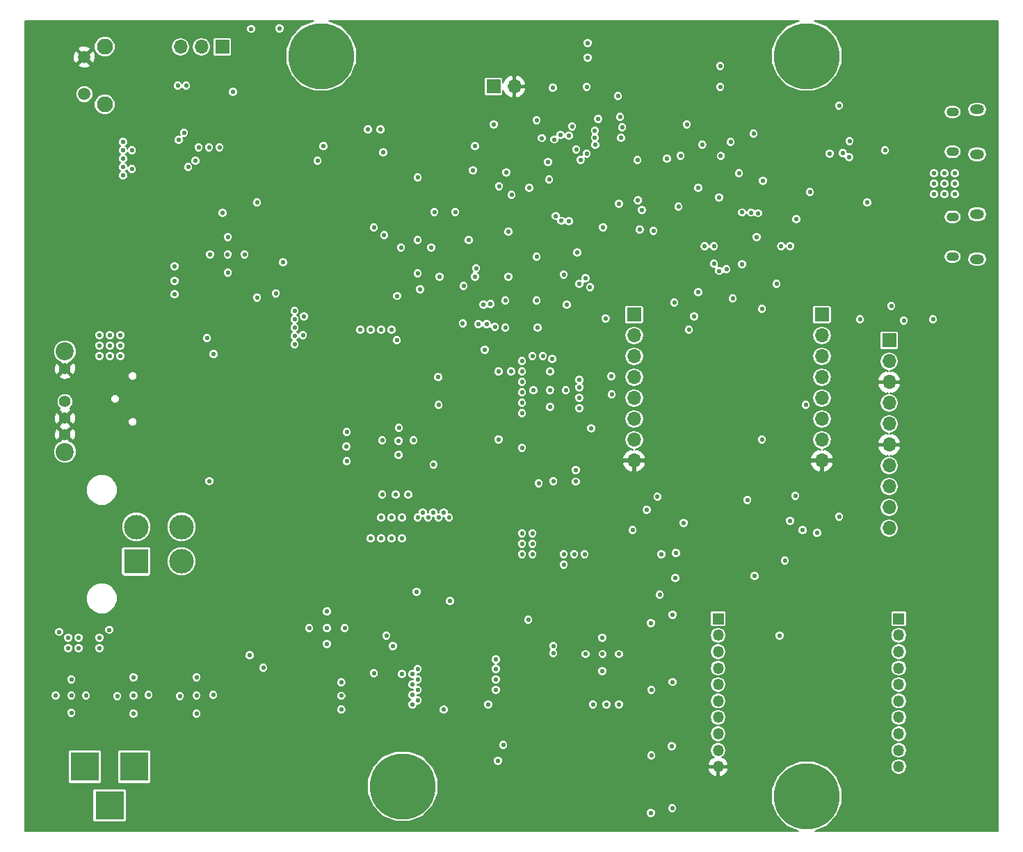
<source format=gbr>
G04 #@! TF.FileFunction,Copper,L2,Inr,Plane*
%FSLAX46Y46*%
G04 Gerber Fmt 4.6, Leading zero omitted, Abs format (unit mm)*
G04 Created by KiCad (PCBNEW 4.0.7) date 07/05/18 23:16:34*
%MOMM*%
%LPD*%
G01*
G04 APERTURE LIST*
%ADD10C,0.100000*%
%ADD11C,0.558800*%
%ADD12O,1.500000X1.100000*%
%ADD13O,1.700000X1.200000*%
%ADD14R,3.500000X3.500000*%
%ADD15R,3.000000X3.000000*%
%ADD16C,3.000000*%
%ADD17R,1.350000X1.350000*%
%ADD18O,1.350000X1.350000*%
%ADD19R,1.700000X1.700000*%
%ADD20O,1.700000X1.700000*%
%ADD21C,1.498000*%
%ADD22C,1.950000*%
%ADD23C,1.400000*%
%ADD24C,2.200000*%
%ADD25C,8.000000*%
%ADD26C,0.203200*%
G04 APERTURE END LIST*
D10*
D11*
X39624020Y-96012020D03*
X39878020Y-97536020D03*
X57785020Y-78232020D03*
X101473020Y-8128020D03*
X101981020Y-6223020D03*
X102235020Y-4191020D03*
X105029020Y-4064020D03*
X107823020Y-4191020D03*
X107696020Y-7366020D03*
X103124020Y-7493020D03*
X102997020Y-9525020D03*
X104394020Y-8128020D03*
X108712020Y-8128020D03*
X110490020Y-6223020D03*
X110617020Y-4064020D03*
X116459020Y-4064020D03*
X113538020Y-4064020D03*
X116459020Y-5842020D03*
X116459020Y-7620020D03*
X114173020Y-7366020D03*
X110998020Y-8001020D03*
X107315020Y-9652020D03*
X56896020Y-80391020D03*
X55245020Y-76200020D03*
X6096020Y-80645020D03*
X6096020Y-84709020D03*
X4191020Y-82618020D03*
X7874020Y-82618020D03*
X6096020Y-82618020D03*
X11684020Y-82677020D03*
X15494020Y-82550020D03*
X13650000Y-84836020D03*
X13650000Y-80391020D03*
X13650000Y-82618020D03*
X23368020Y-82550020D03*
X19304020Y-82677020D03*
X21336020Y-80391020D03*
X21336020Y-84836020D03*
X21336020Y-82618020D03*
X110667820Y-26212820D03*
X111353620Y-28067020D03*
X109016820Y-28067020D03*
X107670620Y-26517620D03*
X106603820Y-24765020D03*
X106629220Y-23444220D03*
X107492820Y-17195820D03*
X106273620Y-20497820D03*
X106045020Y-18592820D03*
X105029020Y-18923020D03*
X97002620Y-12623820D03*
X97688420Y-15290820D03*
X95681820Y-15316220D03*
X94742020Y-16738620D03*
X93446620Y-21793220D03*
X97078820Y-21209020D03*
X99161620Y-21209020D03*
X98729820Y-18491220D03*
X100888820Y-20447020D03*
X72771020Y-83693020D03*
X69596020Y-83693020D03*
X71247020Y-83693020D03*
X70739020Y-79629020D03*
X70739020Y-75565020D03*
X72771020Y-77564000D03*
X68707020Y-77564000D03*
X70774000Y-77564000D03*
X64389020Y-47498020D03*
X64389020Y-43180020D03*
X66294020Y-45466020D03*
X62357020Y-45466020D03*
X64357347Y-45446195D03*
X18669020Y-33782020D03*
X18669020Y-30353020D03*
X18669020Y-32131020D03*
X25146020Y-26797020D03*
X25146020Y-31115020D03*
X27178020Y-28906020D03*
X22987020Y-28906020D03*
X25140020Y-28906020D03*
X43942020Y-58166020D03*
X47117020Y-58166020D03*
X45593020Y-58166020D03*
X37211020Y-76327020D03*
X37237000Y-72390020D03*
X39370020Y-74422020D03*
X35052020Y-74422020D03*
X37237000Y-74389000D03*
X38956000Y-84328020D03*
X38956000Y-81026020D03*
X38956000Y-82644000D03*
X39624020Y-54102020D03*
X39624020Y-50546020D03*
X39591000Y-52291000D03*
X43942020Y-51562020D03*
X47752020Y-51562020D03*
X45974020Y-50038020D03*
X45941000Y-53340020D03*
X45941000Y-51597000D03*
X3048020Y-20066020D03*
X3048020Y-23114020D03*
X3048020Y-29972020D03*
X52832020Y-48514020D03*
X52832020Y-45212020D03*
X48006020Y-42418020D03*
X46228020Y-43942020D03*
X42164020Y-47498020D03*
X45974020Y-47244020D03*
X53340020Y-54356020D03*
X58928020Y-59944020D03*
X54102020Y-59944020D03*
X25146020Y-38608020D03*
X28194020Y-38862020D03*
X24892020Y-44958020D03*
X25146020Y-50038020D03*
X25146020Y-55626020D03*
X39116020Y-69596020D03*
X35814020Y-69596020D03*
X22098020Y-76454020D03*
X89916020Y-63246020D03*
X83566020Y-58166020D03*
X86868020Y-55372020D03*
X90170020Y-52832020D03*
X81026020Y-68326020D03*
X82042020Y-72898020D03*
X78994020Y-76454020D03*
X82550020Y-77978020D03*
X89662020Y-79502020D03*
X86614020Y-79756020D03*
X101854020Y-27940020D03*
X100076020Y-26416020D03*
X57150020Y-27686020D03*
X76708020Y-3302020D03*
X80772020Y-3556020D03*
X83566020Y-4318020D03*
X76708020Y-17526020D03*
X82804020Y-18796020D03*
X76200020Y-20574020D03*
X90932020Y-12700020D03*
X87630020Y-14986020D03*
X87630020Y-9652020D03*
X87630020Y-5334020D03*
X85090020Y-9906020D03*
X82296020Y-14224020D03*
X85090020Y-13970020D03*
X65532020Y-11430020D03*
X67564020Y-3556020D03*
X59944020Y-3810020D03*
X54864020Y-3810020D03*
X45974020Y-7366020D03*
X52578020Y-7366020D03*
X54610020Y-8636020D03*
X56134020Y-11430020D03*
X49530020Y-18288020D03*
X53594020Y-18288020D03*
X52070020Y-19558020D03*
X54356020Y-14224020D03*
X53594020Y-16256020D03*
X47244020Y-14732020D03*
X48768020Y-16256020D03*
X45212020Y-14732020D03*
X51816020Y-11430020D03*
X38608020Y-11430020D03*
X42926020Y-12446020D03*
X40894020Y-13716020D03*
X34290020Y-12446020D03*
X34290020Y-16002020D03*
X24892020Y-12446020D03*
X27178020Y-8128020D03*
X32004020Y-8001020D03*
X29718020Y-3556020D03*
X26416020Y-3556020D03*
X15494020Y-3556020D03*
X12446020Y-11176020D03*
X2540020Y-14986020D03*
X2540020Y-10160020D03*
X8382020Y-11684020D03*
X6096020Y-15240020D03*
X7874020Y-17780020D03*
X18034020Y-16510020D03*
X20066020Y-16002020D03*
X15748020Y-21844020D03*
X15748020Y-24638020D03*
X15748020Y-28194020D03*
X13208020Y-28194020D03*
X13208020Y-24384020D03*
X13208020Y-21844020D03*
X37846020Y-18034020D03*
X29210020Y-21590020D03*
X25908020Y-21590020D03*
X25654020Y-24638020D03*
X33274020Y-23368020D03*
X29464020Y-24892020D03*
X29464020Y-27178020D03*
X29464020Y-30734020D03*
X31496020Y-32258020D03*
X29718020Y-34544020D03*
X33274020Y-29972020D03*
X34544020Y-42926020D03*
X34798020Y-48260020D03*
X47244020Y-37338020D03*
X49276020Y-37338020D03*
X66548020Y-37846020D03*
X68834020Y-38862020D03*
X78994020Y-33528020D03*
X74930020Y-33782020D03*
X76200020Y-30988020D03*
X77216020Y-29972020D03*
X74930020Y-29972020D03*
X86106020Y-37084020D03*
X82550020Y-37592020D03*
X82804020Y-40132020D03*
X76454020Y-40132020D03*
X76962020Y-48006020D03*
X83820020Y-53594020D03*
X78994020Y-58674020D03*
X90170020Y-49276020D03*
X89916020Y-41910020D03*
X89916020Y-37084020D03*
X88900020Y-34290020D03*
X98298020Y-34036020D03*
X112522020Y-36068020D03*
X104394020Y-37084020D03*
X99568020Y-41148020D03*
X102362020Y-54356020D03*
X107950020Y-62230020D03*
X103632020Y-62484020D03*
X92964020Y-67818020D03*
X92964020Y-70866020D03*
X96266020Y-69850020D03*
X94234020Y-71882020D03*
X92456020Y-73660020D03*
X100838020Y-60452020D03*
X101346020Y-66802020D03*
X99822020Y-69850020D03*
X94234020Y-75184020D03*
X108204020Y-92964020D03*
X112522020Y-95758020D03*
X113284020Y-90424020D03*
X113284020Y-83820020D03*
X113284020Y-77978020D03*
X113284020Y-72390020D03*
X109982020Y-68326020D03*
X104902020Y-71882020D03*
X104648020Y-80518020D03*
X104648020Y-89916020D03*
X92456020Y-80772020D03*
X86614020Y-82550020D03*
X86614020Y-86360020D03*
X78994020Y-91694020D03*
X40640020Y-92456020D03*
X42164020Y-90424020D03*
X58039020Y-83312020D03*
X60706020Y-83820020D03*
X57150020Y-66040020D03*
X50292020Y-67564020D03*
X51816020Y-69088020D03*
X48768020Y-69088020D03*
X49784020Y-70866020D03*
X51816020Y-73914020D03*
X49276020Y-76200020D03*
X44704020Y-78232020D03*
X41910020Y-78232020D03*
X34290020Y-78740020D03*
X32004020Y-77978020D03*
X30226020Y-76454020D03*
X28702020Y-76454020D03*
X23622020Y-70104020D03*
X22352020Y-61722020D03*
X22352020Y-66294020D03*
X16764020Y-62230020D03*
X17018020Y-66294020D03*
X18542020Y-69342020D03*
X20574020Y-73152020D03*
X18542020Y-73152020D03*
X11684020Y-72644020D03*
X7112020Y-70866020D03*
X11430020Y-68580020D03*
X8382020Y-67310020D03*
X14224020Y-56134020D03*
X14224020Y-59690020D03*
X11684020Y-48768020D03*
X12954020Y-51308020D03*
X14478020Y-52832020D03*
X20574020Y-56388020D03*
X20574020Y-53340020D03*
X21082020Y-46482020D03*
X21336020Y-43180020D03*
X13462020Y-41656020D03*
X17526020Y-38608020D03*
X13716020Y-38608020D03*
X21590020Y-38100020D03*
X24130020Y-35560020D03*
X26416020Y-33528020D03*
X23876020Y-33655020D03*
X21844020Y-35306020D03*
X20066020Y-36322020D03*
X16002020Y-36322020D03*
X12954020Y-36322020D03*
X9398020Y-36322020D03*
X6604020Y-36322020D03*
X4572020Y-36322020D03*
X3048020Y-35306020D03*
X2540020Y-39624020D03*
X2540020Y-42164020D03*
X5334020Y-44958020D03*
X1016020Y-44196020D03*
X1016020Y-50038020D03*
X1016020Y-56134020D03*
X1016020Y-61722020D03*
X1016020Y-67056020D03*
X1016020Y-72136020D03*
X1016020Y-76962020D03*
X1016020Y-81788020D03*
X1016020Y-85598020D03*
X38608020Y-98552020D03*
X51308020Y-98552020D03*
X51308020Y-87757020D03*
X52070020Y-90170020D03*
X53340020Y-93980020D03*
X54610020Y-96520020D03*
X58674020Y-98552020D03*
X78994020Y-94488020D03*
X78740020Y-98298020D03*
X87630020Y-98044020D03*
X106680020Y-98044020D03*
X118364020Y-98044020D03*
X118364020Y-87376020D03*
X118364020Y-78486020D03*
X118364020Y-70104020D03*
X118364020Y-61976020D03*
X118364020Y-50546020D03*
X118364020Y-42672020D03*
X118364020Y-35814020D03*
X118364020Y-23876020D03*
X118364020Y-29718020D03*
X107442020Y-28448020D03*
X104140020Y-25654020D03*
X93472020Y-13970020D03*
X93726020Y-10160020D03*
X106680020Y-12954020D03*
X104775020Y-17068820D03*
X106121220Y-16306820D03*
X106426020Y-14732020D03*
X108966020Y-13208020D03*
X110490020Y-13208020D03*
X109474020Y-25146020D03*
X108712020Y-22352020D03*
X108712020Y-21082020D03*
X110998020Y-17526020D03*
X108204020Y-19558020D03*
X109474020Y-17780020D03*
X109474020Y-16510020D03*
X109982020Y-15494020D03*
X111506020Y-15494020D03*
X118364020Y-16764020D03*
X118110020Y-10160020D03*
X118110020Y-1270020D03*
X113792020Y-1270020D03*
X107442020Y-1270020D03*
X101854020Y-1270020D03*
X86868020Y-1270020D03*
X81534020Y-1270020D03*
X72390020Y-1270020D03*
X58420020Y-1270020D03*
X48260020Y-1270020D03*
X43180020Y-1270020D03*
X41656020Y-7112020D03*
X58102520Y-43180020D03*
X79248020Y-96329520D03*
X79184520Y-88773020D03*
X79311520Y-80962520D03*
X79311520Y-72771020D03*
X79629020Y-68326020D03*
X79692520Y-65278020D03*
X76136520Y-60007520D03*
X64770020Y-56515020D03*
X60960020Y-52451020D03*
X59626520Y-43180020D03*
X57658020Y-37719020D03*
X48577520Y-33147020D03*
X43751520Y-13716020D03*
X31432520Y-1397020D03*
X76644520Y-96901020D03*
X76708020Y-89916020D03*
X76708020Y-81915020D03*
X76644520Y-73787020D03*
X77724020Y-70358020D03*
X77914520Y-65405020D03*
X74422020Y-62484020D03*
X62992020Y-56769020D03*
X58102520Y-51435020D03*
X56451520Y-40513020D03*
X45783520Y-33972520D03*
X42227520Y-13716020D03*
X28003520Y-1460520D03*
X64706520Y-8636020D03*
X8636020Y-51435020D03*
X8890020Y-49911020D03*
X58801020Y-67945020D03*
X66421020Y-35052020D03*
X47625020Y-87376020D03*
X47625020Y-86360020D03*
X43434020Y-87884020D03*
X41910020Y-87884020D03*
X42672020Y-18542020D03*
X79883020Y-20828020D03*
X109474020Y-9652020D03*
X112014020Y-12700020D03*
X110998020Y-36830020D03*
X102108020Y-36830020D03*
X108331020Y-35179020D03*
X98425020Y-16637020D03*
X87376020Y-19050020D03*
X84963020Y-21971020D03*
X80010020Y-23114020D03*
X73279020Y-24892020D03*
X73152020Y-13462020D03*
X89281020Y-68072020D03*
X85979020Y-65532020D03*
X95504020Y-47244020D03*
X81915020Y-36449020D03*
X88265020Y-35687020D03*
X59410620Y-73406020D03*
X70993020Y-30480020D03*
X96012020Y-18034020D03*
X7112020Y-63754020D03*
X7112020Y-62738020D03*
X7239020Y-61849020D03*
X8382020Y-61849020D03*
X9271020Y-61849020D03*
X96647020Y-57404020D03*
X98298020Y-62103020D03*
X93599020Y-64643020D03*
X89154020Y-66548020D03*
X98171020Y-67564020D03*
X89408020Y-71628020D03*
X65659020Y-17907020D03*
X65278020Y-25527020D03*
X63881020Y-8636020D03*
X61087020Y-12700020D03*
X80518020Y-7112020D03*
X80518020Y-9652020D03*
X76962020Y-12192020D03*
X90805020Y-26797020D03*
X83693020Y-34163020D03*
X81661020Y-29972020D03*
X80518020Y-37719020D03*
X100584020Y-36830020D03*
X106807020Y-33401020D03*
X113919020Y-33020020D03*
X113919020Y-31496020D03*
X112014020Y-25400020D03*
X115824020Y-22479020D03*
X116840020Y-22479020D03*
X117856020Y-22479020D03*
X117856020Y-21590020D03*
X117856020Y-20828020D03*
X117856020Y-19812020D03*
X117856020Y-18923020D03*
X117856020Y-18161020D03*
X116713020Y-18161020D03*
X97917020Y-24638020D03*
X105156020Y-21590020D03*
X100838020Y-18161020D03*
X104902020Y-15240020D03*
X105283020Y-11430020D03*
X102743020Y-12573020D03*
X103886020Y-11557020D03*
X106299020Y-10668020D03*
X99949020Y-11430020D03*
X99949020Y-9779020D03*
X100838020Y-9525020D03*
X101219020Y-12700020D03*
X96139020Y-11684020D03*
X90170020Y-15113020D03*
X90297020Y-18542020D03*
X88519020Y-19050020D03*
X81915020Y-22987020D03*
X72390020Y-21463020D03*
X69088020Y-35560020D03*
X64871620Y-32512020D03*
X65659020Y-36703020D03*
X60960020Y-37719020D03*
X58166020Y-33401020D03*
X53848020Y-34036020D03*
X44132520Y-32766020D03*
X49530020Y-29464020D03*
X50800020Y-27559020D03*
X54483020Y-28702020D03*
X52705020Y-21463020D03*
X41275020Y-20828020D03*
X45466020Y-25146020D03*
X46101020Y-22606020D03*
X47117020Y-19304020D03*
X38608020Y-20955020D03*
X34925020Y-25781020D03*
X30734020Y-18415020D03*
X49530020Y-3810020D03*
X43180020Y-3556020D03*
X13843020Y-5207020D03*
X11430020Y-5080020D03*
X26162020Y-6096020D03*
X22606020Y-9144020D03*
X17780020Y-10033020D03*
X16383020Y-14605020D03*
X16383020Y-15621020D03*
X16383020Y-16637020D03*
X16383020Y-17780020D03*
X16383020Y-18923020D03*
X16383020Y-20066020D03*
X18542020Y-19177020D03*
X18542020Y-20193020D03*
X18542020Y-21971020D03*
X18542020Y-22987020D03*
X18542020Y-24765020D03*
X18542020Y-25781020D03*
X17653020Y-26924020D03*
X18669020Y-26924020D03*
X19685020Y-26924020D03*
X15494020Y-42164020D03*
X23368020Y-59944020D03*
X23368020Y-59182020D03*
X23368020Y-58420020D03*
X23368020Y-57658020D03*
X22479020Y-57658020D03*
X22479020Y-58420020D03*
X22479020Y-59182020D03*
X22479020Y-59944020D03*
X22987020Y-52832020D03*
X17018020Y-53721020D03*
X18796020Y-46990020D03*
X18796020Y-47879020D03*
X16129020Y-48768020D03*
X14859020Y-48768020D03*
X22987020Y-47244020D03*
X38100020Y-34798020D03*
X38100020Y-35941020D03*
X38100020Y-36957020D03*
X38100020Y-37973020D03*
X39116020Y-39116020D03*
X39116020Y-40132020D03*
X39243020Y-42164020D03*
X39243020Y-43053020D03*
X39243020Y-44958020D03*
X39243020Y-45974020D03*
X38227020Y-46990020D03*
X39624020Y-46990020D03*
X40894020Y-46990020D03*
X50927020Y-51054020D03*
X57658020Y-47244020D03*
X63373020Y-51435020D03*
X63373020Y-52451020D03*
X64008020Y-54102020D03*
X60833020Y-51054020D03*
X69723020Y-71628020D03*
X76962020Y-68199020D03*
X76962020Y-67310020D03*
X76835020Y-65786020D03*
X76835020Y-65024020D03*
X76835020Y-63881020D03*
X76835020Y-62865020D03*
X41910020Y-66548020D03*
X42926020Y-66548020D03*
X43942020Y-66548020D03*
X45085020Y-66548020D03*
X46101020Y-66548020D03*
X47117020Y-66548020D03*
X48260020Y-66294020D03*
X50546020Y-66294020D03*
X51435020Y-66294020D03*
X53086020Y-66294020D03*
X54102020Y-66294020D03*
X53340020Y-67437020D03*
X45339020Y-71501020D03*
X48387020Y-77851020D03*
X42037020Y-75692020D03*
X31623020Y-82296020D03*
X27940020Y-79248020D03*
X26797020Y-84709020D03*
X63246020Y-83820020D03*
X64389020Y-83820020D03*
X65405020Y-83820020D03*
X65405020Y-84836020D03*
X65405020Y-85725020D03*
X64389020Y-85725020D03*
X64389020Y-84836020D03*
X63246020Y-84836020D03*
X63246020Y-85725020D03*
X60579020Y-84836020D03*
X61214020Y-86741020D03*
X60579020Y-85725020D03*
X58547020Y-86106020D03*
X58547020Y-87122020D03*
X55245020Y-86106020D03*
X46736020Y-88011020D03*
X45720020Y-88011020D03*
X35560020Y-93980020D03*
X34290020Y-93980020D03*
X33020020Y-93980020D03*
X31750020Y-93980020D03*
X31750020Y-95250020D03*
X31750020Y-96520020D03*
X32385020Y-97790020D03*
X33782020Y-97790020D03*
X34925020Y-97790020D03*
X36195020Y-97790020D03*
X36195020Y-96520020D03*
X36195020Y-95250020D03*
X38989020Y-94234020D03*
X89154020Y-14224020D03*
X85090020Y-8509020D03*
X85090020Y-5969020D03*
X68961020Y-3175020D03*
X68961020Y-4953020D03*
X68834020Y-8509020D03*
X67945020Y-44196020D03*
X67945020Y-45085020D03*
X67945020Y-46355020D03*
X67945020Y-47625020D03*
X64643020Y-41656020D03*
X63500020Y-41275020D03*
X62230020Y-41275020D03*
X60960020Y-41910020D03*
X60960020Y-43180020D03*
X60960020Y-44450020D03*
X60960020Y-45720020D03*
X60960020Y-46990020D03*
X60960020Y-48260020D03*
X95123020Y-62484020D03*
X66040020Y-31369020D03*
X54483020Y-27178020D03*
X94234020Y-58293020D03*
X82423020Y-33528020D03*
X105156020Y-16256020D03*
X102997020Y-22606020D03*
X94361020Y-24638020D03*
X94361020Y-24638020D03*
X99568020Y-10795020D03*
X90297020Y-19939020D03*
X72771020Y-22733020D03*
X57531020Y-13081020D03*
X62738020Y-12573020D03*
X61849020Y-20828020D03*
X58674020Y-88646020D03*
X9525020Y-76835020D03*
X9525020Y-75565020D03*
X6985020Y-75565020D03*
X5715020Y-75565020D03*
X5715020Y-76835020D03*
X6985020Y-76835020D03*
X9525020Y-38735020D03*
X10795020Y-38735020D03*
X12065020Y-38735020D03*
X12065020Y-40005020D03*
X10795020Y-40005020D03*
X9525020Y-40005020D03*
X9525020Y-41275020D03*
X10795020Y-41275020D03*
X12065020Y-41275020D03*
X111125020Y-21590020D03*
X111125020Y-20320020D03*
X111125020Y-19050020D03*
X112395020Y-19050020D03*
X112395020Y-20320020D03*
X112395020Y-21590020D03*
X113665020Y-21590020D03*
X113665020Y-20320020D03*
X113665020Y-19050020D03*
X60960020Y-62865020D03*
X62230020Y-62865020D03*
X62230020Y-64135020D03*
X60960020Y-65405020D03*
X60960020Y-64135020D03*
X62230020Y-65405020D03*
X66040020Y-66675020D03*
X68580020Y-65405020D03*
X67310020Y-65405020D03*
X66040020Y-65405020D03*
X57785020Y-79375020D03*
X57785020Y-80645020D03*
X57785020Y-81915020D03*
X20066020Y-8382020D03*
X19050020Y-8382020D03*
X20320020Y-18288020D03*
X21209020Y-17526020D03*
X24130020Y-15875020D03*
X22860020Y-15875020D03*
X21590020Y-15875020D03*
X41275020Y-38100020D03*
X45720020Y-39370020D03*
X45085020Y-38100020D03*
X43815020Y-38100020D03*
X42545020Y-38100020D03*
X46355020Y-63500020D03*
X45085020Y-63500020D03*
X43815020Y-63500020D03*
X42545020Y-63500020D03*
X43815020Y-60960020D03*
X45085020Y-60960020D03*
X46355020Y-60960020D03*
X48895020Y-60325020D03*
X50165020Y-60325020D03*
X51435020Y-60325020D03*
X52070020Y-60960020D03*
X50800020Y-60960020D03*
X49530020Y-60960020D03*
X48260020Y-60960020D03*
X34417020Y-36449020D03*
X34290020Y-38735020D03*
X33274020Y-39878020D03*
X33274020Y-38862020D03*
X33274020Y-37846020D03*
X33274020Y-36830020D03*
X33274020Y-35814020D03*
X13462020Y-16256020D03*
X12382520Y-19304020D03*
X13462020Y-18542020D03*
X12382520Y-18288020D03*
X12382520Y-17272020D03*
X12382520Y-15240020D03*
X46355020Y-80010020D03*
X48260020Y-79375020D03*
X48260020Y-83185020D03*
X48260020Y-81915020D03*
X48260020Y-80645020D03*
X47625020Y-80010020D03*
X47625020Y-81280020D03*
X47625020Y-82550020D03*
D12*
X113380000Y-29170000D03*
X113380000Y-24330000D03*
D13*
X116380000Y-29480000D03*
X116380000Y-24020000D03*
D14*
X13750000Y-91281900D03*
X7750000Y-91281900D03*
X10750000Y-95981900D03*
D15*
X14000000Y-66278800D03*
D16*
X14000000Y-62078800D03*
X19500000Y-66278800D03*
X19500000Y-62078800D03*
D17*
X84838000Y-73270000D03*
D18*
X84838000Y-75270000D03*
X84838000Y-77270000D03*
X84838000Y-79270000D03*
X84838000Y-81270000D03*
X84838000Y-83270000D03*
X84838000Y-85270000D03*
X84838000Y-87270000D03*
X84838000Y-89270000D03*
X84838000Y-91270000D03*
D17*
X106838000Y-73270000D03*
D18*
X106838000Y-75270000D03*
X106838000Y-77270000D03*
X106838000Y-79270000D03*
X106838000Y-81270000D03*
X106838000Y-83270000D03*
X106838000Y-85270000D03*
X106838000Y-87270000D03*
X106838000Y-89270000D03*
X106838000Y-91270000D03*
D19*
X74614000Y-36230000D03*
D20*
X74614000Y-38770000D03*
X74614000Y-41310000D03*
X74614000Y-43850000D03*
X74614000Y-46390000D03*
X74614000Y-48930000D03*
X74614000Y-51470000D03*
X74614000Y-54010000D03*
D19*
X97474000Y-36230000D03*
D20*
X97474000Y-38770000D03*
X97474000Y-41310000D03*
X97474000Y-43850000D03*
X97474000Y-46390000D03*
X97474000Y-48930000D03*
X97474000Y-51470000D03*
X97474000Y-54010000D03*
D19*
X57498000Y-8476000D03*
D20*
X60038000Y-8476000D03*
D19*
X24478000Y-3650000D03*
D20*
X21938000Y-3650000D03*
X19398000Y-3650000D03*
D19*
X105664000Y-39370000D03*
D20*
X105664000Y-41910000D03*
X105664000Y-44450000D03*
X105664000Y-46990000D03*
X105664000Y-49530000D03*
X105664000Y-52070000D03*
X105664000Y-54610000D03*
X105664000Y-57150000D03*
X105664000Y-59690000D03*
X105664000Y-62230000D03*
D21*
X7675000Y-4893800D03*
X7675000Y-9393800D03*
D22*
X10165000Y-3638800D03*
X10165000Y-10648800D03*
D23*
X5325000Y-50832600D03*
X5325000Y-48832600D03*
X5325000Y-46832600D03*
D24*
X5325000Y-52932600D03*
X5325000Y-40732600D03*
D23*
X5325000Y-42832600D03*
D12*
X113380000Y-16420000D03*
X113380000Y-11580000D03*
D13*
X116380000Y-16730000D03*
X116380000Y-11270000D03*
D11*
X47625020Y-83693020D03*
X12382520Y-16256020D03*
D25*
X36512500Y-4762500D03*
X95646240Y-4762500D03*
X46433740Y-93662500D03*
X95646240Y-94853760D03*
D11*
X42926020Y-79883020D03*
X44450020Y-75311020D03*
X51429129Y-84331341D03*
X90170020Y-51435020D03*
X61722020Y-73406020D03*
X42926020Y-25654020D03*
X31877020Y-29879054D03*
X23428285Y-41053307D03*
X62865020Y-37846020D03*
X29464020Y-79248020D03*
X64770020Y-77470020D03*
X71127360Y-36699834D03*
X56658789Y-37394043D03*
X57134964Y-34932119D03*
X53848020Y-32766020D03*
X62738020Y-34544020D03*
X58928020Y-34544020D03*
X55245020Y-31623020D03*
X50927020Y-31623020D03*
X48260020Y-27178020D03*
X50292020Y-23749020D03*
X48260020Y-19558020D03*
X24511020Y-23876020D03*
X50800020Y-47244020D03*
X22895633Y-56496849D03*
X22606020Y-39116020D03*
X52832020Y-23749020D03*
X53756544Y-37292982D03*
X87772750Y-23801647D03*
X86614020Y-34290020D03*
X86360020Y-15240020D03*
X87757020Y-30099020D03*
X50197162Y-54499400D03*
X55652796Y-37385851D03*
X56273797Y-35033433D03*
X49911020Y-28067020D03*
X58928020Y-37846020D03*
X64770020Y-76581020D03*
X28702020Y-22606020D03*
X50767000Y-43848040D03*
X67505931Y-55157317D03*
X92329020Y-75311020D03*
X99568020Y-60833020D03*
X90170020Y-35560020D03*
X91948020Y-32512020D03*
X65770456Y-24822288D03*
X71816665Y-43749665D03*
X81280020Y-38100020D03*
X75296213Y-25893213D03*
X70847638Y-25613814D03*
X65090122Y-24232048D03*
X71882020Y-45974020D03*
X76962020Y-26035020D03*
X66675020Y-24892020D03*
X84974681Y-30921930D03*
X83214356Y-27941669D03*
X54991020Y-18669020D03*
X84332499Y-30058730D03*
X84328529Y-27906851D03*
X59055020Y-18923020D03*
X107442020Y-36957020D03*
X105918020Y-35179020D03*
X68083821Y-17387219D03*
X75017486Y-17431451D03*
X78613020Y-17272020D03*
X59691217Y-21673617D03*
X69864224Y-15593706D03*
X73025020Y-14732020D03*
X69845278Y-14703253D03*
X72898020Y-12192020D03*
X69845278Y-13831745D03*
X72644020Y-9652020D03*
X77460821Y-58422950D03*
X36804312Y-15748020D03*
X69380905Y-50066406D03*
X27813020Y-77724020D03*
X10731520Y-74612520D03*
X4635520Y-74866520D03*
X85171223Y-16936817D03*
X45228020Y-76581020D03*
X56854835Y-83691074D03*
X58039020Y-90551020D03*
X19812020Y-14097020D03*
X19177020Y-14986020D03*
X28702020Y-34163020D03*
X30988020Y-33655020D03*
X100788025Y-17070717D03*
X100019616Y-16594268D03*
X96012020Y-21336020D03*
X92527102Y-27904300D03*
X92964020Y-66182407D03*
X93604101Y-27884509D03*
X96887609Y-62810243D03*
X93599020Y-61341020D03*
X85852020Y-30734020D03*
X70251962Y-12425078D03*
X58166020Y-20609580D03*
X48133020Y-69977020D03*
X52197020Y-71120020D03*
X67505931Y-56569519D03*
X64262020Y-19812020D03*
X46228020Y-28067020D03*
X48260020Y-31242020D03*
X36068020Y-17526020D03*
X44069020Y-16510020D03*
X55372020Y-30607020D03*
X44188359Y-26580609D03*
X59309020Y-31623020D03*
X59309020Y-26162020D03*
X67691020Y-28702020D03*
X62738020Y-29210020D03*
X80645020Y-61595020D03*
X69253085Y-32905784D03*
X88392020Y-58801020D03*
X68691202Y-31811033D03*
X80264020Y-16891020D03*
X67564020Y-16129020D03*
X82423020Y-20828020D03*
X68834020Y-16637020D03*
X82896402Y-15561210D03*
X64897020Y-14919980D03*
X55245020Y-15748020D03*
X63391994Y-14750994D03*
X64135020Y-17653020D03*
X75085528Y-22352020D03*
X89707762Y-23892252D03*
X65659020Y-14351020D03*
X89524020Y-26786020D03*
X66675020Y-14478020D03*
X25781020Y-9144020D03*
X79502020Y-34798020D03*
X67945020Y-32512020D03*
X67056020Y-13335020D03*
X81026020Y-13081020D03*
X88835330Y-23810098D03*
X75565020Y-23495020D03*
X100838020Y-15113020D03*
D26*
G36*
X34077212Y-1110940D02*
X32865196Y-2320843D01*
X32208449Y-3902466D01*
X32206954Y-5615021D01*
X32860940Y-7197788D01*
X34070843Y-8409804D01*
X35652466Y-9066551D01*
X37365021Y-9068046D01*
X38947788Y-8414060D01*
X39737224Y-7626000D01*
X56337229Y-7626000D01*
X56337229Y-9326000D01*
X56358482Y-9438952D01*
X56425237Y-9542692D01*
X56527093Y-9612287D01*
X56648000Y-9636771D01*
X58348000Y-9636771D01*
X58460952Y-9615518D01*
X58564692Y-9548763D01*
X58634287Y-9446907D01*
X58658771Y-9326000D01*
X58658771Y-8915865D01*
X58879908Y-9364419D01*
X59308046Y-9739975D01*
X59660393Y-9885910D01*
X59885600Y-9774286D01*
X59885600Y-8628400D01*
X60190400Y-8628400D01*
X60190400Y-9774286D01*
X60415607Y-9885910D01*
X60700978Y-9767715D01*
X72059719Y-9767715D01*
X72148471Y-9982510D01*
X72312665Y-10146992D01*
X72527306Y-10236118D01*
X72759715Y-10236321D01*
X72974510Y-10147569D01*
X73138992Y-9983375D01*
X73228118Y-9768734D01*
X73228321Y-9536325D01*
X73139569Y-9321530D01*
X72975375Y-9157048D01*
X72760734Y-9067922D01*
X72528325Y-9067719D01*
X72313530Y-9156471D01*
X72149048Y-9320665D01*
X72059922Y-9535306D01*
X72059719Y-9767715D01*
X60700978Y-9767715D01*
X60767954Y-9739975D01*
X61196092Y-9364419D01*
X61447921Y-8853609D01*
X61397842Y-8751715D01*
X64122219Y-8751715D01*
X64210971Y-8966510D01*
X64375165Y-9130992D01*
X64589806Y-9220118D01*
X64822215Y-9220321D01*
X65037010Y-9131569D01*
X65201492Y-8967375D01*
X65290618Y-8752734D01*
X65290729Y-8624715D01*
X68249719Y-8624715D01*
X68338471Y-8839510D01*
X68502665Y-9003992D01*
X68717306Y-9093118D01*
X68949715Y-9093321D01*
X69164510Y-9004569D01*
X69328992Y-8840375D01*
X69418118Y-8625734D01*
X69418118Y-8624715D01*
X84505719Y-8624715D01*
X84594471Y-8839510D01*
X84758665Y-9003992D01*
X84973306Y-9093118D01*
X85205715Y-9093321D01*
X85420510Y-9004569D01*
X85584992Y-8840375D01*
X85674118Y-8625734D01*
X85674321Y-8393325D01*
X85585569Y-8178530D01*
X85421375Y-8014048D01*
X85206734Y-7924922D01*
X84974325Y-7924719D01*
X84759530Y-8013471D01*
X84595048Y-8177665D01*
X84505922Y-8392306D01*
X84505719Y-8624715D01*
X69418118Y-8624715D01*
X69418321Y-8393325D01*
X69329569Y-8178530D01*
X69165375Y-8014048D01*
X68950734Y-7924922D01*
X68718325Y-7924719D01*
X68503530Y-8013471D01*
X68339048Y-8177665D01*
X68249922Y-8392306D01*
X68249719Y-8624715D01*
X65290729Y-8624715D01*
X65290821Y-8520325D01*
X65202069Y-8305530D01*
X65037875Y-8141048D01*
X64823234Y-8051922D01*
X64590825Y-8051719D01*
X64376030Y-8140471D01*
X64211548Y-8304665D01*
X64122422Y-8519306D01*
X64122219Y-8751715D01*
X61397842Y-8751715D01*
X61337234Y-8628400D01*
X60190400Y-8628400D01*
X59885600Y-8628400D01*
X59865600Y-8628400D01*
X59865600Y-8323600D01*
X59885600Y-8323600D01*
X59885600Y-7177714D01*
X60190400Y-7177714D01*
X60190400Y-8323600D01*
X61337234Y-8323600D01*
X61447921Y-8098391D01*
X61196092Y-7587581D01*
X60767954Y-7212025D01*
X60415607Y-7066090D01*
X60190400Y-7177714D01*
X59885600Y-7177714D01*
X59660393Y-7066090D01*
X59308046Y-7212025D01*
X58879908Y-7587581D01*
X58658771Y-8036135D01*
X58658771Y-7626000D01*
X58637518Y-7513048D01*
X58570763Y-7409308D01*
X58468907Y-7339713D01*
X58348000Y-7315229D01*
X56648000Y-7315229D01*
X56535048Y-7336482D01*
X56431308Y-7403237D01*
X56361713Y-7505093D01*
X56337229Y-7626000D01*
X39737224Y-7626000D01*
X40159804Y-7204157D01*
X40624636Y-6084715D01*
X84505719Y-6084715D01*
X84594471Y-6299510D01*
X84758665Y-6463992D01*
X84973306Y-6553118D01*
X85205715Y-6553321D01*
X85420510Y-6464569D01*
X85584992Y-6300375D01*
X85674118Y-6085734D01*
X85674321Y-5853325D01*
X85585569Y-5638530D01*
X85421375Y-5474048D01*
X85206734Y-5384922D01*
X84974325Y-5384719D01*
X84759530Y-5473471D01*
X84595048Y-5637665D01*
X84505922Y-5852306D01*
X84505719Y-6084715D01*
X40624636Y-6084715D01*
X40816551Y-5622534D01*
X40817034Y-5068715D01*
X68376719Y-5068715D01*
X68465471Y-5283510D01*
X68629665Y-5447992D01*
X68844306Y-5537118D01*
X69076715Y-5537321D01*
X69291510Y-5448569D01*
X69455992Y-5284375D01*
X69545118Y-5069734D01*
X69545321Y-4837325D01*
X69456569Y-4622530D01*
X69292375Y-4458048D01*
X69077734Y-4368922D01*
X68845325Y-4368719D01*
X68630530Y-4457471D01*
X68466048Y-4621665D01*
X68376922Y-4836306D01*
X68376719Y-5068715D01*
X40817034Y-5068715D01*
X40818046Y-3909979D01*
X40562172Y-3290715D01*
X68376719Y-3290715D01*
X68465471Y-3505510D01*
X68629665Y-3669992D01*
X68844306Y-3759118D01*
X69076715Y-3759321D01*
X69291510Y-3670569D01*
X69455992Y-3506375D01*
X69545118Y-3291734D01*
X69545321Y-3059325D01*
X69456569Y-2844530D01*
X69292375Y-2680048D01*
X69077734Y-2590922D01*
X68845325Y-2590719D01*
X68630530Y-2679471D01*
X68466048Y-2843665D01*
X68376922Y-3058306D01*
X68376719Y-3290715D01*
X40562172Y-3290715D01*
X40164060Y-2327212D01*
X38954157Y-1115196D01*
X37430744Y-482620D01*
X94731603Y-482620D01*
X93210952Y-1110940D01*
X91998936Y-2320843D01*
X91342189Y-3902466D01*
X91340694Y-5615021D01*
X91994680Y-7197788D01*
X93204583Y-8409804D01*
X94786206Y-9066551D01*
X96498761Y-9068046D01*
X98081528Y-8414060D01*
X99293544Y-7204157D01*
X99950291Y-5622534D01*
X99951786Y-3909979D01*
X99297800Y-2327212D01*
X98087897Y-1115196D01*
X96564484Y-482620D01*
X118897420Y-482620D01*
X118897420Y-99085420D01*
X96677579Y-99085420D01*
X98081528Y-98505320D01*
X99293544Y-97295417D01*
X99950291Y-95713794D01*
X99951786Y-94001239D01*
X99297800Y-92418472D01*
X98151331Y-91270000D01*
X105839005Y-91270000D01*
X105913588Y-91644953D01*
X106125982Y-91962823D01*
X106443852Y-92175217D01*
X106818805Y-92249800D01*
X106857195Y-92249800D01*
X107232148Y-92175217D01*
X107550018Y-91962823D01*
X107762412Y-91644953D01*
X107836995Y-91270000D01*
X107762412Y-90895047D01*
X107550018Y-90577177D01*
X107232148Y-90364783D01*
X106857195Y-90290200D01*
X106818805Y-90290200D01*
X106443852Y-90364783D01*
X106125982Y-90577177D01*
X105913588Y-90895047D01*
X105839005Y-91270000D01*
X98151331Y-91270000D01*
X98087897Y-91206456D01*
X96506274Y-90549709D01*
X94793719Y-90548214D01*
X93210952Y-91202200D01*
X91998936Y-92412103D01*
X91342189Y-93993726D01*
X91340694Y-95706281D01*
X91994680Y-97289048D01*
X93204583Y-98501064D01*
X94611869Y-99085420D01*
X482620Y-99085420D01*
X482620Y-94231900D01*
X8689229Y-94231900D01*
X8689229Y-97731900D01*
X8710482Y-97844852D01*
X8777237Y-97948592D01*
X8879093Y-98018187D01*
X9000000Y-98042671D01*
X12500000Y-98042671D01*
X12612952Y-98021418D01*
X12716692Y-97954663D01*
X12786287Y-97852807D01*
X12810771Y-97731900D01*
X12810771Y-94515021D01*
X42128194Y-94515021D01*
X42782180Y-96097788D01*
X43992083Y-97309804D01*
X45573706Y-97966551D01*
X47286261Y-97968046D01*
X48869028Y-97314060D01*
X49166892Y-97016715D01*
X76060219Y-97016715D01*
X76148971Y-97231510D01*
X76313165Y-97395992D01*
X76527806Y-97485118D01*
X76760215Y-97485321D01*
X76975010Y-97396569D01*
X77139492Y-97232375D01*
X77228618Y-97017734D01*
X77228821Y-96785325D01*
X77140069Y-96570530D01*
X77014974Y-96445215D01*
X78663719Y-96445215D01*
X78752471Y-96660010D01*
X78916665Y-96824492D01*
X79131306Y-96913618D01*
X79363715Y-96913821D01*
X79578510Y-96825069D01*
X79742992Y-96660875D01*
X79832118Y-96446234D01*
X79832321Y-96213825D01*
X79743569Y-95999030D01*
X79579375Y-95834548D01*
X79364734Y-95745422D01*
X79132325Y-95745219D01*
X78917530Y-95833971D01*
X78753048Y-95998165D01*
X78663922Y-96212806D01*
X78663719Y-96445215D01*
X77014974Y-96445215D01*
X76975875Y-96406048D01*
X76761234Y-96316922D01*
X76528825Y-96316719D01*
X76314030Y-96405471D01*
X76149548Y-96569665D01*
X76060422Y-96784306D01*
X76060219Y-97016715D01*
X49166892Y-97016715D01*
X50081044Y-96104157D01*
X50737791Y-94522534D01*
X50739286Y-92809979D01*
X50247622Y-91620060D01*
X83602016Y-91620060D01*
X83716488Y-91896450D01*
X84041590Y-92277948D01*
X84487938Y-92505996D01*
X84685600Y-92393141D01*
X84685600Y-91422400D01*
X84990400Y-91422400D01*
X84990400Y-92393141D01*
X85188062Y-92505996D01*
X85634410Y-92277948D01*
X85959512Y-91896450D01*
X86073984Y-91620060D01*
X85959896Y-91422400D01*
X84990400Y-91422400D01*
X84685600Y-91422400D01*
X83716104Y-91422400D01*
X83602016Y-91620060D01*
X50247622Y-91620060D01*
X50085300Y-91227212D01*
X49525781Y-90666715D01*
X57454719Y-90666715D01*
X57543471Y-90881510D01*
X57707665Y-91045992D01*
X57922306Y-91135118D01*
X58154715Y-91135321D01*
X58369510Y-91046569D01*
X58496361Y-90919940D01*
X83602016Y-90919940D01*
X83716104Y-91117600D01*
X84685600Y-91117600D01*
X84685600Y-91097600D01*
X84990400Y-91097600D01*
X84990400Y-91117600D01*
X85959896Y-91117600D01*
X86073984Y-90919940D01*
X85959512Y-90643550D01*
X85634410Y-90262052D01*
X85332808Y-90107958D01*
X85550018Y-89962823D01*
X85762412Y-89644953D01*
X85836995Y-89270000D01*
X105839005Y-89270000D01*
X105913588Y-89644953D01*
X106125982Y-89962823D01*
X106443852Y-90175217D01*
X106818805Y-90249800D01*
X106857195Y-90249800D01*
X107232148Y-90175217D01*
X107550018Y-89962823D01*
X107762412Y-89644953D01*
X107836995Y-89270000D01*
X107762412Y-88895047D01*
X107550018Y-88577177D01*
X107232148Y-88364783D01*
X106857195Y-88290200D01*
X106818805Y-88290200D01*
X106443852Y-88364783D01*
X106125982Y-88577177D01*
X105913588Y-88895047D01*
X105839005Y-89270000D01*
X85836995Y-89270000D01*
X85762412Y-88895047D01*
X85550018Y-88577177D01*
X85232148Y-88364783D01*
X84857195Y-88290200D01*
X84818805Y-88290200D01*
X84443852Y-88364783D01*
X84125982Y-88577177D01*
X83913588Y-88895047D01*
X83839005Y-89270000D01*
X83913588Y-89644953D01*
X84125982Y-89962823D01*
X84343192Y-90107958D01*
X84041590Y-90262052D01*
X83716488Y-90643550D01*
X83602016Y-90919940D01*
X58496361Y-90919940D01*
X58533992Y-90882375D01*
X58623118Y-90667734D01*
X58623321Y-90435325D01*
X58534569Y-90220530D01*
X58370375Y-90056048D01*
X58311775Y-90031715D01*
X76123719Y-90031715D01*
X76212471Y-90246510D01*
X76376665Y-90410992D01*
X76591306Y-90500118D01*
X76823715Y-90500321D01*
X77038510Y-90411569D01*
X77202992Y-90247375D01*
X77292118Y-90032734D01*
X77292321Y-89800325D01*
X77203569Y-89585530D01*
X77039375Y-89421048D01*
X76824734Y-89331922D01*
X76592325Y-89331719D01*
X76377530Y-89420471D01*
X76213048Y-89584665D01*
X76123922Y-89799306D01*
X76123719Y-90031715D01*
X58311775Y-90031715D01*
X58155734Y-89966922D01*
X57923325Y-89966719D01*
X57708530Y-90055471D01*
X57544048Y-90219665D01*
X57454922Y-90434306D01*
X57454719Y-90666715D01*
X49525781Y-90666715D01*
X48875397Y-90015196D01*
X47293774Y-89358449D01*
X45581219Y-89356954D01*
X43998452Y-90010940D01*
X42786436Y-91220843D01*
X42129689Y-92802466D01*
X42128194Y-94515021D01*
X12810771Y-94515021D01*
X12810771Y-94231900D01*
X12789518Y-94118948D01*
X12722763Y-94015208D01*
X12620907Y-93945613D01*
X12500000Y-93921129D01*
X9000000Y-93921129D01*
X8887048Y-93942382D01*
X8783308Y-94009137D01*
X8713713Y-94110993D01*
X8689229Y-94231900D01*
X482620Y-94231900D01*
X482620Y-89531900D01*
X5689229Y-89531900D01*
X5689229Y-93031900D01*
X5710482Y-93144852D01*
X5777237Y-93248592D01*
X5879093Y-93318187D01*
X6000000Y-93342671D01*
X9500000Y-93342671D01*
X9612952Y-93321418D01*
X9716692Y-93254663D01*
X9786287Y-93152807D01*
X9810771Y-93031900D01*
X9810771Y-89531900D01*
X11689229Y-89531900D01*
X11689229Y-93031900D01*
X11710482Y-93144852D01*
X11777237Y-93248592D01*
X11879093Y-93318187D01*
X12000000Y-93342671D01*
X15500000Y-93342671D01*
X15612952Y-93321418D01*
X15716692Y-93254663D01*
X15786287Y-93152807D01*
X15810771Y-93031900D01*
X15810771Y-89531900D01*
X15789518Y-89418948D01*
X15722763Y-89315208D01*
X15620907Y-89245613D01*
X15500000Y-89221129D01*
X12000000Y-89221129D01*
X11887048Y-89242382D01*
X11783308Y-89309137D01*
X11713713Y-89410993D01*
X11689229Y-89531900D01*
X9810771Y-89531900D01*
X9789518Y-89418948D01*
X9722763Y-89315208D01*
X9620907Y-89245613D01*
X9500000Y-89221129D01*
X6000000Y-89221129D01*
X5887048Y-89242382D01*
X5783308Y-89309137D01*
X5713713Y-89410993D01*
X5689229Y-89531900D01*
X482620Y-89531900D01*
X482620Y-88761715D01*
X58089719Y-88761715D01*
X58178471Y-88976510D01*
X58342665Y-89140992D01*
X58557306Y-89230118D01*
X58789715Y-89230321D01*
X59004510Y-89141569D01*
X59168992Y-88977375D01*
X59205806Y-88888715D01*
X78600219Y-88888715D01*
X78688971Y-89103510D01*
X78853165Y-89267992D01*
X79067806Y-89357118D01*
X79300215Y-89357321D01*
X79515010Y-89268569D01*
X79679492Y-89104375D01*
X79768618Y-88889734D01*
X79768821Y-88657325D01*
X79680069Y-88442530D01*
X79515875Y-88278048D01*
X79301234Y-88188922D01*
X79068825Y-88188719D01*
X78854030Y-88277471D01*
X78689548Y-88441665D01*
X78600422Y-88656306D01*
X78600219Y-88888715D01*
X59205806Y-88888715D01*
X59258118Y-88762734D01*
X59258321Y-88530325D01*
X59169569Y-88315530D01*
X59005375Y-88151048D01*
X58790734Y-88061922D01*
X58558325Y-88061719D01*
X58343530Y-88150471D01*
X58179048Y-88314665D01*
X58089922Y-88529306D01*
X58089719Y-88761715D01*
X482620Y-88761715D01*
X482620Y-87270000D01*
X83839005Y-87270000D01*
X83913588Y-87644953D01*
X84125982Y-87962823D01*
X84443852Y-88175217D01*
X84818805Y-88249800D01*
X84857195Y-88249800D01*
X85232148Y-88175217D01*
X85550018Y-87962823D01*
X85762412Y-87644953D01*
X85836995Y-87270000D01*
X105839005Y-87270000D01*
X105913588Y-87644953D01*
X106125982Y-87962823D01*
X106443852Y-88175217D01*
X106818805Y-88249800D01*
X106857195Y-88249800D01*
X107232148Y-88175217D01*
X107550018Y-87962823D01*
X107762412Y-87644953D01*
X107836995Y-87270000D01*
X107762412Y-86895047D01*
X107550018Y-86577177D01*
X107232148Y-86364783D01*
X106857195Y-86290200D01*
X106818805Y-86290200D01*
X106443852Y-86364783D01*
X106125982Y-86577177D01*
X105913588Y-86895047D01*
X105839005Y-87270000D01*
X85836995Y-87270000D01*
X85762412Y-86895047D01*
X85550018Y-86577177D01*
X85232148Y-86364783D01*
X84857195Y-86290200D01*
X84818805Y-86290200D01*
X84443852Y-86364783D01*
X84125982Y-86577177D01*
X83913588Y-86895047D01*
X83839005Y-87270000D01*
X482620Y-87270000D01*
X482620Y-84824715D01*
X5511719Y-84824715D01*
X5600471Y-85039510D01*
X5764665Y-85203992D01*
X5979306Y-85293118D01*
X6211715Y-85293321D01*
X6426510Y-85204569D01*
X6590992Y-85040375D01*
X6627806Y-84951715D01*
X13065699Y-84951715D01*
X13154451Y-85166510D01*
X13318645Y-85330992D01*
X13533286Y-85420118D01*
X13765695Y-85420321D01*
X13980490Y-85331569D01*
X14144972Y-85167375D01*
X14234098Y-84952734D01*
X14234098Y-84951715D01*
X20751719Y-84951715D01*
X20840471Y-85166510D01*
X21004665Y-85330992D01*
X21219306Y-85420118D01*
X21451715Y-85420321D01*
X21666510Y-85331569D01*
X21728186Y-85270000D01*
X83839005Y-85270000D01*
X83913588Y-85644953D01*
X84125982Y-85962823D01*
X84443852Y-86175217D01*
X84818805Y-86249800D01*
X84857195Y-86249800D01*
X85232148Y-86175217D01*
X85550018Y-85962823D01*
X85762412Y-85644953D01*
X85836995Y-85270000D01*
X105839005Y-85270000D01*
X105913588Y-85644953D01*
X106125982Y-85962823D01*
X106443852Y-86175217D01*
X106818805Y-86249800D01*
X106857195Y-86249800D01*
X107232148Y-86175217D01*
X107550018Y-85962823D01*
X107762412Y-85644953D01*
X107836995Y-85270000D01*
X107762412Y-84895047D01*
X107550018Y-84577177D01*
X107232148Y-84364783D01*
X106857195Y-84290200D01*
X106818805Y-84290200D01*
X106443852Y-84364783D01*
X106125982Y-84577177D01*
X105913588Y-84895047D01*
X105839005Y-85270000D01*
X85836995Y-85270000D01*
X85762412Y-84895047D01*
X85550018Y-84577177D01*
X85232148Y-84364783D01*
X84857195Y-84290200D01*
X84818805Y-84290200D01*
X84443852Y-84364783D01*
X84125982Y-84577177D01*
X83913588Y-84895047D01*
X83839005Y-85270000D01*
X21728186Y-85270000D01*
X21830992Y-85167375D01*
X21920118Y-84952734D01*
X21920321Y-84720325D01*
X21831569Y-84505530D01*
X21769863Y-84443715D01*
X38371699Y-84443715D01*
X38460451Y-84658510D01*
X38624645Y-84822992D01*
X38839286Y-84912118D01*
X39071695Y-84912321D01*
X39286490Y-84823569D01*
X39450972Y-84659375D01*
X39539142Y-84447036D01*
X50844828Y-84447036D01*
X50933580Y-84661831D01*
X51097774Y-84826313D01*
X51312415Y-84915439D01*
X51544824Y-84915642D01*
X51759619Y-84826890D01*
X51924101Y-84662696D01*
X52013227Y-84448055D01*
X52013430Y-84215646D01*
X51924678Y-84000851D01*
X51760484Y-83836369D01*
X51689199Y-83806769D01*
X56270534Y-83806769D01*
X56359286Y-84021564D01*
X56523480Y-84186046D01*
X56738121Y-84275172D01*
X56970530Y-84275375D01*
X57185325Y-84186623D01*
X57349807Y-84022429D01*
X57438548Y-83808715D01*
X69011719Y-83808715D01*
X69100471Y-84023510D01*
X69264665Y-84187992D01*
X69479306Y-84277118D01*
X69711715Y-84277321D01*
X69926510Y-84188569D01*
X70090992Y-84024375D01*
X70180118Y-83809734D01*
X70180118Y-83808715D01*
X70662719Y-83808715D01*
X70751471Y-84023510D01*
X70915665Y-84187992D01*
X71130306Y-84277118D01*
X71362715Y-84277321D01*
X71577510Y-84188569D01*
X71741992Y-84024375D01*
X71831118Y-83809734D01*
X71831118Y-83808715D01*
X72186719Y-83808715D01*
X72275471Y-84023510D01*
X72439665Y-84187992D01*
X72654306Y-84277118D01*
X72886715Y-84277321D01*
X73101510Y-84188569D01*
X73265992Y-84024375D01*
X73355118Y-83809734D01*
X73355321Y-83577325D01*
X73266569Y-83362530D01*
X73174202Y-83270000D01*
X83839005Y-83270000D01*
X83913588Y-83644953D01*
X84125982Y-83962823D01*
X84443852Y-84175217D01*
X84818805Y-84249800D01*
X84857195Y-84249800D01*
X85232148Y-84175217D01*
X85550018Y-83962823D01*
X85762412Y-83644953D01*
X85836995Y-83270000D01*
X105839005Y-83270000D01*
X105913588Y-83644953D01*
X106125982Y-83962823D01*
X106443852Y-84175217D01*
X106818805Y-84249800D01*
X106857195Y-84249800D01*
X107232148Y-84175217D01*
X107550018Y-83962823D01*
X107762412Y-83644953D01*
X107836995Y-83270000D01*
X107762412Y-82895047D01*
X107550018Y-82577177D01*
X107232148Y-82364783D01*
X106857195Y-82290200D01*
X106818805Y-82290200D01*
X106443852Y-82364783D01*
X106125982Y-82577177D01*
X105913588Y-82895047D01*
X105839005Y-83270000D01*
X85836995Y-83270000D01*
X85762412Y-82895047D01*
X85550018Y-82577177D01*
X85232148Y-82364783D01*
X84857195Y-82290200D01*
X84818805Y-82290200D01*
X84443852Y-82364783D01*
X84125982Y-82577177D01*
X83913588Y-82895047D01*
X83839005Y-83270000D01*
X73174202Y-83270000D01*
X73102375Y-83198048D01*
X72887734Y-83108922D01*
X72655325Y-83108719D01*
X72440530Y-83197471D01*
X72276048Y-83361665D01*
X72186922Y-83576306D01*
X72186719Y-83808715D01*
X71831118Y-83808715D01*
X71831321Y-83577325D01*
X71742569Y-83362530D01*
X71578375Y-83198048D01*
X71363734Y-83108922D01*
X71131325Y-83108719D01*
X70916530Y-83197471D01*
X70752048Y-83361665D01*
X70662922Y-83576306D01*
X70662719Y-83808715D01*
X70180118Y-83808715D01*
X70180321Y-83577325D01*
X70091569Y-83362530D01*
X69927375Y-83198048D01*
X69712734Y-83108922D01*
X69480325Y-83108719D01*
X69265530Y-83197471D01*
X69101048Y-83361665D01*
X69011922Y-83576306D01*
X69011719Y-83808715D01*
X57438548Y-83808715D01*
X57438933Y-83807788D01*
X57439136Y-83575379D01*
X57350384Y-83360584D01*
X57186190Y-83196102D01*
X56971549Y-83106976D01*
X56739140Y-83106773D01*
X56524345Y-83195525D01*
X56359863Y-83359719D01*
X56270737Y-83574360D01*
X56270534Y-83806769D01*
X51689199Y-83806769D01*
X51545843Y-83747243D01*
X51313434Y-83747040D01*
X51098639Y-83835792D01*
X50934157Y-83999986D01*
X50845031Y-84214627D01*
X50844828Y-84447036D01*
X39539142Y-84447036D01*
X39540098Y-84444734D01*
X39540301Y-84212325D01*
X39451549Y-83997530D01*
X39287355Y-83833048D01*
X39072714Y-83743922D01*
X38840305Y-83743719D01*
X38625510Y-83832471D01*
X38461028Y-83996665D01*
X38371902Y-84211306D01*
X38371699Y-84443715D01*
X21769863Y-84443715D01*
X21667375Y-84341048D01*
X21452734Y-84251922D01*
X21220325Y-84251719D01*
X21005530Y-84340471D01*
X20841048Y-84504665D01*
X20751922Y-84719306D01*
X20751719Y-84951715D01*
X14234098Y-84951715D01*
X14234301Y-84720325D01*
X14145549Y-84505530D01*
X13981355Y-84341048D01*
X13766714Y-84251922D01*
X13534305Y-84251719D01*
X13319510Y-84340471D01*
X13155028Y-84504665D01*
X13065902Y-84719306D01*
X13065699Y-84951715D01*
X6627806Y-84951715D01*
X6680118Y-84825734D01*
X6680321Y-84593325D01*
X6591569Y-84378530D01*
X6427375Y-84214048D01*
X6212734Y-84124922D01*
X5980325Y-84124719D01*
X5765530Y-84213471D01*
X5601048Y-84377665D01*
X5511922Y-84592306D01*
X5511719Y-84824715D01*
X482620Y-84824715D01*
X482620Y-82733715D01*
X3606719Y-82733715D01*
X3695471Y-82948510D01*
X3859665Y-83112992D01*
X4074306Y-83202118D01*
X4306715Y-83202321D01*
X4521510Y-83113569D01*
X4685992Y-82949375D01*
X4775118Y-82734734D01*
X4775118Y-82733715D01*
X5511719Y-82733715D01*
X5600471Y-82948510D01*
X5764665Y-83112992D01*
X5979306Y-83202118D01*
X6211715Y-83202321D01*
X6426510Y-83113569D01*
X6590992Y-82949375D01*
X6680118Y-82734734D01*
X6680118Y-82733715D01*
X7289719Y-82733715D01*
X7378471Y-82948510D01*
X7542665Y-83112992D01*
X7757306Y-83202118D01*
X7989715Y-83202321D01*
X8204510Y-83113569D01*
X8368992Y-82949375D01*
X8434042Y-82792715D01*
X11099719Y-82792715D01*
X11188471Y-83007510D01*
X11352665Y-83171992D01*
X11567306Y-83261118D01*
X11799715Y-83261321D01*
X12014510Y-83172569D01*
X12178992Y-83008375D01*
X12268118Y-82793734D01*
X12268170Y-82733715D01*
X13065699Y-82733715D01*
X13154451Y-82948510D01*
X13318645Y-83112992D01*
X13533286Y-83202118D01*
X13765695Y-83202321D01*
X13980490Y-83113569D01*
X14144972Y-82949375D01*
X14234098Y-82734734D01*
X14234158Y-82665715D01*
X14909719Y-82665715D01*
X14998471Y-82880510D01*
X15162665Y-83044992D01*
X15377306Y-83134118D01*
X15609715Y-83134321D01*
X15824510Y-83045569D01*
X15988992Y-82881375D01*
X16025806Y-82792715D01*
X18719719Y-82792715D01*
X18808471Y-83007510D01*
X18972665Y-83171992D01*
X19187306Y-83261118D01*
X19419715Y-83261321D01*
X19634510Y-83172569D01*
X19798992Y-83008375D01*
X19888118Y-82793734D01*
X19888170Y-82733715D01*
X20751719Y-82733715D01*
X20840471Y-82948510D01*
X21004665Y-83112992D01*
X21219306Y-83202118D01*
X21451715Y-83202321D01*
X21666510Y-83113569D01*
X21830992Y-82949375D01*
X21920118Y-82734734D01*
X21920178Y-82665715D01*
X22783719Y-82665715D01*
X22872471Y-82880510D01*
X23036665Y-83044992D01*
X23251306Y-83134118D01*
X23483715Y-83134321D01*
X23698510Y-83045569D01*
X23862992Y-82881375D01*
X23913517Y-82759695D01*
X38371699Y-82759695D01*
X38460451Y-82974490D01*
X38624645Y-83138972D01*
X38839286Y-83228098D01*
X39071695Y-83228301D01*
X39286490Y-83139549D01*
X39450972Y-82975355D01*
X39540098Y-82760714D01*
X39540301Y-82528305D01*
X39451549Y-82313510D01*
X39287355Y-82149028D01*
X39072714Y-82059902D01*
X38840305Y-82059699D01*
X38625510Y-82148451D01*
X38461028Y-82312645D01*
X38371902Y-82527286D01*
X38371699Y-82759695D01*
X23913517Y-82759695D01*
X23952118Y-82666734D01*
X23952321Y-82434325D01*
X23863569Y-82219530D01*
X23699375Y-82055048D01*
X23484734Y-81965922D01*
X23252325Y-81965719D01*
X23037530Y-82054471D01*
X22873048Y-82218665D01*
X22783922Y-82433306D01*
X22783719Y-82665715D01*
X21920178Y-82665715D01*
X21920321Y-82502325D01*
X21831569Y-82287530D01*
X21667375Y-82123048D01*
X21452734Y-82033922D01*
X21220325Y-82033719D01*
X21005530Y-82122471D01*
X20841048Y-82286665D01*
X20751922Y-82501306D01*
X20751719Y-82733715D01*
X19888170Y-82733715D01*
X19888321Y-82561325D01*
X19799569Y-82346530D01*
X19635375Y-82182048D01*
X19420734Y-82092922D01*
X19188325Y-82092719D01*
X18973530Y-82181471D01*
X18809048Y-82345665D01*
X18719922Y-82560306D01*
X18719719Y-82792715D01*
X16025806Y-82792715D01*
X16078118Y-82666734D01*
X16078321Y-82434325D01*
X15989569Y-82219530D01*
X15825375Y-82055048D01*
X15610734Y-81965922D01*
X15378325Y-81965719D01*
X15163530Y-82054471D01*
X14999048Y-82218665D01*
X14909922Y-82433306D01*
X14909719Y-82665715D01*
X14234158Y-82665715D01*
X14234301Y-82502325D01*
X14145549Y-82287530D01*
X13981355Y-82123048D01*
X13766714Y-82033922D01*
X13534305Y-82033719D01*
X13319510Y-82122471D01*
X13155028Y-82286665D01*
X13065902Y-82501306D01*
X13065699Y-82733715D01*
X12268170Y-82733715D01*
X12268321Y-82561325D01*
X12179569Y-82346530D01*
X12015375Y-82182048D01*
X11800734Y-82092922D01*
X11568325Y-82092719D01*
X11353530Y-82181471D01*
X11189048Y-82345665D01*
X11099922Y-82560306D01*
X11099719Y-82792715D01*
X8434042Y-82792715D01*
X8458118Y-82734734D01*
X8458321Y-82502325D01*
X8369569Y-82287530D01*
X8205375Y-82123048D01*
X7990734Y-82033922D01*
X7758325Y-82033719D01*
X7543530Y-82122471D01*
X7379048Y-82286665D01*
X7289922Y-82501306D01*
X7289719Y-82733715D01*
X6680118Y-82733715D01*
X6680321Y-82502325D01*
X6591569Y-82287530D01*
X6427375Y-82123048D01*
X6212734Y-82033922D01*
X5980325Y-82033719D01*
X5765530Y-82122471D01*
X5601048Y-82286665D01*
X5511922Y-82501306D01*
X5511719Y-82733715D01*
X4775118Y-82733715D01*
X4775321Y-82502325D01*
X4686569Y-82287530D01*
X4522375Y-82123048D01*
X4307734Y-82033922D01*
X4075325Y-82033719D01*
X3860530Y-82122471D01*
X3696048Y-82286665D01*
X3606922Y-82501306D01*
X3606719Y-82733715D01*
X482620Y-82733715D01*
X482620Y-80760715D01*
X5511719Y-80760715D01*
X5600471Y-80975510D01*
X5764665Y-81139992D01*
X5979306Y-81229118D01*
X6211715Y-81229321D01*
X6423736Y-81141715D01*
X38371699Y-81141715D01*
X38460451Y-81356510D01*
X38624645Y-81520992D01*
X38839286Y-81610118D01*
X39071695Y-81610321D01*
X39286490Y-81521569D01*
X39450972Y-81357375D01*
X39540098Y-81142734D01*
X39540301Y-80910325D01*
X39451549Y-80695530D01*
X39287355Y-80531048D01*
X39072714Y-80441922D01*
X38840305Y-80441719D01*
X38625510Y-80530471D01*
X38461028Y-80694665D01*
X38371902Y-80909306D01*
X38371699Y-81141715D01*
X6423736Y-81141715D01*
X6426510Y-81140569D01*
X6590992Y-80976375D01*
X6680118Y-80761734D01*
X6680321Y-80529325D01*
X6670979Y-80506715D01*
X13065699Y-80506715D01*
X13154451Y-80721510D01*
X13318645Y-80885992D01*
X13533286Y-80975118D01*
X13765695Y-80975321D01*
X13980490Y-80886569D01*
X14144972Y-80722375D01*
X14234098Y-80507734D01*
X14234098Y-80506715D01*
X20751719Y-80506715D01*
X20840471Y-80721510D01*
X21004665Y-80885992D01*
X21219306Y-80975118D01*
X21451715Y-80975321D01*
X21666510Y-80886569D01*
X21830992Y-80722375D01*
X21920118Y-80507734D01*
X21920321Y-80275325D01*
X21831569Y-80060530D01*
X21769863Y-79998715D01*
X42341719Y-79998715D01*
X42430471Y-80213510D01*
X42594665Y-80377992D01*
X42809306Y-80467118D01*
X43041715Y-80467321D01*
X43256510Y-80378569D01*
X43420992Y-80214375D01*
X43457806Y-80125715D01*
X45770719Y-80125715D01*
X45859471Y-80340510D01*
X46023665Y-80504992D01*
X46238306Y-80594118D01*
X46470715Y-80594321D01*
X46685510Y-80505569D01*
X46849992Y-80341375D01*
X46939118Y-80126734D01*
X46939118Y-80125715D01*
X47040719Y-80125715D01*
X47129471Y-80340510D01*
X47293665Y-80504992D01*
X47508306Y-80594118D01*
X47675864Y-80594264D01*
X47675776Y-80695864D01*
X47509325Y-80695719D01*
X47294530Y-80784471D01*
X47130048Y-80948665D01*
X47040922Y-81163306D01*
X47040719Y-81395715D01*
X47129471Y-81610510D01*
X47293665Y-81774992D01*
X47508306Y-81864118D01*
X47675864Y-81864264D01*
X47675776Y-81965864D01*
X47509325Y-81965719D01*
X47294530Y-82054471D01*
X47130048Y-82218665D01*
X47040922Y-82433306D01*
X47040719Y-82665715D01*
X47129471Y-82880510D01*
X47293665Y-83044992D01*
X47478155Y-83121598D01*
X47294530Y-83197471D01*
X47130048Y-83361665D01*
X47040922Y-83576306D01*
X47040719Y-83808715D01*
X47129471Y-84023510D01*
X47293665Y-84187992D01*
X47508306Y-84277118D01*
X47740715Y-84277321D01*
X47955510Y-84188569D01*
X48119992Y-84024375D01*
X48209118Y-83809734D01*
X48209153Y-83769176D01*
X48375715Y-83769321D01*
X48590510Y-83680569D01*
X48754992Y-83516375D01*
X48844118Y-83301734D01*
X48844321Y-83069325D01*
X48755569Y-82854530D01*
X48591375Y-82690048D01*
X48376734Y-82600922D01*
X48209176Y-82600776D01*
X48209264Y-82499176D01*
X48375715Y-82499321D01*
X48590510Y-82410569D01*
X48754992Y-82246375D01*
X48844118Y-82031734D01*
X48844118Y-82030715D01*
X57200719Y-82030715D01*
X57289471Y-82245510D01*
X57453665Y-82409992D01*
X57668306Y-82499118D01*
X57900715Y-82499321D01*
X58115510Y-82410569D01*
X58279992Y-82246375D01*
X58369118Y-82031734D01*
X58369118Y-82030715D01*
X76123719Y-82030715D01*
X76212471Y-82245510D01*
X76376665Y-82409992D01*
X76591306Y-82499118D01*
X76823715Y-82499321D01*
X77038510Y-82410569D01*
X77202992Y-82246375D01*
X77292118Y-82031734D01*
X77292321Y-81799325D01*
X77203569Y-81584530D01*
X77039375Y-81420048D01*
X76824734Y-81330922D01*
X76592325Y-81330719D01*
X76377530Y-81419471D01*
X76213048Y-81583665D01*
X76123922Y-81798306D01*
X76123719Y-82030715D01*
X58369118Y-82030715D01*
X58369321Y-81799325D01*
X58280569Y-81584530D01*
X58116375Y-81420048D01*
X57901734Y-81330922D01*
X57669325Y-81330719D01*
X57454530Y-81419471D01*
X57290048Y-81583665D01*
X57200922Y-81798306D01*
X57200719Y-82030715D01*
X48844118Y-82030715D01*
X48844321Y-81799325D01*
X48755569Y-81584530D01*
X48591375Y-81420048D01*
X48376734Y-81330922D01*
X48209176Y-81330776D01*
X48209264Y-81229176D01*
X48375715Y-81229321D01*
X48590510Y-81140569D01*
X48754992Y-80976375D01*
X48844118Y-80761734D01*
X48844118Y-80760715D01*
X57200719Y-80760715D01*
X57289471Y-80975510D01*
X57453665Y-81139992D01*
X57668306Y-81229118D01*
X57900715Y-81229321D01*
X58115510Y-81140569D01*
X58177973Y-81078215D01*
X78727219Y-81078215D01*
X78815971Y-81293010D01*
X78980165Y-81457492D01*
X79194806Y-81546618D01*
X79427215Y-81546821D01*
X79642010Y-81458069D01*
X79806492Y-81293875D01*
X79816405Y-81270000D01*
X83839005Y-81270000D01*
X83913588Y-81644953D01*
X84125982Y-81962823D01*
X84443852Y-82175217D01*
X84818805Y-82249800D01*
X84857195Y-82249800D01*
X85232148Y-82175217D01*
X85550018Y-81962823D01*
X85762412Y-81644953D01*
X85836995Y-81270000D01*
X105839005Y-81270000D01*
X105913588Y-81644953D01*
X106125982Y-81962823D01*
X106443852Y-82175217D01*
X106818805Y-82249800D01*
X106857195Y-82249800D01*
X107232148Y-82175217D01*
X107550018Y-81962823D01*
X107762412Y-81644953D01*
X107836995Y-81270000D01*
X107762412Y-80895047D01*
X107550018Y-80577177D01*
X107232148Y-80364783D01*
X106857195Y-80290200D01*
X106818805Y-80290200D01*
X106443852Y-80364783D01*
X106125982Y-80577177D01*
X105913588Y-80895047D01*
X105839005Y-81270000D01*
X85836995Y-81270000D01*
X85762412Y-80895047D01*
X85550018Y-80577177D01*
X85232148Y-80364783D01*
X84857195Y-80290200D01*
X84818805Y-80290200D01*
X84443852Y-80364783D01*
X84125982Y-80577177D01*
X83913588Y-80895047D01*
X83839005Y-81270000D01*
X79816405Y-81270000D01*
X79895618Y-81079234D01*
X79895821Y-80846825D01*
X79807069Y-80632030D01*
X79642875Y-80467548D01*
X79428234Y-80378422D01*
X79195825Y-80378219D01*
X78981030Y-80466971D01*
X78816548Y-80631165D01*
X78727422Y-80845806D01*
X78727219Y-81078215D01*
X58177973Y-81078215D01*
X58279992Y-80976375D01*
X58369118Y-80761734D01*
X58369321Y-80529325D01*
X58280569Y-80314530D01*
X58116375Y-80150048D01*
X57901734Y-80060922D01*
X57669325Y-80060719D01*
X57454530Y-80149471D01*
X57290048Y-80313665D01*
X57200922Y-80528306D01*
X57200719Y-80760715D01*
X48844118Y-80760715D01*
X48844321Y-80529325D01*
X48755569Y-80314530D01*
X48591375Y-80150048D01*
X48376734Y-80060922D01*
X48209176Y-80060776D01*
X48209264Y-79959176D01*
X48375715Y-79959321D01*
X48590510Y-79870569D01*
X48754992Y-79706375D01*
X48844118Y-79491734D01*
X48844321Y-79259325D01*
X48755569Y-79044530D01*
X48591375Y-78880048D01*
X48376734Y-78790922D01*
X48144325Y-78790719D01*
X47929530Y-78879471D01*
X47765048Y-79043665D01*
X47675922Y-79258306D01*
X47675776Y-79425864D01*
X47509325Y-79425719D01*
X47294530Y-79514471D01*
X47130048Y-79678665D01*
X47040922Y-79893306D01*
X47040719Y-80125715D01*
X46939118Y-80125715D01*
X46939321Y-79894325D01*
X46850569Y-79679530D01*
X46686375Y-79515048D01*
X46471734Y-79425922D01*
X46239325Y-79425719D01*
X46024530Y-79514471D01*
X45860048Y-79678665D01*
X45770922Y-79893306D01*
X45770719Y-80125715D01*
X43457806Y-80125715D01*
X43510118Y-79999734D01*
X43510321Y-79767325D01*
X43421569Y-79552530D01*
X43257375Y-79388048D01*
X43042734Y-79298922D01*
X42810325Y-79298719D01*
X42595530Y-79387471D01*
X42431048Y-79551665D01*
X42341922Y-79766306D01*
X42341719Y-79998715D01*
X21769863Y-79998715D01*
X21667375Y-79896048D01*
X21452734Y-79806922D01*
X21220325Y-79806719D01*
X21005530Y-79895471D01*
X20841048Y-80059665D01*
X20751922Y-80274306D01*
X20751719Y-80506715D01*
X14234098Y-80506715D01*
X14234301Y-80275325D01*
X14145549Y-80060530D01*
X13981355Y-79896048D01*
X13766714Y-79806922D01*
X13534305Y-79806719D01*
X13319510Y-79895471D01*
X13155028Y-80059665D01*
X13065902Y-80274306D01*
X13065699Y-80506715D01*
X6670979Y-80506715D01*
X6591569Y-80314530D01*
X6427375Y-80150048D01*
X6212734Y-80060922D01*
X5980325Y-80060719D01*
X5765530Y-80149471D01*
X5601048Y-80313665D01*
X5511922Y-80528306D01*
X5511719Y-80760715D01*
X482620Y-80760715D01*
X482620Y-79363715D01*
X28879719Y-79363715D01*
X28968471Y-79578510D01*
X29132665Y-79742992D01*
X29347306Y-79832118D01*
X29579715Y-79832321D01*
X29794510Y-79743569D01*
X29958992Y-79579375D01*
X30048118Y-79364734D01*
X30048321Y-79132325D01*
X29959569Y-78917530D01*
X29795375Y-78753048D01*
X29580734Y-78663922D01*
X29348325Y-78663719D01*
X29133530Y-78752471D01*
X28969048Y-78916665D01*
X28879922Y-79131306D01*
X28879719Y-79363715D01*
X482620Y-79363715D01*
X482620Y-78347715D01*
X57200719Y-78347715D01*
X57289471Y-78562510D01*
X57453665Y-78726992D01*
X57638155Y-78803598D01*
X57454530Y-78879471D01*
X57290048Y-79043665D01*
X57200922Y-79258306D01*
X57200719Y-79490715D01*
X57289471Y-79705510D01*
X57453665Y-79869992D01*
X57668306Y-79959118D01*
X57900715Y-79959321D01*
X58115510Y-79870569D01*
X58241584Y-79744715D01*
X70154719Y-79744715D01*
X70243471Y-79959510D01*
X70407665Y-80123992D01*
X70622306Y-80213118D01*
X70854715Y-80213321D01*
X71069510Y-80124569D01*
X71233992Y-79960375D01*
X71323118Y-79745734D01*
X71323321Y-79513325D01*
X71234569Y-79298530D01*
X71206089Y-79270000D01*
X83839005Y-79270000D01*
X83913588Y-79644953D01*
X84125982Y-79962823D01*
X84443852Y-80175217D01*
X84818805Y-80249800D01*
X84857195Y-80249800D01*
X85232148Y-80175217D01*
X85550018Y-79962823D01*
X85762412Y-79644953D01*
X85836995Y-79270000D01*
X105839005Y-79270000D01*
X105913588Y-79644953D01*
X106125982Y-79962823D01*
X106443852Y-80175217D01*
X106818805Y-80249800D01*
X106857195Y-80249800D01*
X107232148Y-80175217D01*
X107550018Y-79962823D01*
X107762412Y-79644953D01*
X107836995Y-79270000D01*
X107762412Y-78895047D01*
X107550018Y-78577177D01*
X107232148Y-78364783D01*
X106857195Y-78290200D01*
X106818805Y-78290200D01*
X106443852Y-78364783D01*
X106125982Y-78577177D01*
X105913588Y-78895047D01*
X105839005Y-79270000D01*
X85836995Y-79270000D01*
X85762412Y-78895047D01*
X85550018Y-78577177D01*
X85232148Y-78364783D01*
X84857195Y-78290200D01*
X84818805Y-78290200D01*
X84443852Y-78364783D01*
X84125982Y-78577177D01*
X83913588Y-78895047D01*
X83839005Y-79270000D01*
X71206089Y-79270000D01*
X71070375Y-79134048D01*
X70855734Y-79044922D01*
X70623325Y-79044719D01*
X70408530Y-79133471D01*
X70244048Y-79297665D01*
X70154922Y-79512306D01*
X70154719Y-79744715D01*
X58241584Y-79744715D01*
X58279992Y-79706375D01*
X58369118Y-79491734D01*
X58369321Y-79259325D01*
X58280569Y-79044530D01*
X58116375Y-78880048D01*
X57931885Y-78803442D01*
X58115510Y-78727569D01*
X58279992Y-78563375D01*
X58369118Y-78348734D01*
X58369321Y-78116325D01*
X58280569Y-77901530D01*
X58116375Y-77737048D01*
X57901734Y-77647922D01*
X57669325Y-77647719D01*
X57454530Y-77736471D01*
X57290048Y-77900665D01*
X57200922Y-78115306D01*
X57200719Y-78347715D01*
X482620Y-78347715D01*
X482620Y-77839715D01*
X27228719Y-77839715D01*
X27317471Y-78054510D01*
X27481665Y-78218992D01*
X27696306Y-78308118D01*
X27928715Y-78308321D01*
X28143510Y-78219569D01*
X28307992Y-78055375D01*
X28397118Y-77840734D01*
X28397321Y-77608325D01*
X28308569Y-77393530D01*
X28144375Y-77229048D01*
X27929734Y-77139922D01*
X27697325Y-77139719D01*
X27482530Y-77228471D01*
X27318048Y-77392665D01*
X27228922Y-77607306D01*
X27228719Y-77839715D01*
X482620Y-77839715D01*
X482620Y-76950715D01*
X5130719Y-76950715D01*
X5219471Y-77165510D01*
X5383665Y-77329992D01*
X5598306Y-77419118D01*
X5830715Y-77419321D01*
X6045510Y-77330569D01*
X6209992Y-77166375D01*
X6299118Y-76951734D01*
X6299118Y-76950715D01*
X6400719Y-76950715D01*
X6489471Y-77165510D01*
X6653665Y-77329992D01*
X6868306Y-77419118D01*
X7100715Y-77419321D01*
X7315510Y-77330569D01*
X7479992Y-77166375D01*
X7569118Y-76951734D01*
X7569118Y-76950715D01*
X8940719Y-76950715D01*
X9029471Y-77165510D01*
X9193665Y-77329992D01*
X9408306Y-77419118D01*
X9640715Y-77419321D01*
X9855510Y-77330569D01*
X10019992Y-77166375D01*
X10109118Y-76951734D01*
X10109321Y-76719325D01*
X10020569Y-76504530D01*
X9958863Y-76442715D01*
X36626719Y-76442715D01*
X36715471Y-76657510D01*
X36879665Y-76821992D01*
X37094306Y-76911118D01*
X37326715Y-76911321D01*
X37541510Y-76822569D01*
X37667584Y-76696715D01*
X44643719Y-76696715D01*
X44732471Y-76911510D01*
X44896665Y-77075992D01*
X45111306Y-77165118D01*
X45343715Y-77165321D01*
X45558510Y-77076569D01*
X45722992Y-76912375D01*
X45812118Y-76697734D01*
X45812118Y-76696715D01*
X64185719Y-76696715D01*
X64274471Y-76911510D01*
X64388336Y-77025575D01*
X64275048Y-77138665D01*
X64185922Y-77353306D01*
X64185719Y-77585715D01*
X64274471Y-77800510D01*
X64438665Y-77964992D01*
X64653306Y-78054118D01*
X64885715Y-78054321D01*
X65100510Y-77965569D01*
X65264992Y-77801375D01*
X65315517Y-77679695D01*
X68122719Y-77679695D01*
X68211471Y-77894490D01*
X68375665Y-78058972D01*
X68590306Y-78148098D01*
X68822715Y-78148301D01*
X69037510Y-78059549D01*
X69201992Y-77895355D01*
X69291118Y-77680714D01*
X69291118Y-77679695D01*
X70189699Y-77679695D01*
X70278451Y-77894490D01*
X70442645Y-78058972D01*
X70657286Y-78148098D01*
X70889695Y-78148301D01*
X71104490Y-78059549D01*
X71268972Y-77895355D01*
X71358098Y-77680714D01*
X71358098Y-77679695D01*
X72186719Y-77679695D01*
X72275471Y-77894490D01*
X72439665Y-78058972D01*
X72654306Y-78148098D01*
X72886715Y-78148301D01*
X73101510Y-78059549D01*
X73265992Y-77895355D01*
X73355118Y-77680714D01*
X73355321Y-77448305D01*
X73281647Y-77270000D01*
X83839005Y-77270000D01*
X83913588Y-77644953D01*
X84125982Y-77962823D01*
X84443852Y-78175217D01*
X84818805Y-78249800D01*
X84857195Y-78249800D01*
X85232148Y-78175217D01*
X85550018Y-77962823D01*
X85762412Y-77644953D01*
X85836995Y-77270000D01*
X105839005Y-77270000D01*
X105913588Y-77644953D01*
X106125982Y-77962823D01*
X106443852Y-78175217D01*
X106818805Y-78249800D01*
X106857195Y-78249800D01*
X107232148Y-78175217D01*
X107550018Y-77962823D01*
X107762412Y-77644953D01*
X107836995Y-77270000D01*
X107762412Y-76895047D01*
X107550018Y-76577177D01*
X107232148Y-76364783D01*
X106857195Y-76290200D01*
X106818805Y-76290200D01*
X106443852Y-76364783D01*
X106125982Y-76577177D01*
X105913588Y-76895047D01*
X105839005Y-77270000D01*
X85836995Y-77270000D01*
X85762412Y-76895047D01*
X85550018Y-76577177D01*
X85232148Y-76364783D01*
X84857195Y-76290200D01*
X84818805Y-76290200D01*
X84443852Y-76364783D01*
X84125982Y-76577177D01*
X83913588Y-76895047D01*
X83839005Y-77270000D01*
X73281647Y-77270000D01*
X73266569Y-77233510D01*
X73102375Y-77069028D01*
X72887734Y-76979902D01*
X72655325Y-76979699D01*
X72440530Y-77068451D01*
X72276048Y-77232645D01*
X72186922Y-77447286D01*
X72186719Y-77679695D01*
X71358098Y-77679695D01*
X71358301Y-77448305D01*
X71269549Y-77233510D01*
X71105355Y-77069028D01*
X70890714Y-76979902D01*
X70658305Y-76979699D01*
X70443510Y-77068451D01*
X70279028Y-77232645D01*
X70189902Y-77447286D01*
X70189699Y-77679695D01*
X69291118Y-77679695D01*
X69291321Y-77448305D01*
X69202569Y-77233510D01*
X69038375Y-77069028D01*
X68823734Y-76979902D01*
X68591325Y-76979699D01*
X68376530Y-77068451D01*
X68212048Y-77232645D01*
X68122922Y-77447286D01*
X68122719Y-77679695D01*
X65315517Y-77679695D01*
X65354118Y-77586734D01*
X65354321Y-77354325D01*
X65265569Y-77139530D01*
X65151704Y-77025465D01*
X65264992Y-76912375D01*
X65354118Y-76697734D01*
X65354321Y-76465325D01*
X65265569Y-76250530D01*
X65101375Y-76086048D01*
X64886734Y-75996922D01*
X64654325Y-75996719D01*
X64439530Y-76085471D01*
X64275048Y-76249665D01*
X64185922Y-76464306D01*
X64185719Y-76696715D01*
X45812118Y-76696715D01*
X45812321Y-76465325D01*
X45723569Y-76250530D01*
X45559375Y-76086048D01*
X45344734Y-75996922D01*
X45112325Y-75996719D01*
X44897530Y-76085471D01*
X44733048Y-76249665D01*
X44643922Y-76464306D01*
X44643719Y-76696715D01*
X37667584Y-76696715D01*
X37705992Y-76658375D01*
X37795118Y-76443734D01*
X37795321Y-76211325D01*
X37706569Y-75996530D01*
X37542375Y-75832048D01*
X37327734Y-75742922D01*
X37095325Y-75742719D01*
X36880530Y-75831471D01*
X36716048Y-75995665D01*
X36626922Y-76210306D01*
X36626719Y-76442715D01*
X9958863Y-76442715D01*
X9856375Y-76340048D01*
X9641734Y-76250922D01*
X9409325Y-76250719D01*
X9194530Y-76339471D01*
X9030048Y-76503665D01*
X8940922Y-76718306D01*
X8940719Y-76950715D01*
X7569118Y-76950715D01*
X7569321Y-76719325D01*
X7480569Y-76504530D01*
X7316375Y-76340048D01*
X7101734Y-76250922D01*
X6869325Y-76250719D01*
X6654530Y-76339471D01*
X6490048Y-76503665D01*
X6400922Y-76718306D01*
X6400719Y-76950715D01*
X6299118Y-76950715D01*
X6299321Y-76719325D01*
X6210569Y-76504530D01*
X6046375Y-76340048D01*
X5831734Y-76250922D01*
X5599325Y-76250719D01*
X5384530Y-76339471D01*
X5220048Y-76503665D01*
X5130922Y-76718306D01*
X5130719Y-76950715D01*
X482620Y-76950715D01*
X482620Y-75680715D01*
X5130719Y-75680715D01*
X5219471Y-75895510D01*
X5383665Y-76059992D01*
X5598306Y-76149118D01*
X5830715Y-76149321D01*
X6045510Y-76060569D01*
X6209992Y-75896375D01*
X6299118Y-75681734D01*
X6299118Y-75680715D01*
X6400719Y-75680715D01*
X6489471Y-75895510D01*
X6653665Y-76059992D01*
X6868306Y-76149118D01*
X7100715Y-76149321D01*
X7315510Y-76060569D01*
X7479992Y-75896375D01*
X7569118Y-75681734D01*
X7569118Y-75680715D01*
X8940719Y-75680715D01*
X9029471Y-75895510D01*
X9193665Y-76059992D01*
X9408306Y-76149118D01*
X9640715Y-76149321D01*
X9855510Y-76060569D01*
X10019992Y-75896375D01*
X10109118Y-75681734D01*
X10109321Y-75449325D01*
X10099979Y-75426715D01*
X43865719Y-75426715D01*
X43954471Y-75641510D01*
X44118665Y-75805992D01*
X44333306Y-75895118D01*
X44565715Y-75895321D01*
X44780510Y-75806569D01*
X44906584Y-75680715D01*
X70154719Y-75680715D01*
X70243471Y-75895510D01*
X70407665Y-76059992D01*
X70622306Y-76149118D01*
X70854715Y-76149321D01*
X71069510Y-76060569D01*
X71233992Y-75896375D01*
X71323118Y-75681734D01*
X71323321Y-75449325D01*
X71249225Y-75270000D01*
X83839005Y-75270000D01*
X83913588Y-75644953D01*
X84125982Y-75962823D01*
X84443852Y-76175217D01*
X84818805Y-76249800D01*
X84857195Y-76249800D01*
X85232148Y-76175217D01*
X85550018Y-75962823D01*
X85762412Y-75644953D01*
X85805822Y-75426715D01*
X91744719Y-75426715D01*
X91833471Y-75641510D01*
X91997665Y-75805992D01*
X92212306Y-75895118D01*
X92444715Y-75895321D01*
X92659510Y-75806569D01*
X92823992Y-75642375D01*
X92913118Y-75427734D01*
X92913255Y-75270000D01*
X105839005Y-75270000D01*
X105913588Y-75644953D01*
X106125982Y-75962823D01*
X106443852Y-76175217D01*
X106818805Y-76249800D01*
X106857195Y-76249800D01*
X107232148Y-76175217D01*
X107550018Y-75962823D01*
X107762412Y-75644953D01*
X107836995Y-75270000D01*
X107762412Y-74895047D01*
X107550018Y-74577177D01*
X107232148Y-74364783D01*
X106857195Y-74290200D01*
X106818805Y-74290200D01*
X106443852Y-74364783D01*
X106125982Y-74577177D01*
X105913588Y-74895047D01*
X105839005Y-75270000D01*
X92913255Y-75270000D01*
X92913321Y-75195325D01*
X92824569Y-74980530D01*
X92660375Y-74816048D01*
X92445734Y-74726922D01*
X92213325Y-74726719D01*
X91998530Y-74815471D01*
X91834048Y-74979665D01*
X91744922Y-75194306D01*
X91744719Y-75426715D01*
X85805822Y-75426715D01*
X85836995Y-75270000D01*
X85762412Y-74895047D01*
X85550018Y-74577177D01*
X85232148Y-74364783D01*
X84857195Y-74290200D01*
X84818805Y-74290200D01*
X84443852Y-74364783D01*
X84125982Y-74577177D01*
X83913588Y-74895047D01*
X83839005Y-75270000D01*
X71249225Y-75270000D01*
X71234569Y-75234530D01*
X71070375Y-75070048D01*
X70855734Y-74980922D01*
X70623325Y-74980719D01*
X70408530Y-75069471D01*
X70244048Y-75233665D01*
X70154922Y-75448306D01*
X70154719Y-75680715D01*
X44906584Y-75680715D01*
X44944992Y-75642375D01*
X45034118Y-75427734D01*
X45034321Y-75195325D01*
X44945569Y-74980530D01*
X44781375Y-74816048D01*
X44566734Y-74726922D01*
X44334325Y-74726719D01*
X44119530Y-74815471D01*
X43955048Y-74979665D01*
X43865922Y-75194306D01*
X43865719Y-75426715D01*
X10099979Y-75426715D01*
X10020569Y-75234530D01*
X9856375Y-75070048D01*
X9641734Y-74980922D01*
X9409325Y-74980719D01*
X9194530Y-75069471D01*
X9030048Y-75233665D01*
X8940922Y-75448306D01*
X8940719Y-75680715D01*
X7569118Y-75680715D01*
X7569321Y-75449325D01*
X7480569Y-75234530D01*
X7316375Y-75070048D01*
X7101734Y-74980922D01*
X6869325Y-74980719D01*
X6654530Y-75069471D01*
X6490048Y-75233665D01*
X6400922Y-75448306D01*
X6400719Y-75680715D01*
X6299118Y-75680715D01*
X6299321Y-75449325D01*
X6210569Y-75234530D01*
X6046375Y-75070048D01*
X5831734Y-74980922D01*
X5599325Y-74980719D01*
X5384530Y-75069471D01*
X5220048Y-75233665D01*
X5130922Y-75448306D01*
X5130719Y-75680715D01*
X482620Y-75680715D01*
X482620Y-74982215D01*
X4051219Y-74982215D01*
X4139971Y-75197010D01*
X4304165Y-75361492D01*
X4518806Y-75450618D01*
X4751215Y-75450821D01*
X4966010Y-75362069D01*
X5130492Y-75197875D01*
X5219618Y-74983234D01*
X5219821Y-74750825D01*
X5210479Y-74728215D01*
X10147219Y-74728215D01*
X10235971Y-74943010D01*
X10400165Y-75107492D01*
X10614806Y-75196618D01*
X10847215Y-75196821D01*
X11062010Y-75108069D01*
X11226492Y-74943875D01*
X11315618Y-74729234D01*
X11315785Y-74537715D01*
X34467719Y-74537715D01*
X34556471Y-74752510D01*
X34720665Y-74916992D01*
X34935306Y-75006118D01*
X35167715Y-75006321D01*
X35382510Y-74917569D01*
X35546992Y-74753375D01*
X35636118Y-74538734D01*
X35636147Y-74504695D01*
X36652699Y-74504695D01*
X36741451Y-74719490D01*
X36905645Y-74883972D01*
X37120286Y-74973098D01*
X37352695Y-74973301D01*
X37567490Y-74884549D01*
X37731972Y-74720355D01*
X37807810Y-74537715D01*
X38785719Y-74537715D01*
X38874471Y-74752510D01*
X39038665Y-74916992D01*
X39253306Y-75006118D01*
X39485715Y-75006321D01*
X39700510Y-74917569D01*
X39864992Y-74753375D01*
X39954118Y-74538734D01*
X39954321Y-74306325D01*
X39865569Y-74091530D01*
X39701375Y-73927048D01*
X39486734Y-73837922D01*
X39254325Y-73837719D01*
X39039530Y-73926471D01*
X38875048Y-74090665D01*
X38785922Y-74305306D01*
X38785719Y-74537715D01*
X37807810Y-74537715D01*
X37821098Y-74505714D01*
X37821301Y-74273305D01*
X37732549Y-74058510D01*
X37568355Y-73894028D01*
X37353714Y-73804902D01*
X37121305Y-73804699D01*
X36906510Y-73893451D01*
X36742028Y-74057645D01*
X36652902Y-74272286D01*
X36652699Y-74504695D01*
X35636147Y-74504695D01*
X35636321Y-74306325D01*
X35547569Y-74091530D01*
X35383375Y-73927048D01*
X35168734Y-73837922D01*
X34936325Y-73837719D01*
X34721530Y-73926471D01*
X34557048Y-74090665D01*
X34467922Y-74305306D01*
X34467719Y-74537715D01*
X11315785Y-74537715D01*
X11315821Y-74496825D01*
X11227069Y-74282030D01*
X11062875Y-74117548D01*
X10848234Y-74028422D01*
X10615825Y-74028219D01*
X10401030Y-74116971D01*
X10236548Y-74281165D01*
X10147422Y-74495806D01*
X10147219Y-74728215D01*
X5210479Y-74728215D01*
X5131069Y-74536030D01*
X4966875Y-74371548D01*
X4752234Y-74282422D01*
X4519825Y-74282219D01*
X4305030Y-74370971D01*
X4140548Y-74535165D01*
X4051422Y-74749806D01*
X4051219Y-74982215D01*
X482620Y-74982215D01*
X482620Y-73521715D01*
X61137719Y-73521715D01*
X61226471Y-73736510D01*
X61390665Y-73900992D01*
X61605306Y-73990118D01*
X61837715Y-73990321D01*
X62049736Y-73902715D01*
X76060219Y-73902715D01*
X76148971Y-74117510D01*
X76313165Y-74281992D01*
X76527806Y-74371118D01*
X76760215Y-74371321D01*
X76975010Y-74282569D01*
X77139492Y-74118375D01*
X77228618Y-73903734D01*
X77228821Y-73671325D01*
X77140069Y-73456530D01*
X76975875Y-73292048D01*
X76761234Y-73202922D01*
X76528825Y-73202719D01*
X76314030Y-73291471D01*
X76149548Y-73455665D01*
X76060422Y-73670306D01*
X76060219Y-73902715D01*
X62049736Y-73902715D01*
X62052510Y-73901569D01*
X62216992Y-73737375D01*
X62306118Y-73522734D01*
X62306321Y-73290325D01*
X62217569Y-73075530D01*
X62053375Y-72911048D01*
X61994775Y-72886715D01*
X78727219Y-72886715D01*
X78815971Y-73101510D01*
X78980165Y-73265992D01*
X79194806Y-73355118D01*
X79427215Y-73355321D01*
X79642010Y-73266569D01*
X79806492Y-73102375D01*
X79895618Y-72887734D01*
X79895821Y-72655325D01*
X79870896Y-72595000D01*
X83852229Y-72595000D01*
X83852229Y-73945000D01*
X83873482Y-74057952D01*
X83940237Y-74161692D01*
X84042093Y-74231287D01*
X84163000Y-74255771D01*
X85513000Y-74255771D01*
X85625952Y-74234518D01*
X85729692Y-74167763D01*
X85799287Y-74065907D01*
X85823771Y-73945000D01*
X85823771Y-72595000D01*
X105852229Y-72595000D01*
X105852229Y-73945000D01*
X105873482Y-74057952D01*
X105940237Y-74161692D01*
X106042093Y-74231287D01*
X106163000Y-74255771D01*
X107513000Y-74255771D01*
X107625952Y-74234518D01*
X107729692Y-74167763D01*
X107799287Y-74065907D01*
X107823771Y-73945000D01*
X107823771Y-72595000D01*
X107802518Y-72482048D01*
X107735763Y-72378308D01*
X107633907Y-72308713D01*
X107513000Y-72284229D01*
X106163000Y-72284229D01*
X106050048Y-72305482D01*
X105946308Y-72372237D01*
X105876713Y-72474093D01*
X105852229Y-72595000D01*
X85823771Y-72595000D01*
X85802518Y-72482048D01*
X85735763Y-72378308D01*
X85633907Y-72308713D01*
X85513000Y-72284229D01*
X84163000Y-72284229D01*
X84050048Y-72305482D01*
X83946308Y-72372237D01*
X83876713Y-72474093D01*
X83852229Y-72595000D01*
X79870896Y-72595000D01*
X79807069Y-72440530D01*
X79642875Y-72276048D01*
X79428234Y-72186922D01*
X79195825Y-72186719D01*
X78981030Y-72275471D01*
X78816548Y-72439665D01*
X78727422Y-72654306D01*
X78727219Y-72886715D01*
X61994775Y-72886715D01*
X61838734Y-72821922D01*
X61606325Y-72821719D01*
X61391530Y-72910471D01*
X61227048Y-73074665D01*
X61137922Y-73289306D01*
X61137719Y-73521715D01*
X482620Y-73521715D01*
X482620Y-71156026D01*
X7894870Y-71156026D01*
X8184248Y-71856373D01*
X8719609Y-72392669D01*
X9419450Y-72683268D01*
X10177226Y-72683930D01*
X10608538Y-72505715D01*
X36652699Y-72505715D01*
X36741451Y-72720510D01*
X36905645Y-72884992D01*
X37120286Y-72974118D01*
X37352695Y-72974321D01*
X37567490Y-72885569D01*
X37731972Y-72721375D01*
X37821098Y-72506734D01*
X37821301Y-72274325D01*
X37732549Y-72059530D01*
X37568355Y-71895048D01*
X37353714Y-71805922D01*
X37121305Y-71805719D01*
X36906510Y-71894471D01*
X36742028Y-72058665D01*
X36652902Y-72273306D01*
X36652699Y-72505715D01*
X10608538Y-72505715D01*
X10877573Y-72394552D01*
X11413869Y-71859191D01*
X11672758Y-71235715D01*
X51612719Y-71235715D01*
X51701471Y-71450510D01*
X51865665Y-71614992D01*
X52080306Y-71704118D01*
X52312715Y-71704321D01*
X52527510Y-71615569D01*
X52691992Y-71451375D01*
X52781118Y-71236734D01*
X52781321Y-71004325D01*
X52692569Y-70789530D01*
X52528375Y-70625048D01*
X52313734Y-70535922D01*
X52081325Y-70535719D01*
X51866530Y-70624471D01*
X51702048Y-70788665D01*
X51612922Y-71003306D01*
X51612719Y-71235715D01*
X11672758Y-71235715D01*
X11704468Y-71159350D01*
X11705130Y-70401574D01*
X11577512Y-70092715D01*
X47548719Y-70092715D01*
X47637471Y-70307510D01*
X47801665Y-70471992D01*
X48016306Y-70561118D01*
X48248715Y-70561321D01*
X48460736Y-70473715D01*
X77139719Y-70473715D01*
X77228471Y-70688510D01*
X77392665Y-70852992D01*
X77607306Y-70942118D01*
X77839715Y-70942321D01*
X78054510Y-70853569D01*
X78218992Y-70689375D01*
X78308118Y-70474734D01*
X78308321Y-70242325D01*
X78219569Y-70027530D01*
X78055375Y-69863048D01*
X77840734Y-69773922D01*
X77608325Y-69773719D01*
X77393530Y-69862471D01*
X77229048Y-70026665D01*
X77139922Y-70241306D01*
X77139719Y-70473715D01*
X48460736Y-70473715D01*
X48463510Y-70472569D01*
X48627992Y-70308375D01*
X48717118Y-70093734D01*
X48717321Y-69861325D01*
X48628569Y-69646530D01*
X48464375Y-69482048D01*
X48249734Y-69392922D01*
X48017325Y-69392719D01*
X47802530Y-69481471D01*
X47638048Y-69645665D01*
X47548922Y-69860306D01*
X47548719Y-70092715D01*
X11577512Y-70092715D01*
X11415752Y-69701227D01*
X10880391Y-69164931D01*
X10180550Y-68874332D01*
X9422774Y-68873670D01*
X8722427Y-69163048D01*
X8186131Y-69698409D01*
X7895532Y-70398250D01*
X7894870Y-71156026D01*
X482620Y-71156026D01*
X482620Y-68441715D01*
X79044719Y-68441715D01*
X79133471Y-68656510D01*
X79297665Y-68820992D01*
X79512306Y-68910118D01*
X79744715Y-68910321D01*
X79959510Y-68821569D01*
X80123992Y-68657375D01*
X80213118Y-68442734D01*
X80213321Y-68210325D01*
X80203979Y-68187715D01*
X88696719Y-68187715D01*
X88785471Y-68402510D01*
X88949665Y-68566992D01*
X89164306Y-68656118D01*
X89396715Y-68656321D01*
X89611510Y-68567569D01*
X89775992Y-68403375D01*
X89865118Y-68188734D01*
X89865321Y-67956325D01*
X89776569Y-67741530D01*
X89612375Y-67577048D01*
X89397734Y-67487922D01*
X89165325Y-67487719D01*
X88950530Y-67576471D01*
X88786048Y-67740665D01*
X88696922Y-67955306D01*
X88696719Y-68187715D01*
X80203979Y-68187715D01*
X80124569Y-67995530D01*
X79960375Y-67831048D01*
X79745734Y-67741922D01*
X79513325Y-67741719D01*
X79298530Y-67830471D01*
X79134048Y-67994665D01*
X79044922Y-68209306D01*
X79044719Y-68441715D01*
X482620Y-68441715D01*
X482620Y-64778800D01*
X12189229Y-64778800D01*
X12189229Y-67778800D01*
X12210482Y-67891752D01*
X12277237Y-67995492D01*
X12379093Y-68065087D01*
X12500000Y-68089571D01*
X15500000Y-68089571D01*
X15612952Y-68068318D01*
X15716692Y-68001563D01*
X15786287Y-67899707D01*
X15810771Y-67778800D01*
X15810771Y-66636222D01*
X17694888Y-66636222D01*
X17969073Y-67299801D01*
X18476328Y-67807943D01*
X19139428Y-68083286D01*
X19857422Y-68083912D01*
X20521001Y-67809727D01*
X21029143Y-67302472D01*
X21241642Y-66790715D01*
X65455719Y-66790715D01*
X65544471Y-67005510D01*
X65708665Y-67169992D01*
X65923306Y-67259118D01*
X66155715Y-67259321D01*
X66370510Y-67170569D01*
X66534992Y-67006375D01*
X66624118Y-66791734D01*
X66624321Y-66559325D01*
X66535569Y-66344530D01*
X66489223Y-66298102D01*
X92379719Y-66298102D01*
X92468471Y-66512897D01*
X92632665Y-66677379D01*
X92847306Y-66766505D01*
X93079715Y-66766708D01*
X93294510Y-66677956D01*
X93458992Y-66513762D01*
X93548118Y-66299121D01*
X93548321Y-66066712D01*
X93459569Y-65851917D01*
X93295375Y-65687435D01*
X93080734Y-65598309D01*
X92848325Y-65598106D01*
X92633530Y-65686858D01*
X92469048Y-65851052D01*
X92379922Y-66065693D01*
X92379719Y-66298102D01*
X66489223Y-66298102D01*
X66371375Y-66180048D01*
X66156734Y-66090922D01*
X65924325Y-66090719D01*
X65709530Y-66179471D01*
X65545048Y-66343665D01*
X65455922Y-66558306D01*
X65455719Y-66790715D01*
X21241642Y-66790715D01*
X21304486Y-66639372D01*
X21305112Y-65921378D01*
X21139562Y-65520715D01*
X60375719Y-65520715D01*
X60464471Y-65735510D01*
X60628665Y-65899992D01*
X60843306Y-65989118D01*
X61075715Y-65989321D01*
X61290510Y-65900569D01*
X61454992Y-65736375D01*
X61544118Y-65521734D01*
X61544118Y-65520715D01*
X61645719Y-65520715D01*
X61734471Y-65735510D01*
X61898665Y-65899992D01*
X62113306Y-65989118D01*
X62345715Y-65989321D01*
X62560510Y-65900569D01*
X62724992Y-65736375D01*
X62814118Y-65521734D01*
X62814118Y-65520715D01*
X65455719Y-65520715D01*
X65544471Y-65735510D01*
X65708665Y-65899992D01*
X65923306Y-65989118D01*
X66155715Y-65989321D01*
X66370510Y-65900569D01*
X66534992Y-65736375D01*
X66624118Y-65521734D01*
X66624118Y-65520715D01*
X66725719Y-65520715D01*
X66814471Y-65735510D01*
X66978665Y-65899992D01*
X67193306Y-65989118D01*
X67425715Y-65989321D01*
X67640510Y-65900569D01*
X67804992Y-65736375D01*
X67894118Y-65521734D01*
X67894118Y-65520715D01*
X67995719Y-65520715D01*
X68084471Y-65735510D01*
X68248665Y-65899992D01*
X68463306Y-65989118D01*
X68695715Y-65989321D01*
X68910510Y-65900569D01*
X69074992Y-65736375D01*
X69164118Y-65521734D01*
X69164118Y-65520715D01*
X77330219Y-65520715D01*
X77418971Y-65735510D01*
X77583165Y-65899992D01*
X77797806Y-65989118D01*
X78030215Y-65989321D01*
X78245010Y-65900569D01*
X78409492Y-65736375D01*
X78498618Y-65521734D01*
X78498729Y-65393715D01*
X79108219Y-65393715D01*
X79196971Y-65608510D01*
X79361165Y-65772992D01*
X79575806Y-65862118D01*
X79808215Y-65862321D01*
X80023010Y-65773569D01*
X80187492Y-65609375D01*
X80276618Y-65394734D01*
X80276821Y-65162325D01*
X80188069Y-64947530D01*
X80023875Y-64783048D01*
X79809234Y-64693922D01*
X79576825Y-64693719D01*
X79362030Y-64782471D01*
X79197548Y-64946665D01*
X79108422Y-65161306D01*
X79108219Y-65393715D01*
X78498729Y-65393715D01*
X78498821Y-65289325D01*
X78410069Y-65074530D01*
X78245875Y-64910048D01*
X78031234Y-64820922D01*
X77798825Y-64820719D01*
X77584030Y-64909471D01*
X77419548Y-65073665D01*
X77330422Y-65288306D01*
X77330219Y-65520715D01*
X69164118Y-65520715D01*
X69164321Y-65289325D01*
X69075569Y-65074530D01*
X68911375Y-64910048D01*
X68696734Y-64820922D01*
X68464325Y-64820719D01*
X68249530Y-64909471D01*
X68085048Y-65073665D01*
X67995922Y-65288306D01*
X67995719Y-65520715D01*
X67894118Y-65520715D01*
X67894321Y-65289325D01*
X67805569Y-65074530D01*
X67641375Y-64910048D01*
X67426734Y-64820922D01*
X67194325Y-64820719D01*
X66979530Y-64909471D01*
X66815048Y-65073665D01*
X66725922Y-65288306D01*
X66725719Y-65520715D01*
X66624118Y-65520715D01*
X66624321Y-65289325D01*
X66535569Y-65074530D01*
X66371375Y-64910048D01*
X66156734Y-64820922D01*
X65924325Y-64820719D01*
X65709530Y-64909471D01*
X65545048Y-65073665D01*
X65455922Y-65288306D01*
X65455719Y-65520715D01*
X62814118Y-65520715D01*
X62814321Y-65289325D01*
X62725569Y-65074530D01*
X62561375Y-64910048D01*
X62346734Y-64820922D01*
X62114325Y-64820719D01*
X61899530Y-64909471D01*
X61735048Y-65073665D01*
X61645922Y-65288306D01*
X61645719Y-65520715D01*
X61544118Y-65520715D01*
X61544321Y-65289325D01*
X61455569Y-65074530D01*
X61291375Y-64910048D01*
X61076734Y-64820922D01*
X60844325Y-64820719D01*
X60629530Y-64909471D01*
X60465048Y-65073665D01*
X60375922Y-65288306D01*
X60375719Y-65520715D01*
X21139562Y-65520715D01*
X21030927Y-65257799D01*
X20523672Y-64749657D01*
X19860572Y-64474314D01*
X19142578Y-64473688D01*
X18478999Y-64747873D01*
X17970857Y-65255128D01*
X17695514Y-65918228D01*
X17694888Y-66636222D01*
X15810771Y-66636222D01*
X15810771Y-64778800D01*
X15789518Y-64665848D01*
X15722763Y-64562108D01*
X15620907Y-64492513D01*
X15500000Y-64468029D01*
X12500000Y-64468029D01*
X12387048Y-64489282D01*
X12283308Y-64556037D01*
X12213713Y-64657893D01*
X12189229Y-64778800D01*
X482620Y-64778800D01*
X482620Y-64250715D01*
X60375719Y-64250715D01*
X60464471Y-64465510D01*
X60628665Y-64629992D01*
X60843306Y-64719118D01*
X61075715Y-64719321D01*
X61290510Y-64630569D01*
X61454992Y-64466375D01*
X61544118Y-64251734D01*
X61544118Y-64250715D01*
X61645719Y-64250715D01*
X61734471Y-64465510D01*
X61898665Y-64629992D01*
X62113306Y-64719118D01*
X62345715Y-64719321D01*
X62560510Y-64630569D01*
X62724992Y-64466375D01*
X62814118Y-64251734D01*
X62814321Y-64019325D01*
X62725569Y-63804530D01*
X62561375Y-63640048D01*
X62346734Y-63550922D01*
X62114325Y-63550719D01*
X61899530Y-63639471D01*
X61735048Y-63803665D01*
X61645922Y-64018306D01*
X61645719Y-64250715D01*
X61544118Y-64250715D01*
X61544321Y-64019325D01*
X61455569Y-63804530D01*
X61291375Y-63640048D01*
X61076734Y-63550922D01*
X60844325Y-63550719D01*
X60629530Y-63639471D01*
X60465048Y-63803665D01*
X60375922Y-64018306D01*
X60375719Y-64250715D01*
X482620Y-64250715D01*
X482620Y-62436222D01*
X12194888Y-62436222D01*
X12469073Y-63099801D01*
X12976328Y-63607943D01*
X13639428Y-63883286D01*
X14357422Y-63883912D01*
X15021001Y-63609727D01*
X15529143Y-63102472D01*
X15804486Y-62439372D01*
X15804488Y-62436222D01*
X17694888Y-62436222D01*
X17969073Y-63099801D01*
X18476328Y-63607943D01*
X19139428Y-63883286D01*
X19857422Y-63883912D01*
X20506508Y-63615715D01*
X41960719Y-63615715D01*
X42049471Y-63830510D01*
X42213665Y-63994992D01*
X42428306Y-64084118D01*
X42660715Y-64084321D01*
X42875510Y-63995569D01*
X43039992Y-63831375D01*
X43129118Y-63616734D01*
X43129118Y-63615715D01*
X43230719Y-63615715D01*
X43319471Y-63830510D01*
X43483665Y-63994992D01*
X43698306Y-64084118D01*
X43930715Y-64084321D01*
X44145510Y-63995569D01*
X44309992Y-63831375D01*
X44399118Y-63616734D01*
X44399118Y-63615715D01*
X44500719Y-63615715D01*
X44589471Y-63830510D01*
X44753665Y-63994992D01*
X44968306Y-64084118D01*
X45200715Y-64084321D01*
X45415510Y-63995569D01*
X45579992Y-63831375D01*
X45669118Y-63616734D01*
X45669118Y-63615715D01*
X45770719Y-63615715D01*
X45859471Y-63830510D01*
X46023665Y-63994992D01*
X46238306Y-64084118D01*
X46470715Y-64084321D01*
X46685510Y-63995569D01*
X46849992Y-63831375D01*
X46939118Y-63616734D01*
X46939321Y-63384325D01*
X46850569Y-63169530D01*
X46686375Y-63005048D01*
X46627775Y-62980715D01*
X60375719Y-62980715D01*
X60464471Y-63195510D01*
X60628665Y-63359992D01*
X60843306Y-63449118D01*
X61075715Y-63449321D01*
X61290510Y-63360569D01*
X61454992Y-63196375D01*
X61544118Y-62981734D01*
X61544118Y-62980715D01*
X61645719Y-62980715D01*
X61734471Y-63195510D01*
X61898665Y-63359992D01*
X62113306Y-63449118D01*
X62345715Y-63449321D01*
X62560510Y-63360569D01*
X62724992Y-63196375D01*
X62814118Y-62981734D01*
X62814321Y-62749325D01*
X62752504Y-62599715D01*
X73837719Y-62599715D01*
X73926471Y-62814510D01*
X74090665Y-62978992D01*
X74305306Y-63068118D01*
X74537715Y-63068321D01*
X74752510Y-62979569D01*
X74916992Y-62815375D01*
X75006118Y-62600734D01*
X75006118Y-62599715D01*
X94538719Y-62599715D01*
X94627471Y-62814510D01*
X94791665Y-62978992D01*
X95006306Y-63068118D01*
X95238715Y-63068321D01*
X95453510Y-62979569D01*
X95507235Y-62925938D01*
X96303308Y-62925938D01*
X96392060Y-63140733D01*
X96556254Y-63305215D01*
X96770895Y-63394341D01*
X97003304Y-63394544D01*
X97218099Y-63305792D01*
X97382581Y-63141598D01*
X97471707Y-62926957D01*
X97471910Y-62694548D01*
X97383158Y-62479753D01*
X97218964Y-62315271D01*
X97013607Y-62230000D01*
X104486576Y-62230000D01*
X104574480Y-62671923D01*
X104824809Y-63046567D01*
X105199453Y-63296896D01*
X105641376Y-63384800D01*
X105686624Y-63384800D01*
X106128547Y-63296896D01*
X106503191Y-63046567D01*
X106753520Y-62671923D01*
X106841424Y-62230000D01*
X106753520Y-61788077D01*
X106503191Y-61413433D01*
X106128547Y-61163104D01*
X105686624Y-61075200D01*
X105641376Y-61075200D01*
X105199453Y-61163104D01*
X104824809Y-61413433D01*
X104574480Y-61788077D01*
X104486576Y-62230000D01*
X97013607Y-62230000D01*
X97004323Y-62226145D01*
X96771914Y-62225942D01*
X96557119Y-62314694D01*
X96392637Y-62478888D01*
X96303511Y-62693529D01*
X96303308Y-62925938D01*
X95507235Y-62925938D01*
X95617992Y-62815375D01*
X95707118Y-62600734D01*
X95707321Y-62368325D01*
X95618569Y-62153530D01*
X95454375Y-61989048D01*
X95239734Y-61899922D01*
X95007325Y-61899719D01*
X94792530Y-61988471D01*
X94628048Y-62152665D01*
X94538922Y-62367306D01*
X94538719Y-62599715D01*
X75006118Y-62599715D01*
X75006321Y-62368325D01*
X74917569Y-62153530D01*
X74753375Y-61989048D01*
X74538734Y-61899922D01*
X74306325Y-61899719D01*
X74091530Y-61988471D01*
X73927048Y-62152665D01*
X73837922Y-62367306D01*
X73837719Y-62599715D01*
X62752504Y-62599715D01*
X62725569Y-62534530D01*
X62561375Y-62370048D01*
X62346734Y-62280922D01*
X62114325Y-62280719D01*
X61899530Y-62369471D01*
X61735048Y-62533665D01*
X61645922Y-62748306D01*
X61645719Y-62980715D01*
X61544118Y-62980715D01*
X61544321Y-62749325D01*
X61455569Y-62534530D01*
X61291375Y-62370048D01*
X61076734Y-62280922D01*
X60844325Y-62280719D01*
X60629530Y-62369471D01*
X60465048Y-62533665D01*
X60375922Y-62748306D01*
X60375719Y-62980715D01*
X46627775Y-62980715D01*
X46471734Y-62915922D01*
X46239325Y-62915719D01*
X46024530Y-63004471D01*
X45860048Y-63168665D01*
X45770922Y-63383306D01*
X45770719Y-63615715D01*
X45669118Y-63615715D01*
X45669321Y-63384325D01*
X45580569Y-63169530D01*
X45416375Y-63005048D01*
X45201734Y-62915922D01*
X44969325Y-62915719D01*
X44754530Y-63004471D01*
X44590048Y-63168665D01*
X44500922Y-63383306D01*
X44500719Y-63615715D01*
X44399118Y-63615715D01*
X44399321Y-63384325D01*
X44310569Y-63169530D01*
X44146375Y-63005048D01*
X43931734Y-62915922D01*
X43699325Y-62915719D01*
X43484530Y-63004471D01*
X43320048Y-63168665D01*
X43230922Y-63383306D01*
X43230719Y-63615715D01*
X43129118Y-63615715D01*
X43129321Y-63384325D01*
X43040569Y-63169530D01*
X42876375Y-63005048D01*
X42661734Y-62915922D01*
X42429325Y-62915719D01*
X42214530Y-63004471D01*
X42050048Y-63168665D01*
X41960922Y-63383306D01*
X41960719Y-63615715D01*
X20506508Y-63615715D01*
X20521001Y-63609727D01*
X21029143Y-63102472D01*
X21304486Y-62439372D01*
X21305112Y-61721378D01*
X21300707Y-61710715D01*
X80060719Y-61710715D01*
X80149471Y-61925510D01*
X80313665Y-62089992D01*
X80528306Y-62179118D01*
X80760715Y-62179321D01*
X80975510Y-62090569D01*
X81139992Y-61926375D01*
X81229118Y-61711734D01*
X81229321Y-61479325D01*
X81219979Y-61456715D01*
X93014719Y-61456715D01*
X93103471Y-61671510D01*
X93267665Y-61835992D01*
X93482306Y-61925118D01*
X93714715Y-61925321D01*
X93929510Y-61836569D01*
X94093992Y-61672375D01*
X94183118Y-61457734D01*
X94183321Y-61225325D01*
X94094569Y-61010530D01*
X94032863Y-60948715D01*
X98983719Y-60948715D01*
X99072471Y-61163510D01*
X99236665Y-61327992D01*
X99451306Y-61417118D01*
X99683715Y-61417321D01*
X99898510Y-61328569D01*
X100062992Y-61164375D01*
X100152118Y-60949734D01*
X100152321Y-60717325D01*
X100063569Y-60502530D01*
X99899375Y-60338048D01*
X99684734Y-60248922D01*
X99452325Y-60248719D01*
X99237530Y-60337471D01*
X99073048Y-60501665D01*
X98983922Y-60716306D01*
X98983719Y-60948715D01*
X94032863Y-60948715D01*
X93930375Y-60846048D01*
X93715734Y-60756922D01*
X93483325Y-60756719D01*
X93268530Y-60845471D01*
X93104048Y-61009665D01*
X93014922Y-61224306D01*
X93014719Y-61456715D01*
X81219979Y-61456715D01*
X81140569Y-61264530D01*
X80976375Y-61100048D01*
X80761734Y-61010922D01*
X80529325Y-61010719D01*
X80314530Y-61099471D01*
X80150048Y-61263665D01*
X80060922Y-61478306D01*
X80060719Y-61710715D01*
X21300707Y-61710715D01*
X21038330Y-61075715D01*
X43230719Y-61075715D01*
X43319471Y-61290510D01*
X43483665Y-61454992D01*
X43698306Y-61544118D01*
X43930715Y-61544321D01*
X44145510Y-61455569D01*
X44309992Y-61291375D01*
X44399118Y-61076734D01*
X44399118Y-61075715D01*
X44500719Y-61075715D01*
X44589471Y-61290510D01*
X44753665Y-61454992D01*
X44968306Y-61544118D01*
X45200715Y-61544321D01*
X45415510Y-61455569D01*
X45579992Y-61291375D01*
X45669118Y-61076734D01*
X45669118Y-61075715D01*
X45770719Y-61075715D01*
X45859471Y-61290510D01*
X46023665Y-61454992D01*
X46238306Y-61544118D01*
X46470715Y-61544321D01*
X46685510Y-61455569D01*
X46849992Y-61291375D01*
X46939118Y-61076734D01*
X46939118Y-61075715D01*
X47675719Y-61075715D01*
X47764471Y-61290510D01*
X47928665Y-61454992D01*
X48143306Y-61544118D01*
X48375715Y-61544321D01*
X48590510Y-61455569D01*
X48754992Y-61291375D01*
X48844118Y-61076734D01*
X48844264Y-60909176D01*
X48945864Y-60909264D01*
X48945719Y-61075715D01*
X49034471Y-61290510D01*
X49198665Y-61454992D01*
X49413306Y-61544118D01*
X49645715Y-61544321D01*
X49860510Y-61455569D01*
X50024992Y-61291375D01*
X50114118Y-61076734D01*
X50114264Y-60909176D01*
X50215864Y-60909264D01*
X50215719Y-61075715D01*
X50304471Y-61290510D01*
X50468665Y-61454992D01*
X50683306Y-61544118D01*
X50915715Y-61544321D01*
X51130510Y-61455569D01*
X51294992Y-61291375D01*
X51384118Y-61076734D01*
X51384264Y-60909176D01*
X51485864Y-60909264D01*
X51485719Y-61075715D01*
X51574471Y-61290510D01*
X51738665Y-61454992D01*
X51953306Y-61544118D01*
X52185715Y-61544321D01*
X52400510Y-61455569D01*
X52564992Y-61291375D01*
X52654118Y-61076734D01*
X52654321Y-60844325D01*
X52565569Y-60629530D01*
X52401375Y-60465048D01*
X52186734Y-60375922D01*
X52019176Y-60375776D01*
X52019321Y-60209325D01*
X51983741Y-60123215D01*
X75552219Y-60123215D01*
X75640971Y-60338010D01*
X75805165Y-60502492D01*
X76019806Y-60591618D01*
X76252215Y-60591821D01*
X76467010Y-60503069D01*
X76631492Y-60338875D01*
X76720618Y-60124234D01*
X76720821Y-59891825D01*
X76637429Y-59690000D01*
X104486576Y-59690000D01*
X104574480Y-60131923D01*
X104824809Y-60506567D01*
X105199453Y-60756896D01*
X105641376Y-60844800D01*
X105686624Y-60844800D01*
X106128547Y-60756896D01*
X106503191Y-60506567D01*
X106753520Y-60131923D01*
X106841424Y-59690000D01*
X106753520Y-59248077D01*
X106503191Y-58873433D01*
X106128547Y-58623104D01*
X105686624Y-58535200D01*
X105641376Y-58535200D01*
X105199453Y-58623104D01*
X104824809Y-58873433D01*
X104574480Y-59248077D01*
X104486576Y-59690000D01*
X76637429Y-59690000D01*
X76632069Y-59677030D01*
X76467875Y-59512548D01*
X76253234Y-59423422D01*
X76020825Y-59423219D01*
X75806030Y-59511971D01*
X75641548Y-59676165D01*
X75552422Y-59890806D01*
X75552219Y-60123215D01*
X51983741Y-60123215D01*
X51930569Y-59994530D01*
X51766375Y-59830048D01*
X51551734Y-59740922D01*
X51319325Y-59740719D01*
X51104530Y-59829471D01*
X50940048Y-59993665D01*
X50850922Y-60208306D01*
X50850776Y-60375864D01*
X50749176Y-60375776D01*
X50749321Y-60209325D01*
X50660569Y-59994530D01*
X50496375Y-59830048D01*
X50281734Y-59740922D01*
X50049325Y-59740719D01*
X49834530Y-59829471D01*
X49670048Y-59993665D01*
X49580922Y-60208306D01*
X49580776Y-60375864D01*
X49479176Y-60375776D01*
X49479321Y-60209325D01*
X49390569Y-59994530D01*
X49226375Y-59830048D01*
X49011734Y-59740922D01*
X48779325Y-59740719D01*
X48564530Y-59829471D01*
X48400048Y-59993665D01*
X48310922Y-60208306D01*
X48310776Y-60375864D01*
X48144325Y-60375719D01*
X47929530Y-60464471D01*
X47765048Y-60628665D01*
X47675922Y-60843306D01*
X47675719Y-61075715D01*
X46939118Y-61075715D01*
X46939321Y-60844325D01*
X46850569Y-60629530D01*
X46686375Y-60465048D01*
X46471734Y-60375922D01*
X46239325Y-60375719D01*
X46024530Y-60464471D01*
X45860048Y-60628665D01*
X45770922Y-60843306D01*
X45770719Y-61075715D01*
X45669118Y-61075715D01*
X45669321Y-60844325D01*
X45580569Y-60629530D01*
X45416375Y-60465048D01*
X45201734Y-60375922D01*
X44969325Y-60375719D01*
X44754530Y-60464471D01*
X44590048Y-60628665D01*
X44500922Y-60843306D01*
X44500719Y-61075715D01*
X44399118Y-61075715D01*
X44399321Y-60844325D01*
X44310569Y-60629530D01*
X44146375Y-60465048D01*
X43931734Y-60375922D01*
X43699325Y-60375719D01*
X43484530Y-60464471D01*
X43320048Y-60628665D01*
X43230922Y-60843306D01*
X43230719Y-61075715D01*
X21038330Y-61075715D01*
X21030927Y-61057799D01*
X20523672Y-60549657D01*
X19860572Y-60274314D01*
X19142578Y-60273688D01*
X18478999Y-60547873D01*
X17970857Y-61055128D01*
X17695514Y-61718228D01*
X17694888Y-62436222D01*
X15804488Y-62436222D01*
X15805112Y-61721378D01*
X15530927Y-61057799D01*
X15023672Y-60549657D01*
X14360572Y-60274314D01*
X13642578Y-60273688D01*
X12978999Y-60547873D01*
X12470857Y-61055128D01*
X12195514Y-61718228D01*
X12194888Y-62436222D01*
X482620Y-62436222D01*
X482620Y-57956026D01*
X7894870Y-57956026D01*
X8184248Y-58656373D01*
X8719609Y-59192669D01*
X9419450Y-59483268D01*
X10177226Y-59483930D01*
X10877573Y-59194552D01*
X11413869Y-58659191D01*
X11570610Y-58281715D01*
X43357719Y-58281715D01*
X43446471Y-58496510D01*
X43610665Y-58660992D01*
X43825306Y-58750118D01*
X44057715Y-58750321D01*
X44272510Y-58661569D01*
X44436992Y-58497375D01*
X44526118Y-58282734D01*
X44526118Y-58281715D01*
X45008719Y-58281715D01*
X45097471Y-58496510D01*
X45261665Y-58660992D01*
X45476306Y-58750118D01*
X45708715Y-58750321D01*
X45923510Y-58661569D01*
X46087992Y-58497375D01*
X46177118Y-58282734D01*
X46177118Y-58281715D01*
X46532719Y-58281715D01*
X46621471Y-58496510D01*
X46785665Y-58660992D01*
X47000306Y-58750118D01*
X47232715Y-58750321D01*
X47447510Y-58661569D01*
X47570649Y-58538645D01*
X76876520Y-58538645D01*
X76965272Y-58753440D01*
X77129466Y-58917922D01*
X77344107Y-59007048D01*
X77576516Y-59007251D01*
X77791311Y-58918499D01*
X77793098Y-58916715D01*
X87807719Y-58916715D01*
X87896471Y-59131510D01*
X88060665Y-59295992D01*
X88275306Y-59385118D01*
X88507715Y-59385321D01*
X88722510Y-59296569D01*
X88886992Y-59132375D01*
X88976118Y-58917734D01*
X88976321Y-58685325D01*
X88887569Y-58470530D01*
X88825863Y-58408715D01*
X93649719Y-58408715D01*
X93738471Y-58623510D01*
X93902665Y-58787992D01*
X94117306Y-58877118D01*
X94349715Y-58877321D01*
X94564510Y-58788569D01*
X94728992Y-58624375D01*
X94818118Y-58409734D01*
X94818321Y-58177325D01*
X94729569Y-57962530D01*
X94565375Y-57798048D01*
X94350734Y-57708922D01*
X94118325Y-57708719D01*
X93903530Y-57797471D01*
X93739048Y-57961665D01*
X93649922Y-58176306D01*
X93649719Y-58408715D01*
X88825863Y-58408715D01*
X88723375Y-58306048D01*
X88508734Y-58216922D01*
X88276325Y-58216719D01*
X88061530Y-58305471D01*
X87897048Y-58469665D01*
X87807922Y-58684306D01*
X87807719Y-58916715D01*
X77793098Y-58916715D01*
X77955793Y-58754305D01*
X78044919Y-58539664D01*
X78045122Y-58307255D01*
X77956370Y-58092460D01*
X77792176Y-57927978D01*
X77577535Y-57838852D01*
X77345126Y-57838649D01*
X77130331Y-57927401D01*
X76965849Y-58091595D01*
X76876723Y-58306236D01*
X76876520Y-58538645D01*
X47570649Y-58538645D01*
X47611992Y-58497375D01*
X47701118Y-58282734D01*
X47701321Y-58050325D01*
X47612569Y-57835530D01*
X47448375Y-57671048D01*
X47233734Y-57581922D01*
X47001325Y-57581719D01*
X46786530Y-57670471D01*
X46622048Y-57834665D01*
X46532922Y-58049306D01*
X46532719Y-58281715D01*
X46177118Y-58281715D01*
X46177321Y-58050325D01*
X46088569Y-57835530D01*
X45924375Y-57671048D01*
X45709734Y-57581922D01*
X45477325Y-57581719D01*
X45262530Y-57670471D01*
X45098048Y-57834665D01*
X45008922Y-58049306D01*
X45008719Y-58281715D01*
X44526118Y-58281715D01*
X44526321Y-58050325D01*
X44437569Y-57835530D01*
X44273375Y-57671048D01*
X44058734Y-57581922D01*
X43826325Y-57581719D01*
X43611530Y-57670471D01*
X43447048Y-57834665D01*
X43357922Y-58049306D01*
X43357719Y-58281715D01*
X11570610Y-58281715D01*
X11704468Y-57959350D01*
X11705130Y-57201574D01*
X11461748Y-56612544D01*
X22311332Y-56612544D01*
X22400084Y-56827339D01*
X22564278Y-56991821D01*
X22778919Y-57080947D01*
X23011328Y-57081150D01*
X23226123Y-56992398D01*
X23333994Y-56884715D01*
X62407719Y-56884715D01*
X62496471Y-57099510D01*
X62660665Y-57263992D01*
X62875306Y-57353118D01*
X63107715Y-57353321D01*
X63322510Y-57264569D01*
X63486992Y-57100375D01*
X63576118Y-56885734D01*
X63576321Y-56653325D01*
X63566979Y-56630715D01*
X64185719Y-56630715D01*
X64274471Y-56845510D01*
X64438665Y-57009992D01*
X64653306Y-57099118D01*
X64885715Y-57099321D01*
X65100510Y-57010569D01*
X65264992Y-56846375D01*
X65331911Y-56685214D01*
X66921630Y-56685214D01*
X67010382Y-56900009D01*
X67174576Y-57064491D01*
X67389217Y-57153617D01*
X67621626Y-57153820D01*
X67630871Y-57150000D01*
X104486576Y-57150000D01*
X104574480Y-57591923D01*
X104824809Y-57966567D01*
X105199453Y-58216896D01*
X105641376Y-58304800D01*
X105686624Y-58304800D01*
X106128547Y-58216896D01*
X106503191Y-57966567D01*
X106753520Y-57591923D01*
X106841424Y-57150000D01*
X106753520Y-56708077D01*
X106503191Y-56333433D01*
X106128547Y-56083104D01*
X105686624Y-55995200D01*
X105641376Y-55995200D01*
X105199453Y-56083104D01*
X104824809Y-56333433D01*
X104574480Y-56708077D01*
X104486576Y-57150000D01*
X67630871Y-57150000D01*
X67836421Y-57065068D01*
X68000903Y-56900874D01*
X68090029Y-56686233D01*
X68090232Y-56453824D01*
X68001480Y-56239029D01*
X67837286Y-56074547D01*
X67622645Y-55985421D01*
X67390236Y-55985218D01*
X67175441Y-56073970D01*
X67010959Y-56238164D01*
X66921833Y-56452805D01*
X66921630Y-56685214D01*
X65331911Y-56685214D01*
X65354118Y-56631734D01*
X65354321Y-56399325D01*
X65265569Y-56184530D01*
X65101375Y-56020048D01*
X64886734Y-55930922D01*
X64654325Y-55930719D01*
X64439530Y-56019471D01*
X64275048Y-56183665D01*
X64185922Y-56398306D01*
X64185719Y-56630715D01*
X63566979Y-56630715D01*
X63487569Y-56438530D01*
X63323375Y-56274048D01*
X63108734Y-56184922D01*
X62876325Y-56184719D01*
X62661530Y-56273471D01*
X62497048Y-56437665D01*
X62407922Y-56652306D01*
X62407719Y-56884715D01*
X23333994Y-56884715D01*
X23390605Y-56828204D01*
X23479731Y-56613563D01*
X23479934Y-56381154D01*
X23391182Y-56166359D01*
X23226988Y-56001877D01*
X23012347Y-55912751D01*
X22779938Y-55912548D01*
X22565143Y-56001300D01*
X22400661Y-56165494D01*
X22311535Y-56380135D01*
X22311332Y-56612544D01*
X11461748Y-56612544D01*
X11415752Y-56501227D01*
X10880391Y-55964931D01*
X10180550Y-55674332D01*
X9422774Y-55673670D01*
X8722427Y-55963048D01*
X8186131Y-56498409D01*
X7895532Y-57198250D01*
X7894870Y-57956026D01*
X482620Y-57956026D01*
X482620Y-55273012D01*
X66921630Y-55273012D01*
X67010382Y-55487807D01*
X67174576Y-55652289D01*
X67389217Y-55741415D01*
X67621626Y-55741618D01*
X67836421Y-55652866D01*
X68000903Y-55488672D01*
X68090029Y-55274031D01*
X68090232Y-55041622D01*
X68001480Y-54826827D01*
X67837286Y-54662345D01*
X67622645Y-54573219D01*
X67390236Y-54573016D01*
X67175441Y-54661768D01*
X67010959Y-54825962D01*
X66921833Y-55040603D01*
X66921630Y-55273012D01*
X482620Y-55273012D01*
X482620Y-53210806D01*
X3919956Y-53210806D01*
X4133374Y-53727316D01*
X4528206Y-54122837D01*
X5044342Y-54337156D01*
X5603206Y-54337644D01*
X5893455Y-54217715D01*
X39039719Y-54217715D01*
X39128471Y-54432510D01*
X39292665Y-54596992D01*
X39507306Y-54686118D01*
X39739715Y-54686321D01*
X39912094Y-54615095D01*
X49612861Y-54615095D01*
X49701613Y-54829890D01*
X49865807Y-54994372D01*
X50080448Y-55083498D01*
X50312857Y-55083701D01*
X50527652Y-54994949D01*
X50692134Y-54830755D01*
X50781260Y-54616114D01*
X50781459Y-54387607D01*
X73204090Y-54387607D01*
X73350025Y-54739954D01*
X73725581Y-55168092D01*
X74236391Y-55419921D01*
X74461600Y-55309234D01*
X74461600Y-54162400D01*
X74766400Y-54162400D01*
X74766400Y-55309234D01*
X74991609Y-55419921D01*
X75502419Y-55168092D01*
X75877975Y-54739954D01*
X76023910Y-54387607D01*
X96064090Y-54387607D01*
X96210025Y-54739954D01*
X96585581Y-55168092D01*
X97096391Y-55419921D01*
X97321600Y-55309234D01*
X97321600Y-54162400D01*
X97626400Y-54162400D01*
X97626400Y-55309234D01*
X97851609Y-55419921D01*
X98362419Y-55168092D01*
X98737975Y-54739954D01*
X98883910Y-54387607D01*
X98772286Y-54162400D01*
X97626400Y-54162400D01*
X97321600Y-54162400D01*
X96175714Y-54162400D01*
X96064090Y-54387607D01*
X76023910Y-54387607D01*
X75912286Y-54162400D01*
X74766400Y-54162400D01*
X74461600Y-54162400D01*
X73315714Y-54162400D01*
X73204090Y-54387607D01*
X50781459Y-54387607D01*
X50781463Y-54383705D01*
X50692711Y-54168910D01*
X50528517Y-54004428D01*
X50313876Y-53915302D01*
X50081467Y-53915099D01*
X49866672Y-54003851D01*
X49702190Y-54168045D01*
X49613064Y-54382686D01*
X49612861Y-54615095D01*
X39912094Y-54615095D01*
X39954510Y-54597569D01*
X40118992Y-54433375D01*
X40208118Y-54218734D01*
X40208321Y-53986325D01*
X40119569Y-53771530D01*
X39955375Y-53607048D01*
X39740734Y-53517922D01*
X39508325Y-53517719D01*
X39293530Y-53606471D01*
X39129048Y-53770665D01*
X39039922Y-53985306D01*
X39039719Y-54217715D01*
X5893455Y-54217715D01*
X6119716Y-54124226D01*
X6515237Y-53729394D01*
X6628878Y-53455715D01*
X45356699Y-53455715D01*
X45445451Y-53670510D01*
X45609645Y-53834992D01*
X45824286Y-53924118D01*
X46056695Y-53924321D01*
X46271490Y-53835569D01*
X46435972Y-53671375D01*
X46452158Y-53632393D01*
X73204090Y-53632393D01*
X73315714Y-53857600D01*
X74461600Y-53857600D01*
X74461600Y-53837600D01*
X74766400Y-53837600D01*
X74766400Y-53857600D01*
X75912286Y-53857600D01*
X76023910Y-53632393D01*
X96064090Y-53632393D01*
X96175714Y-53857600D01*
X97321600Y-53857600D01*
X97321600Y-53837600D01*
X97626400Y-53837600D01*
X97626400Y-53857600D01*
X98772286Y-53857600D01*
X98883910Y-53632393D01*
X98737975Y-53280046D01*
X98362419Y-52851908D01*
X97851609Y-52600079D01*
X97626402Y-52710765D01*
X97626402Y-52598986D01*
X97938547Y-52536896D01*
X98072177Y-52447607D01*
X104254090Y-52447607D01*
X104400025Y-52799954D01*
X104775581Y-53228092D01*
X105286391Y-53479921D01*
X105511598Y-53369235D01*
X105511598Y-53481014D01*
X105199453Y-53543104D01*
X104824809Y-53793433D01*
X104574480Y-54168077D01*
X104486576Y-54610000D01*
X104574480Y-55051923D01*
X104824809Y-55426567D01*
X105199453Y-55676896D01*
X105641376Y-55764800D01*
X105686624Y-55764800D01*
X106128547Y-55676896D01*
X106503191Y-55426567D01*
X106753520Y-55051923D01*
X106841424Y-54610000D01*
X106753520Y-54168077D01*
X106503191Y-53793433D01*
X106128547Y-53543104D01*
X105816402Y-53481014D01*
X105816402Y-53369235D01*
X106041609Y-53479921D01*
X106552419Y-53228092D01*
X106927975Y-52799954D01*
X107073910Y-52447607D01*
X106962286Y-52222400D01*
X105816400Y-52222400D01*
X105816400Y-52242400D01*
X105511600Y-52242400D01*
X105511600Y-52222400D01*
X104365714Y-52222400D01*
X104254090Y-52447607D01*
X98072177Y-52447607D01*
X98313191Y-52286567D01*
X98563520Y-51911923D01*
X98607187Y-51692393D01*
X104254090Y-51692393D01*
X104365714Y-51917600D01*
X105511600Y-51917600D01*
X105511600Y-51897600D01*
X105816400Y-51897600D01*
X105816400Y-51917600D01*
X106962286Y-51917600D01*
X107073910Y-51692393D01*
X106927975Y-51340046D01*
X106552419Y-50911908D01*
X106041609Y-50660079D01*
X105816402Y-50770765D01*
X105816402Y-50658986D01*
X106128547Y-50596896D01*
X106503191Y-50346567D01*
X106753520Y-49971923D01*
X106841424Y-49530000D01*
X106753520Y-49088077D01*
X106503191Y-48713433D01*
X106128547Y-48463104D01*
X105686624Y-48375200D01*
X105641376Y-48375200D01*
X105199453Y-48463104D01*
X104824809Y-48713433D01*
X104574480Y-49088077D01*
X104486576Y-49530000D01*
X104574480Y-49971923D01*
X104824809Y-50346567D01*
X105199453Y-50596896D01*
X105511598Y-50658986D01*
X105511598Y-50770765D01*
X105286391Y-50660079D01*
X104775581Y-50911908D01*
X104400025Y-51340046D01*
X104254090Y-51692393D01*
X98607187Y-51692393D01*
X98651424Y-51470000D01*
X98563520Y-51028077D01*
X98313191Y-50653433D01*
X97938547Y-50403104D01*
X97496624Y-50315200D01*
X97451376Y-50315200D01*
X97009453Y-50403104D01*
X96634809Y-50653433D01*
X96384480Y-51028077D01*
X96296576Y-51470000D01*
X96384480Y-51911923D01*
X96634809Y-52286567D01*
X97009453Y-52536896D01*
X97321598Y-52598986D01*
X97321598Y-52710765D01*
X97096391Y-52600079D01*
X96585581Y-52851908D01*
X96210025Y-53280046D01*
X96064090Y-53632393D01*
X76023910Y-53632393D01*
X75877975Y-53280046D01*
X75502419Y-52851908D01*
X74991609Y-52600079D01*
X74766402Y-52710765D01*
X74766402Y-52598986D01*
X75078547Y-52536896D01*
X75453191Y-52286567D01*
X75703520Y-51911923D01*
X75775368Y-51550715D01*
X89585719Y-51550715D01*
X89674471Y-51765510D01*
X89838665Y-51929992D01*
X90053306Y-52019118D01*
X90285715Y-52019321D01*
X90500510Y-51930569D01*
X90664992Y-51766375D01*
X90754118Y-51551734D01*
X90754321Y-51319325D01*
X90665569Y-51104530D01*
X90501375Y-50940048D01*
X90286734Y-50850922D01*
X90054325Y-50850719D01*
X89839530Y-50939471D01*
X89675048Y-51103665D01*
X89585922Y-51318306D01*
X89585719Y-51550715D01*
X75775368Y-51550715D01*
X75791424Y-51470000D01*
X75703520Y-51028077D01*
X75453191Y-50653433D01*
X75078547Y-50403104D01*
X74636624Y-50315200D01*
X74591376Y-50315200D01*
X74149453Y-50403104D01*
X73774809Y-50653433D01*
X73524480Y-51028077D01*
X73436576Y-51470000D01*
X73524480Y-51911923D01*
X73774809Y-52286567D01*
X74149453Y-52536896D01*
X74461598Y-52598986D01*
X74461598Y-52710765D01*
X74236391Y-52600079D01*
X73725581Y-52851908D01*
X73350025Y-53280046D01*
X73204090Y-53632393D01*
X46452158Y-53632393D01*
X46525098Y-53456734D01*
X46525301Y-53224325D01*
X46436549Y-53009530D01*
X46272355Y-52845048D01*
X46057714Y-52755922D01*
X45825305Y-52755719D01*
X45610510Y-52844471D01*
X45446028Y-53008665D01*
X45356902Y-53223306D01*
X45356699Y-53455715D01*
X6628878Y-53455715D01*
X6729556Y-53213258D01*
X6730044Y-52654394D01*
X6627697Y-52406695D01*
X39006699Y-52406695D01*
X39095451Y-52621490D01*
X39259645Y-52785972D01*
X39474286Y-52875098D01*
X39706695Y-52875301D01*
X39921490Y-52786549D01*
X40085972Y-52622355D01*
X40109075Y-52566715D01*
X60375719Y-52566715D01*
X60464471Y-52781510D01*
X60628665Y-52945992D01*
X60843306Y-53035118D01*
X61075715Y-53035321D01*
X61290510Y-52946569D01*
X61454992Y-52782375D01*
X61544118Y-52567734D01*
X61544321Y-52335325D01*
X61455569Y-52120530D01*
X61291375Y-51956048D01*
X61076734Y-51866922D01*
X60844325Y-51866719D01*
X60629530Y-51955471D01*
X60465048Y-52119665D01*
X60375922Y-52334306D01*
X60375719Y-52566715D01*
X40109075Y-52566715D01*
X40175098Y-52407714D01*
X40175301Y-52175305D01*
X40086549Y-51960510D01*
X39922355Y-51796028D01*
X39707714Y-51706902D01*
X39475305Y-51706699D01*
X39260510Y-51795451D01*
X39096028Y-51959645D01*
X39006902Y-52174286D01*
X39006699Y-52406695D01*
X6627697Y-52406695D01*
X6516626Y-52137884D01*
X6121794Y-51742363D01*
X5966105Y-51677715D01*
X43357719Y-51677715D01*
X43446471Y-51892510D01*
X43610665Y-52056992D01*
X43825306Y-52146118D01*
X44057715Y-52146321D01*
X44272510Y-52057569D01*
X44436992Y-51893375D01*
X44512016Y-51712695D01*
X45356699Y-51712695D01*
X45445451Y-51927490D01*
X45609645Y-52091972D01*
X45824286Y-52181098D01*
X46056695Y-52181301D01*
X46271490Y-52092549D01*
X46435972Y-51928355D01*
X46525098Y-51713714D01*
X46525129Y-51677715D01*
X47167719Y-51677715D01*
X47256471Y-51892510D01*
X47420665Y-52056992D01*
X47635306Y-52146118D01*
X47867715Y-52146321D01*
X48082510Y-52057569D01*
X48246992Y-51893375D01*
X48336118Y-51678734D01*
X48336229Y-51550715D01*
X57518219Y-51550715D01*
X57606971Y-51765510D01*
X57771165Y-51929992D01*
X57985806Y-52019118D01*
X58218215Y-52019321D01*
X58433010Y-51930569D01*
X58597492Y-51766375D01*
X58686618Y-51551734D01*
X58686821Y-51319325D01*
X58598069Y-51104530D01*
X58433875Y-50940048D01*
X58219234Y-50850922D01*
X57986825Y-50850719D01*
X57772030Y-50939471D01*
X57607548Y-51103665D01*
X57518422Y-51318306D01*
X57518219Y-51550715D01*
X48336229Y-51550715D01*
X48336321Y-51446325D01*
X48247569Y-51231530D01*
X48083375Y-51067048D01*
X47868734Y-50977922D01*
X47636325Y-50977719D01*
X47421530Y-51066471D01*
X47257048Y-51230665D01*
X47167922Y-51445306D01*
X47167719Y-51677715D01*
X46525129Y-51677715D01*
X46525301Y-51481305D01*
X46436549Y-51266510D01*
X46272355Y-51102028D01*
X46057714Y-51012902D01*
X45825305Y-51012699D01*
X45610510Y-51101451D01*
X45446028Y-51265645D01*
X45356902Y-51480286D01*
X45356699Y-51712695D01*
X44512016Y-51712695D01*
X44526118Y-51678734D01*
X44526321Y-51446325D01*
X44437569Y-51231530D01*
X44273375Y-51067048D01*
X44058734Y-50977922D01*
X43826325Y-50977719D01*
X43611530Y-51066471D01*
X43447048Y-51230665D01*
X43357922Y-51445306D01*
X43357719Y-51677715D01*
X5966105Y-51677715D01*
X5946412Y-51669538D01*
X5325000Y-51048126D01*
X4703881Y-51669245D01*
X4530284Y-51740974D01*
X4134763Y-52135806D01*
X3920444Y-52651942D01*
X3919956Y-53210806D01*
X482620Y-53210806D01*
X482620Y-50671117D01*
X3999544Y-50671117D01*
X4038641Y-51190639D01*
X4162235Y-51489021D01*
X4387802Y-51554272D01*
X5109474Y-50832600D01*
X5540526Y-50832600D01*
X6262198Y-51554272D01*
X6487765Y-51489021D01*
X6650456Y-50994083D01*
X6625444Y-50661715D01*
X39039719Y-50661715D01*
X39128471Y-50876510D01*
X39292665Y-51040992D01*
X39507306Y-51130118D01*
X39739715Y-51130321D01*
X39954510Y-51041569D01*
X40118992Y-50877375D01*
X40208118Y-50662734D01*
X40208321Y-50430325D01*
X40119569Y-50215530D01*
X40057863Y-50153715D01*
X45389719Y-50153715D01*
X45478471Y-50368510D01*
X45642665Y-50532992D01*
X45857306Y-50622118D01*
X46089715Y-50622321D01*
X46304510Y-50533569D01*
X46468992Y-50369375D01*
X46546754Y-50182101D01*
X68796604Y-50182101D01*
X68885356Y-50396896D01*
X69049550Y-50561378D01*
X69264191Y-50650504D01*
X69496600Y-50650707D01*
X69711395Y-50561955D01*
X69875877Y-50397761D01*
X69965003Y-50183120D01*
X69965206Y-49950711D01*
X69876454Y-49735916D01*
X69712260Y-49571434D01*
X69497619Y-49482308D01*
X69265210Y-49482105D01*
X69050415Y-49570857D01*
X68885933Y-49735051D01*
X68796807Y-49949692D01*
X68796604Y-50182101D01*
X46546754Y-50182101D01*
X46558118Y-50154734D01*
X46558321Y-49922325D01*
X46469569Y-49707530D01*
X46305375Y-49543048D01*
X46090734Y-49453922D01*
X45858325Y-49453719D01*
X45643530Y-49542471D01*
X45479048Y-49706665D01*
X45389922Y-49921306D01*
X45389719Y-50153715D01*
X40057863Y-50153715D01*
X39955375Y-50051048D01*
X39740734Y-49961922D01*
X39508325Y-49961719D01*
X39293530Y-50050471D01*
X39129048Y-50214665D01*
X39039922Y-50429306D01*
X39039719Y-50661715D01*
X6625444Y-50661715D01*
X6611359Y-50474561D01*
X6487765Y-50176179D01*
X6262198Y-50110928D01*
X5540526Y-50832600D01*
X5109474Y-50832600D01*
X4387802Y-50110928D01*
X4162235Y-50176179D01*
X3999544Y-50671117D01*
X482620Y-50671117D01*
X482620Y-49769798D01*
X4603328Y-49769798D01*
X4621495Y-49832600D01*
X4603328Y-49895402D01*
X4654451Y-49946525D01*
X4668579Y-49995365D01*
X4720288Y-50012362D01*
X5325000Y-50617074D01*
X5922164Y-50019910D01*
X5981421Y-49995365D01*
X5995549Y-49946525D01*
X6046672Y-49895402D01*
X6028505Y-49832600D01*
X6046672Y-49769798D01*
X5995549Y-49718675D01*
X5981421Y-49669835D01*
X5929712Y-49652838D01*
X5325000Y-49048126D01*
X4727836Y-49645290D01*
X4668579Y-49669835D01*
X4654451Y-49718675D01*
X4603328Y-49769798D01*
X482620Y-49769798D01*
X482620Y-48671117D01*
X3999544Y-48671117D01*
X4038641Y-49190639D01*
X4162235Y-49489021D01*
X4387802Y-49554272D01*
X5109474Y-48832600D01*
X5540526Y-48832600D01*
X6262198Y-49554272D01*
X6487765Y-49489021D01*
X6519692Y-49391892D01*
X13015124Y-49391892D01*
X13099409Y-49595878D01*
X13255341Y-49752082D01*
X13459179Y-49836723D01*
X13679892Y-49836916D01*
X13883878Y-49752631D01*
X14040082Y-49596699D01*
X14124723Y-49392861D01*
X14124916Y-49172148D01*
X14040631Y-48968162D01*
X14002536Y-48930000D01*
X73436576Y-48930000D01*
X73524480Y-49371923D01*
X73774809Y-49746567D01*
X74149453Y-49996896D01*
X74591376Y-50084800D01*
X74636624Y-50084800D01*
X75078547Y-49996896D01*
X75453191Y-49746567D01*
X75703520Y-49371923D01*
X75791424Y-48930000D01*
X96296576Y-48930000D01*
X96384480Y-49371923D01*
X96634809Y-49746567D01*
X97009453Y-49996896D01*
X97451376Y-50084800D01*
X97496624Y-50084800D01*
X97938547Y-49996896D01*
X98313191Y-49746567D01*
X98563520Y-49371923D01*
X98651424Y-48930000D01*
X98563520Y-48488077D01*
X98313191Y-48113433D01*
X97938547Y-47863104D01*
X97496624Y-47775200D01*
X97451376Y-47775200D01*
X97009453Y-47863104D01*
X96634809Y-48113433D01*
X96384480Y-48488077D01*
X96296576Y-48930000D01*
X75791424Y-48930000D01*
X75703520Y-48488077D01*
X75453191Y-48113433D01*
X75078547Y-47863104D01*
X74636624Y-47775200D01*
X74591376Y-47775200D01*
X74149453Y-47863104D01*
X73774809Y-48113433D01*
X73524480Y-48488077D01*
X73436576Y-48930000D01*
X14002536Y-48930000D01*
X13884699Y-48811958D01*
X13680861Y-48727317D01*
X13460148Y-48727124D01*
X13256162Y-48811409D01*
X13099958Y-48967341D01*
X13015317Y-49171179D01*
X13015124Y-49391892D01*
X6519692Y-49391892D01*
X6650456Y-48994083D01*
X6611359Y-48474561D01*
X6570416Y-48375715D01*
X60375719Y-48375715D01*
X60464471Y-48590510D01*
X60628665Y-48754992D01*
X60843306Y-48844118D01*
X61075715Y-48844321D01*
X61290510Y-48755569D01*
X61454992Y-48591375D01*
X61544118Y-48376734D01*
X61544321Y-48144325D01*
X61455569Y-47929530D01*
X61291375Y-47765048D01*
X61076734Y-47675922D01*
X60844325Y-47675719D01*
X60629530Y-47764471D01*
X60465048Y-47928665D01*
X60375922Y-48143306D01*
X60375719Y-48375715D01*
X6570416Y-48375715D01*
X6487765Y-48176179D01*
X6262198Y-48110928D01*
X5540526Y-48832600D01*
X5109474Y-48832600D01*
X4387802Y-48110928D01*
X4162235Y-48176179D01*
X3999544Y-48671117D01*
X482620Y-48671117D01*
X482620Y-47031590D01*
X4320026Y-47031590D01*
X4472675Y-47401030D01*
X4719823Y-47648609D01*
X4668579Y-47669835D01*
X4603328Y-47895402D01*
X5325000Y-48617074D01*
X6046672Y-47895402D01*
X5981421Y-47669835D01*
X5926598Y-47651814D01*
X6176331Y-47402517D01*
X6194103Y-47359715D01*
X50215719Y-47359715D01*
X50304471Y-47574510D01*
X50468665Y-47738992D01*
X50683306Y-47828118D01*
X50915715Y-47828321D01*
X51130510Y-47739569D01*
X51256584Y-47613715D01*
X63804719Y-47613715D01*
X63893471Y-47828510D01*
X64057665Y-47992992D01*
X64272306Y-48082118D01*
X64504715Y-48082321D01*
X64719510Y-47993569D01*
X64883992Y-47829375D01*
X64920806Y-47740715D01*
X67360719Y-47740715D01*
X67449471Y-47955510D01*
X67613665Y-48119992D01*
X67828306Y-48209118D01*
X68060715Y-48209321D01*
X68275510Y-48120569D01*
X68439992Y-47956375D01*
X68529118Y-47741734D01*
X68529321Y-47509325D01*
X68440569Y-47294530D01*
X68276375Y-47130048D01*
X68061734Y-47040922D01*
X67829325Y-47040719D01*
X67614530Y-47129471D01*
X67450048Y-47293665D01*
X67360922Y-47508306D01*
X67360719Y-47740715D01*
X64920806Y-47740715D01*
X64973118Y-47614734D01*
X64973321Y-47382325D01*
X64884569Y-47167530D01*
X64720375Y-47003048D01*
X64505734Y-46913922D01*
X64273325Y-46913719D01*
X64058530Y-47002471D01*
X63894048Y-47166665D01*
X63804922Y-47381306D01*
X63804719Y-47613715D01*
X51256584Y-47613715D01*
X51294992Y-47575375D01*
X51384118Y-47360734D01*
X51384321Y-47128325D01*
X51374979Y-47105715D01*
X60375719Y-47105715D01*
X60464471Y-47320510D01*
X60628665Y-47484992D01*
X60843306Y-47574118D01*
X61075715Y-47574321D01*
X61290510Y-47485569D01*
X61454992Y-47321375D01*
X61544118Y-47106734D01*
X61544321Y-46874325D01*
X61455569Y-46659530D01*
X61291375Y-46495048D01*
X61232775Y-46470715D01*
X67360719Y-46470715D01*
X67449471Y-46685510D01*
X67613665Y-46849992D01*
X67828306Y-46939118D01*
X68060715Y-46939321D01*
X68275510Y-46850569D01*
X68439992Y-46686375D01*
X68529118Y-46471734D01*
X68529321Y-46239325D01*
X68467504Y-46089715D01*
X71297719Y-46089715D01*
X71386471Y-46304510D01*
X71550665Y-46468992D01*
X71765306Y-46558118D01*
X71997715Y-46558321D01*
X72212510Y-46469569D01*
X72292218Y-46390000D01*
X73436576Y-46390000D01*
X73524480Y-46831923D01*
X73774809Y-47206567D01*
X74149453Y-47456896D01*
X74591376Y-47544800D01*
X74636624Y-47544800D01*
X75078547Y-47456896D01*
X75223988Y-47359715D01*
X94919719Y-47359715D01*
X95008471Y-47574510D01*
X95172665Y-47738992D01*
X95387306Y-47828118D01*
X95619715Y-47828321D01*
X95834510Y-47739569D01*
X95998992Y-47575375D01*
X96088118Y-47360734D01*
X96088321Y-47128325D01*
X95999569Y-46913530D01*
X95835375Y-46749048D01*
X95620734Y-46659922D01*
X95388325Y-46659719D01*
X95173530Y-46748471D01*
X95009048Y-46912665D01*
X94919922Y-47127306D01*
X94919719Y-47359715D01*
X75223988Y-47359715D01*
X75453191Y-47206567D01*
X75703520Y-46831923D01*
X75791424Y-46390000D01*
X96296576Y-46390000D01*
X96384480Y-46831923D01*
X96634809Y-47206567D01*
X97009453Y-47456896D01*
X97451376Y-47544800D01*
X97496624Y-47544800D01*
X97938547Y-47456896D01*
X98313191Y-47206567D01*
X98563520Y-46831923D01*
X98651424Y-46390000D01*
X98563520Y-45948077D01*
X98313191Y-45573433D01*
X97938547Y-45323104D01*
X97496624Y-45235200D01*
X97451376Y-45235200D01*
X97009453Y-45323104D01*
X96634809Y-45573433D01*
X96384480Y-45948077D01*
X96296576Y-46390000D01*
X75791424Y-46390000D01*
X75703520Y-45948077D01*
X75453191Y-45573433D01*
X75078547Y-45323104D01*
X74636624Y-45235200D01*
X74591376Y-45235200D01*
X74149453Y-45323104D01*
X73774809Y-45573433D01*
X73524480Y-45948077D01*
X73436576Y-46390000D01*
X72292218Y-46390000D01*
X72376992Y-46305375D01*
X72466118Y-46090734D01*
X72466321Y-45858325D01*
X72377569Y-45643530D01*
X72213375Y-45479048D01*
X71998734Y-45389922D01*
X71766325Y-45389719D01*
X71551530Y-45478471D01*
X71387048Y-45642665D01*
X71297922Y-45857306D01*
X71297719Y-46089715D01*
X68467504Y-46089715D01*
X68440569Y-46024530D01*
X68276375Y-45860048D01*
X68061734Y-45770922D01*
X67829325Y-45770719D01*
X67614530Y-45859471D01*
X67450048Y-46023665D01*
X67360922Y-46238306D01*
X67360719Y-46470715D01*
X61232775Y-46470715D01*
X61076734Y-46405922D01*
X60844325Y-46405719D01*
X60629530Y-46494471D01*
X60465048Y-46658665D01*
X60375922Y-46873306D01*
X60375719Y-47105715D01*
X51374979Y-47105715D01*
X51295569Y-46913530D01*
X51131375Y-46749048D01*
X50916734Y-46659922D01*
X50684325Y-46659719D01*
X50469530Y-46748471D01*
X50305048Y-46912665D01*
X50215922Y-47127306D01*
X50215719Y-47359715D01*
X6194103Y-47359715D01*
X6329625Y-47033344D01*
X6329974Y-46633610D01*
X6312737Y-46591892D01*
X10865124Y-46591892D01*
X10949409Y-46795878D01*
X11105341Y-46952082D01*
X11309179Y-47036723D01*
X11529892Y-47036916D01*
X11733878Y-46952631D01*
X11890082Y-46796699D01*
X11974723Y-46592861D01*
X11974916Y-46372148D01*
X11890631Y-46168162D01*
X11734699Y-46011958D01*
X11530861Y-45927317D01*
X11310148Y-45927124D01*
X11106162Y-46011409D01*
X10949958Y-46167341D01*
X10865317Y-46371179D01*
X10865124Y-46591892D01*
X6312737Y-46591892D01*
X6177325Y-46264170D01*
X5894917Y-45981269D01*
X5544384Y-45835715D01*
X60375719Y-45835715D01*
X60464471Y-46050510D01*
X60628665Y-46214992D01*
X60843306Y-46304118D01*
X61075715Y-46304321D01*
X61290510Y-46215569D01*
X61454992Y-46051375D01*
X61544118Y-45836734D01*
X61544321Y-45604325D01*
X61534979Y-45581715D01*
X61772719Y-45581715D01*
X61861471Y-45796510D01*
X62025665Y-45960992D01*
X62240306Y-46050118D01*
X62472715Y-46050321D01*
X62687510Y-45961569D01*
X62851992Y-45797375D01*
X62941118Y-45582734D01*
X62941136Y-45561890D01*
X63773046Y-45561890D01*
X63861798Y-45776685D01*
X64025992Y-45941167D01*
X64240633Y-46030293D01*
X64473042Y-46030496D01*
X64687837Y-45941744D01*
X64852319Y-45777550D01*
X64933636Y-45581715D01*
X65709719Y-45581715D01*
X65798471Y-45796510D01*
X65962665Y-45960992D01*
X66177306Y-46050118D01*
X66409715Y-46050321D01*
X66624510Y-45961569D01*
X66788992Y-45797375D01*
X66878118Y-45582734D01*
X66878321Y-45350325D01*
X66789569Y-45135530D01*
X66625375Y-44971048D01*
X66410734Y-44881922D01*
X66178325Y-44881719D01*
X65963530Y-44970471D01*
X65799048Y-45134665D01*
X65709922Y-45349306D01*
X65709719Y-45581715D01*
X64933636Y-45581715D01*
X64941445Y-45562909D01*
X64941648Y-45330500D01*
X64852896Y-45115705D01*
X64688702Y-44951223D01*
X64474061Y-44862097D01*
X64241652Y-44861894D01*
X64026857Y-44950646D01*
X63862375Y-45114840D01*
X63773249Y-45329481D01*
X63773046Y-45561890D01*
X62941136Y-45561890D01*
X62941321Y-45350325D01*
X62852569Y-45135530D01*
X62688375Y-44971048D01*
X62473734Y-44881922D01*
X62241325Y-44881719D01*
X62026530Y-44970471D01*
X61862048Y-45134665D01*
X61772922Y-45349306D01*
X61772719Y-45581715D01*
X61534979Y-45581715D01*
X61455569Y-45389530D01*
X61291375Y-45225048D01*
X61076734Y-45135922D01*
X60844325Y-45135719D01*
X60629530Y-45224471D01*
X60465048Y-45388665D01*
X60375922Y-45603306D01*
X60375719Y-45835715D01*
X5544384Y-45835715D01*
X5525744Y-45827975D01*
X5126010Y-45827626D01*
X4756570Y-45980275D01*
X4473669Y-46262683D01*
X4320375Y-46631856D01*
X4320026Y-47031590D01*
X482620Y-47031590D01*
X482620Y-44565715D01*
X60375719Y-44565715D01*
X60464471Y-44780510D01*
X60628665Y-44944992D01*
X60843306Y-45034118D01*
X61075715Y-45034321D01*
X61290510Y-44945569D01*
X61454992Y-44781375D01*
X61544118Y-44566734D01*
X61544321Y-44334325D01*
X61534979Y-44311715D01*
X67360719Y-44311715D01*
X67449471Y-44526510D01*
X67563336Y-44640575D01*
X67450048Y-44753665D01*
X67360922Y-44968306D01*
X67360719Y-45200715D01*
X67449471Y-45415510D01*
X67613665Y-45579992D01*
X67828306Y-45669118D01*
X68060715Y-45669321D01*
X68275510Y-45580569D01*
X68439992Y-45416375D01*
X68529118Y-45201734D01*
X68529321Y-44969325D01*
X68440569Y-44754530D01*
X68326704Y-44640465D01*
X68439992Y-44527375D01*
X68529118Y-44312734D01*
X68529321Y-44080325D01*
X68440569Y-43865530D01*
X68440400Y-43865360D01*
X71232364Y-43865360D01*
X71321116Y-44080155D01*
X71485310Y-44244637D01*
X71699951Y-44333763D01*
X71932360Y-44333966D01*
X72147155Y-44245214D01*
X72311637Y-44081020D01*
X72400763Y-43866379D01*
X72400777Y-43850000D01*
X73436576Y-43850000D01*
X73524480Y-44291923D01*
X73774809Y-44666567D01*
X74149453Y-44916896D01*
X74591376Y-45004800D01*
X74636624Y-45004800D01*
X75078547Y-44916896D01*
X75453191Y-44666567D01*
X75703520Y-44291923D01*
X75791424Y-43850000D01*
X96296576Y-43850000D01*
X96384480Y-44291923D01*
X96634809Y-44666567D01*
X97009453Y-44916896D01*
X97451376Y-45004800D01*
X97496624Y-45004800D01*
X97938547Y-44916896D01*
X98072177Y-44827607D01*
X104254090Y-44827607D01*
X104400025Y-45179954D01*
X104775581Y-45608092D01*
X105286391Y-45859921D01*
X105511598Y-45749235D01*
X105511598Y-45861014D01*
X105199453Y-45923104D01*
X104824809Y-46173433D01*
X104574480Y-46548077D01*
X104486576Y-46990000D01*
X104574480Y-47431923D01*
X104824809Y-47806567D01*
X105199453Y-48056896D01*
X105641376Y-48144800D01*
X105686624Y-48144800D01*
X106128547Y-48056896D01*
X106503191Y-47806567D01*
X106753520Y-47431923D01*
X106841424Y-46990000D01*
X106753520Y-46548077D01*
X106503191Y-46173433D01*
X106128547Y-45923104D01*
X105816402Y-45861014D01*
X105816402Y-45749235D01*
X106041609Y-45859921D01*
X106552419Y-45608092D01*
X106927975Y-45179954D01*
X107073910Y-44827607D01*
X106962286Y-44602400D01*
X105816400Y-44602400D01*
X105816400Y-44622400D01*
X105511600Y-44622400D01*
X105511600Y-44602400D01*
X104365714Y-44602400D01*
X104254090Y-44827607D01*
X98072177Y-44827607D01*
X98313191Y-44666567D01*
X98563520Y-44291923D01*
X98607187Y-44072393D01*
X104254090Y-44072393D01*
X104365714Y-44297600D01*
X105511600Y-44297600D01*
X105511600Y-44277600D01*
X105816400Y-44277600D01*
X105816400Y-44297600D01*
X106962286Y-44297600D01*
X107073910Y-44072393D01*
X106927975Y-43720046D01*
X106552419Y-43291908D01*
X106041609Y-43040079D01*
X105816402Y-43150765D01*
X105816402Y-43038986D01*
X106128547Y-42976896D01*
X106503191Y-42726567D01*
X106753520Y-42351923D01*
X106841424Y-41910000D01*
X106753520Y-41468077D01*
X106503191Y-41093433D01*
X106128547Y-40843104D01*
X105686624Y-40755200D01*
X105641376Y-40755200D01*
X105199453Y-40843104D01*
X104824809Y-41093433D01*
X104574480Y-41468077D01*
X104486576Y-41910000D01*
X104574480Y-42351923D01*
X104824809Y-42726567D01*
X105199453Y-42976896D01*
X105511598Y-43038986D01*
X105511598Y-43150765D01*
X105286391Y-43040079D01*
X104775581Y-43291908D01*
X104400025Y-43720046D01*
X104254090Y-44072393D01*
X98607187Y-44072393D01*
X98651424Y-43850000D01*
X98563520Y-43408077D01*
X98313191Y-43033433D01*
X97938547Y-42783104D01*
X97496624Y-42695200D01*
X97451376Y-42695200D01*
X97009453Y-42783104D01*
X96634809Y-43033433D01*
X96384480Y-43408077D01*
X96296576Y-43850000D01*
X75791424Y-43850000D01*
X75703520Y-43408077D01*
X75453191Y-43033433D01*
X75078547Y-42783104D01*
X74636624Y-42695200D01*
X74591376Y-42695200D01*
X74149453Y-42783104D01*
X73774809Y-43033433D01*
X73524480Y-43408077D01*
X73436576Y-43850000D01*
X72400777Y-43850000D01*
X72400966Y-43633970D01*
X72312214Y-43419175D01*
X72148020Y-43254693D01*
X71933379Y-43165567D01*
X71700970Y-43165364D01*
X71486175Y-43254116D01*
X71321693Y-43418310D01*
X71232567Y-43632951D01*
X71232364Y-43865360D01*
X68440400Y-43865360D01*
X68276375Y-43701048D01*
X68061734Y-43611922D01*
X67829325Y-43611719D01*
X67614530Y-43700471D01*
X67450048Y-43864665D01*
X67360922Y-44079306D01*
X67360719Y-44311715D01*
X61534979Y-44311715D01*
X61455569Y-44119530D01*
X61291375Y-43955048D01*
X61076734Y-43865922D01*
X60844325Y-43865719D01*
X60629530Y-43954471D01*
X60465048Y-44118665D01*
X60375922Y-44333306D01*
X60375719Y-44565715D01*
X482620Y-44565715D01*
X482620Y-43769798D01*
X4603328Y-43769798D01*
X4668579Y-43995365D01*
X5163517Y-44158056D01*
X5683039Y-44118959D01*
X5981421Y-43995365D01*
X6040280Y-43791892D01*
X13015124Y-43791892D01*
X13099409Y-43995878D01*
X13255341Y-44152082D01*
X13459179Y-44236723D01*
X13679892Y-44236916D01*
X13883878Y-44152631D01*
X14040082Y-43996699D01*
X14053769Y-43963735D01*
X50182699Y-43963735D01*
X50271451Y-44178530D01*
X50435645Y-44343012D01*
X50650286Y-44432138D01*
X50882695Y-44432341D01*
X51097490Y-44343589D01*
X51261972Y-44179395D01*
X51351098Y-43964754D01*
X51351301Y-43732345D01*
X51262549Y-43517550D01*
X51098355Y-43353068D01*
X50960233Y-43295715D01*
X57518219Y-43295715D01*
X57606971Y-43510510D01*
X57771165Y-43674992D01*
X57985806Y-43764118D01*
X58218215Y-43764321D01*
X58433010Y-43675569D01*
X58597492Y-43511375D01*
X58686618Y-43296734D01*
X58686618Y-43295715D01*
X59042219Y-43295715D01*
X59130971Y-43510510D01*
X59295165Y-43674992D01*
X59509806Y-43764118D01*
X59742215Y-43764321D01*
X59957010Y-43675569D01*
X60121492Y-43511375D01*
X60210618Y-43296734D01*
X60210618Y-43295715D01*
X60375719Y-43295715D01*
X60464471Y-43510510D01*
X60628665Y-43674992D01*
X60843306Y-43764118D01*
X61075715Y-43764321D01*
X61290510Y-43675569D01*
X61454992Y-43511375D01*
X61544118Y-43296734D01*
X61544118Y-43295715D01*
X63804719Y-43295715D01*
X63893471Y-43510510D01*
X64057665Y-43674992D01*
X64272306Y-43764118D01*
X64504715Y-43764321D01*
X64719510Y-43675569D01*
X64883992Y-43511375D01*
X64973118Y-43296734D01*
X64973321Y-43064325D01*
X64884569Y-42849530D01*
X64720375Y-42685048D01*
X64505734Y-42595922D01*
X64273325Y-42595719D01*
X64058530Y-42684471D01*
X63894048Y-42848665D01*
X63804922Y-43063306D01*
X63804719Y-43295715D01*
X61544118Y-43295715D01*
X61544321Y-43064325D01*
X61455569Y-42849530D01*
X61291375Y-42685048D01*
X61076734Y-42595922D01*
X60844325Y-42595719D01*
X60629530Y-42684471D01*
X60465048Y-42848665D01*
X60375922Y-43063306D01*
X60375719Y-43295715D01*
X60210618Y-43295715D01*
X60210821Y-43064325D01*
X60122069Y-42849530D01*
X59957875Y-42685048D01*
X59743234Y-42595922D01*
X59510825Y-42595719D01*
X59296030Y-42684471D01*
X59131548Y-42848665D01*
X59042422Y-43063306D01*
X59042219Y-43295715D01*
X58686618Y-43295715D01*
X58686821Y-43064325D01*
X58598069Y-42849530D01*
X58433875Y-42685048D01*
X58219234Y-42595922D01*
X57986825Y-42595719D01*
X57772030Y-42684471D01*
X57607548Y-42848665D01*
X57518422Y-43063306D01*
X57518219Y-43295715D01*
X50960233Y-43295715D01*
X50883714Y-43263942D01*
X50651305Y-43263739D01*
X50436510Y-43352491D01*
X50272028Y-43516685D01*
X50182902Y-43731326D01*
X50182699Y-43963735D01*
X14053769Y-43963735D01*
X14124723Y-43792861D01*
X14124916Y-43572148D01*
X14040631Y-43368162D01*
X13884699Y-43211958D01*
X13680861Y-43127317D01*
X13460148Y-43127124D01*
X13256162Y-43211409D01*
X13099958Y-43367341D01*
X13015317Y-43571179D01*
X13015124Y-43791892D01*
X6040280Y-43791892D01*
X6046672Y-43769798D01*
X5325000Y-43048126D01*
X4603328Y-43769798D01*
X482620Y-43769798D01*
X482620Y-42671117D01*
X3999544Y-42671117D01*
X4038641Y-43190639D01*
X4162235Y-43489021D01*
X4387802Y-43554272D01*
X5109474Y-42832600D01*
X5540526Y-42832600D01*
X6262198Y-43554272D01*
X6487765Y-43489021D01*
X6650456Y-42994083D01*
X6611359Y-42474561D01*
X6487765Y-42176179D01*
X6262198Y-42110928D01*
X5540526Y-42832600D01*
X5109474Y-42832600D01*
X4387802Y-42110928D01*
X4162235Y-42176179D01*
X3999544Y-42671117D01*
X482620Y-42671117D01*
X482620Y-41010806D01*
X3919956Y-41010806D01*
X4133374Y-41527316D01*
X4528206Y-41922837D01*
X4703588Y-41995662D01*
X5325000Y-42617074D01*
X5916359Y-42025715D01*
X60375719Y-42025715D01*
X60464471Y-42240510D01*
X60628665Y-42404992D01*
X60843306Y-42494118D01*
X61075715Y-42494321D01*
X61290510Y-42405569D01*
X61454992Y-42241375D01*
X61544118Y-42026734D01*
X61544321Y-41794325D01*
X61455569Y-41579530D01*
X61291375Y-41415048D01*
X61232775Y-41390715D01*
X61645719Y-41390715D01*
X61734471Y-41605510D01*
X61898665Y-41769992D01*
X62113306Y-41859118D01*
X62345715Y-41859321D01*
X62560510Y-41770569D01*
X62724992Y-41606375D01*
X62814118Y-41391734D01*
X62814118Y-41390715D01*
X62915719Y-41390715D01*
X63004471Y-41605510D01*
X63168665Y-41769992D01*
X63383306Y-41859118D01*
X63615715Y-41859321D01*
X63827736Y-41771715D01*
X64058719Y-41771715D01*
X64147471Y-41986510D01*
X64311665Y-42150992D01*
X64526306Y-42240118D01*
X64758715Y-42240321D01*
X64973510Y-42151569D01*
X65137992Y-41987375D01*
X65227118Y-41772734D01*
X65227321Y-41540325D01*
X65138569Y-41325530D01*
X65123067Y-41310000D01*
X73436576Y-41310000D01*
X73524480Y-41751923D01*
X73774809Y-42126567D01*
X74149453Y-42376896D01*
X74591376Y-42464800D01*
X74636624Y-42464800D01*
X75078547Y-42376896D01*
X75453191Y-42126567D01*
X75703520Y-41751923D01*
X75791424Y-41310000D01*
X96296576Y-41310000D01*
X96384480Y-41751923D01*
X96634809Y-42126567D01*
X97009453Y-42376896D01*
X97451376Y-42464800D01*
X97496624Y-42464800D01*
X97938547Y-42376896D01*
X98313191Y-42126567D01*
X98563520Y-41751923D01*
X98651424Y-41310000D01*
X98563520Y-40868077D01*
X98313191Y-40493433D01*
X97938547Y-40243104D01*
X97496624Y-40155200D01*
X97451376Y-40155200D01*
X97009453Y-40243104D01*
X96634809Y-40493433D01*
X96384480Y-40868077D01*
X96296576Y-41310000D01*
X75791424Y-41310000D01*
X75703520Y-40868077D01*
X75453191Y-40493433D01*
X75078547Y-40243104D01*
X74636624Y-40155200D01*
X74591376Y-40155200D01*
X74149453Y-40243104D01*
X73774809Y-40493433D01*
X73524480Y-40868077D01*
X73436576Y-41310000D01*
X65123067Y-41310000D01*
X64974375Y-41161048D01*
X64759734Y-41071922D01*
X64527325Y-41071719D01*
X64312530Y-41160471D01*
X64148048Y-41324665D01*
X64058922Y-41539306D01*
X64058719Y-41771715D01*
X63827736Y-41771715D01*
X63830510Y-41770569D01*
X63994992Y-41606375D01*
X64084118Y-41391734D01*
X64084321Y-41159325D01*
X63995569Y-40944530D01*
X63831375Y-40780048D01*
X63616734Y-40690922D01*
X63384325Y-40690719D01*
X63169530Y-40779471D01*
X63005048Y-40943665D01*
X62915922Y-41158306D01*
X62915719Y-41390715D01*
X62814118Y-41390715D01*
X62814321Y-41159325D01*
X62725569Y-40944530D01*
X62561375Y-40780048D01*
X62346734Y-40690922D01*
X62114325Y-40690719D01*
X61899530Y-40779471D01*
X61735048Y-40943665D01*
X61645922Y-41158306D01*
X61645719Y-41390715D01*
X61232775Y-41390715D01*
X61076734Y-41325922D01*
X60844325Y-41325719D01*
X60629530Y-41414471D01*
X60465048Y-41578665D01*
X60375922Y-41793306D01*
X60375719Y-42025715D01*
X5916359Y-42025715D01*
X5946119Y-41995955D01*
X6119716Y-41924226D01*
X6515237Y-41529394D01*
X6572821Y-41390715D01*
X8940719Y-41390715D01*
X9029471Y-41605510D01*
X9193665Y-41769992D01*
X9408306Y-41859118D01*
X9640715Y-41859321D01*
X9855510Y-41770569D01*
X10019992Y-41606375D01*
X10109118Y-41391734D01*
X10109118Y-41390715D01*
X10210719Y-41390715D01*
X10299471Y-41605510D01*
X10463665Y-41769992D01*
X10678306Y-41859118D01*
X10910715Y-41859321D01*
X11125510Y-41770569D01*
X11289992Y-41606375D01*
X11379118Y-41391734D01*
X11379118Y-41390715D01*
X11480719Y-41390715D01*
X11569471Y-41605510D01*
X11733665Y-41769992D01*
X11948306Y-41859118D01*
X12180715Y-41859321D01*
X12395510Y-41770569D01*
X12559992Y-41606375D01*
X12649118Y-41391734D01*
X12649312Y-41169002D01*
X22843984Y-41169002D01*
X22932736Y-41383797D01*
X23096930Y-41548279D01*
X23311571Y-41637405D01*
X23543980Y-41637608D01*
X23758775Y-41548856D01*
X23923257Y-41384662D01*
X24012383Y-41170021D01*
X24012586Y-40937612D01*
X23923834Y-40722817D01*
X23829897Y-40628715D01*
X55867219Y-40628715D01*
X55955971Y-40843510D01*
X56120165Y-41007992D01*
X56334806Y-41097118D01*
X56567215Y-41097321D01*
X56782010Y-41008569D01*
X56946492Y-40844375D01*
X57035618Y-40629734D01*
X57035821Y-40397325D01*
X56947069Y-40182530D01*
X56782875Y-40018048D01*
X56568234Y-39928922D01*
X56335825Y-39928719D01*
X56121030Y-40017471D01*
X55956548Y-40181665D01*
X55867422Y-40396306D01*
X55867219Y-40628715D01*
X23829897Y-40628715D01*
X23759640Y-40558335D01*
X23544999Y-40469209D01*
X23312590Y-40469006D01*
X23097795Y-40557758D01*
X22933313Y-40721952D01*
X22844187Y-40936593D01*
X22843984Y-41169002D01*
X12649312Y-41169002D01*
X12649321Y-41159325D01*
X12560569Y-40944530D01*
X12396375Y-40780048D01*
X12181734Y-40690922D01*
X11949325Y-40690719D01*
X11734530Y-40779471D01*
X11570048Y-40943665D01*
X11480922Y-41158306D01*
X11480719Y-41390715D01*
X11379118Y-41390715D01*
X11379321Y-41159325D01*
X11290569Y-40944530D01*
X11126375Y-40780048D01*
X10911734Y-40690922D01*
X10679325Y-40690719D01*
X10464530Y-40779471D01*
X10300048Y-40943665D01*
X10210922Y-41158306D01*
X10210719Y-41390715D01*
X10109118Y-41390715D01*
X10109321Y-41159325D01*
X10020569Y-40944530D01*
X9856375Y-40780048D01*
X9641734Y-40690922D01*
X9409325Y-40690719D01*
X9194530Y-40779471D01*
X9030048Y-40943665D01*
X8940922Y-41158306D01*
X8940719Y-41390715D01*
X6572821Y-41390715D01*
X6729556Y-41013258D01*
X6730044Y-40454394D01*
X6592171Y-40120715D01*
X8940719Y-40120715D01*
X9029471Y-40335510D01*
X9193665Y-40499992D01*
X9408306Y-40589118D01*
X9640715Y-40589321D01*
X9855510Y-40500569D01*
X10019992Y-40336375D01*
X10109118Y-40121734D01*
X10109118Y-40120715D01*
X10210719Y-40120715D01*
X10299471Y-40335510D01*
X10463665Y-40499992D01*
X10678306Y-40589118D01*
X10910715Y-40589321D01*
X11125510Y-40500569D01*
X11289992Y-40336375D01*
X11379118Y-40121734D01*
X11379118Y-40120715D01*
X11480719Y-40120715D01*
X11569471Y-40335510D01*
X11733665Y-40499992D01*
X11948306Y-40589118D01*
X12180715Y-40589321D01*
X12395510Y-40500569D01*
X12559992Y-40336375D01*
X12649118Y-40121734D01*
X12649321Y-39889325D01*
X12560569Y-39674530D01*
X12396375Y-39510048D01*
X12181734Y-39420922D01*
X11949325Y-39420719D01*
X11734530Y-39509471D01*
X11570048Y-39673665D01*
X11480922Y-39888306D01*
X11480719Y-40120715D01*
X11379118Y-40120715D01*
X11379321Y-39889325D01*
X11290569Y-39674530D01*
X11126375Y-39510048D01*
X10911734Y-39420922D01*
X10679325Y-39420719D01*
X10464530Y-39509471D01*
X10300048Y-39673665D01*
X10210922Y-39888306D01*
X10210719Y-40120715D01*
X10109118Y-40120715D01*
X10109321Y-39889325D01*
X10020569Y-39674530D01*
X9856375Y-39510048D01*
X9641734Y-39420922D01*
X9409325Y-39420719D01*
X9194530Y-39509471D01*
X9030048Y-39673665D01*
X8940922Y-39888306D01*
X8940719Y-40120715D01*
X6592171Y-40120715D01*
X6516626Y-39937884D01*
X6121794Y-39542363D01*
X5605658Y-39328044D01*
X5046794Y-39327556D01*
X4530284Y-39540974D01*
X4134763Y-39935806D01*
X3920444Y-40451942D01*
X3919956Y-41010806D01*
X482620Y-41010806D01*
X482620Y-38850715D01*
X8940719Y-38850715D01*
X9029471Y-39065510D01*
X9193665Y-39229992D01*
X9408306Y-39319118D01*
X9640715Y-39319321D01*
X9855510Y-39230569D01*
X10019992Y-39066375D01*
X10109118Y-38851734D01*
X10109118Y-38850715D01*
X10210719Y-38850715D01*
X10299471Y-39065510D01*
X10463665Y-39229992D01*
X10678306Y-39319118D01*
X10910715Y-39319321D01*
X11125510Y-39230569D01*
X11289992Y-39066375D01*
X11379118Y-38851734D01*
X11379118Y-38850715D01*
X11480719Y-38850715D01*
X11569471Y-39065510D01*
X11733665Y-39229992D01*
X11948306Y-39319118D01*
X12180715Y-39319321D01*
X12392736Y-39231715D01*
X22021719Y-39231715D01*
X22110471Y-39446510D01*
X22274665Y-39610992D01*
X22489306Y-39700118D01*
X22721715Y-39700321D01*
X22936510Y-39611569D01*
X23100992Y-39447375D01*
X23190118Y-39232734D01*
X23190321Y-39000325D01*
X23101569Y-38785530D01*
X22937375Y-38621048D01*
X22722734Y-38531922D01*
X22490325Y-38531719D01*
X22275530Y-38620471D01*
X22111048Y-38784665D01*
X22021922Y-38999306D01*
X22021719Y-39231715D01*
X12392736Y-39231715D01*
X12395510Y-39230569D01*
X12559992Y-39066375D01*
X12649118Y-38851734D01*
X12649321Y-38619325D01*
X12560569Y-38404530D01*
X12396375Y-38240048D01*
X12181734Y-38150922D01*
X11949325Y-38150719D01*
X11734530Y-38239471D01*
X11570048Y-38403665D01*
X11480922Y-38618306D01*
X11480719Y-38850715D01*
X11379118Y-38850715D01*
X11379321Y-38619325D01*
X11290569Y-38404530D01*
X11126375Y-38240048D01*
X10911734Y-38150922D01*
X10679325Y-38150719D01*
X10464530Y-38239471D01*
X10300048Y-38403665D01*
X10210922Y-38618306D01*
X10210719Y-38850715D01*
X10109118Y-38850715D01*
X10109321Y-38619325D01*
X10020569Y-38404530D01*
X9856375Y-38240048D01*
X9641734Y-38150922D01*
X9409325Y-38150719D01*
X9194530Y-38239471D01*
X9030048Y-38403665D01*
X8940922Y-38618306D01*
X8940719Y-38850715D01*
X482620Y-38850715D01*
X482620Y-35929715D01*
X32689719Y-35929715D01*
X32778471Y-36144510D01*
X32942665Y-36308992D01*
X32973852Y-36321942D01*
X32943530Y-36334471D01*
X32779048Y-36498665D01*
X32689922Y-36713306D01*
X32689719Y-36945715D01*
X32778471Y-37160510D01*
X32942665Y-37324992D01*
X32973852Y-37337942D01*
X32943530Y-37350471D01*
X32779048Y-37514665D01*
X32689922Y-37729306D01*
X32689719Y-37961715D01*
X32778471Y-38176510D01*
X32942665Y-38340992D01*
X32973852Y-38353942D01*
X32943530Y-38366471D01*
X32779048Y-38530665D01*
X32689922Y-38745306D01*
X32689719Y-38977715D01*
X32778471Y-39192510D01*
X32942665Y-39356992D01*
X32973852Y-39369942D01*
X32943530Y-39382471D01*
X32779048Y-39546665D01*
X32689922Y-39761306D01*
X32689719Y-39993715D01*
X32778471Y-40208510D01*
X32942665Y-40372992D01*
X33157306Y-40462118D01*
X33389715Y-40462321D01*
X33604510Y-40373569D01*
X33768992Y-40209375D01*
X33858118Y-39994734D01*
X33858321Y-39762325D01*
X33769569Y-39547530D01*
X33707863Y-39485715D01*
X45135719Y-39485715D01*
X45224471Y-39700510D01*
X45388665Y-39864992D01*
X45603306Y-39954118D01*
X45835715Y-39954321D01*
X46050510Y-39865569D01*
X46214992Y-39701375D01*
X46304118Y-39486734D01*
X46304321Y-39254325D01*
X46215569Y-39039530D01*
X46051375Y-38875048D01*
X45836734Y-38785922D01*
X45604325Y-38785719D01*
X45389530Y-38874471D01*
X45225048Y-39038665D01*
X45135922Y-39253306D01*
X45135719Y-39485715D01*
X33707863Y-39485715D01*
X33605375Y-39383048D01*
X33574188Y-39370098D01*
X33604510Y-39357569D01*
X33768992Y-39193375D01*
X33813973Y-39085047D01*
X33958665Y-39229992D01*
X34173306Y-39319118D01*
X34405715Y-39319321D01*
X34620510Y-39230569D01*
X34784992Y-39066375D01*
X34874118Y-38851734D01*
X34874189Y-38770000D01*
X73436576Y-38770000D01*
X73524480Y-39211923D01*
X73774809Y-39586567D01*
X74149453Y-39836896D01*
X74591376Y-39924800D01*
X74636624Y-39924800D01*
X75078547Y-39836896D01*
X75453191Y-39586567D01*
X75703520Y-39211923D01*
X75791424Y-38770000D01*
X96296576Y-38770000D01*
X96384480Y-39211923D01*
X96634809Y-39586567D01*
X97009453Y-39836896D01*
X97451376Y-39924800D01*
X97496624Y-39924800D01*
X97938547Y-39836896D01*
X98313191Y-39586567D01*
X98563520Y-39211923D01*
X98651424Y-38770000D01*
X98601696Y-38520000D01*
X104503229Y-38520000D01*
X104503229Y-40220000D01*
X104524482Y-40332952D01*
X104591237Y-40436692D01*
X104693093Y-40506287D01*
X104814000Y-40530771D01*
X106514000Y-40530771D01*
X106626952Y-40509518D01*
X106730692Y-40442763D01*
X106800287Y-40340907D01*
X106824771Y-40220000D01*
X106824771Y-38520000D01*
X106803518Y-38407048D01*
X106736763Y-38303308D01*
X106634907Y-38233713D01*
X106514000Y-38209229D01*
X104814000Y-38209229D01*
X104701048Y-38230482D01*
X104597308Y-38297237D01*
X104527713Y-38399093D01*
X104503229Y-38520000D01*
X98601696Y-38520000D01*
X98563520Y-38328077D01*
X98313191Y-37953433D01*
X97938547Y-37703104D01*
X97496624Y-37615200D01*
X97451376Y-37615200D01*
X97009453Y-37703104D01*
X96634809Y-37953433D01*
X96384480Y-38328077D01*
X96296576Y-38770000D01*
X75791424Y-38770000D01*
X75703520Y-38328077D01*
X75628443Y-38215715D01*
X80695719Y-38215715D01*
X80784471Y-38430510D01*
X80948665Y-38594992D01*
X81163306Y-38684118D01*
X81395715Y-38684321D01*
X81610510Y-38595569D01*
X81774992Y-38431375D01*
X81864118Y-38216734D01*
X81864321Y-37984325D01*
X81775569Y-37769530D01*
X81611375Y-37605048D01*
X81396734Y-37515922D01*
X81164325Y-37515719D01*
X80949530Y-37604471D01*
X80785048Y-37768665D01*
X80695922Y-37983306D01*
X80695719Y-38215715D01*
X75628443Y-38215715D01*
X75453191Y-37953433D01*
X75078547Y-37703104D01*
X74636624Y-37615200D01*
X74591376Y-37615200D01*
X74149453Y-37703104D01*
X73774809Y-37953433D01*
X73524480Y-38328077D01*
X73436576Y-38770000D01*
X34874189Y-38770000D01*
X34874321Y-38619325D01*
X34785569Y-38404530D01*
X34621375Y-38240048D01*
X34562775Y-38215715D01*
X40690719Y-38215715D01*
X40779471Y-38430510D01*
X40943665Y-38594992D01*
X41158306Y-38684118D01*
X41390715Y-38684321D01*
X41605510Y-38595569D01*
X41769992Y-38431375D01*
X41859118Y-38216734D01*
X41859118Y-38215715D01*
X41960719Y-38215715D01*
X42049471Y-38430510D01*
X42213665Y-38594992D01*
X42428306Y-38684118D01*
X42660715Y-38684321D01*
X42875510Y-38595569D01*
X43039992Y-38431375D01*
X43129118Y-38216734D01*
X43129118Y-38215715D01*
X43230719Y-38215715D01*
X43319471Y-38430510D01*
X43483665Y-38594992D01*
X43698306Y-38684118D01*
X43930715Y-38684321D01*
X44145510Y-38595569D01*
X44309992Y-38431375D01*
X44399118Y-38216734D01*
X44399118Y-38215715D01*
X44500719Y-38215715D01*
X44589471Y-38430510D01*
X44753665Y-38594992D01*
X44968306Y-38684118D01*
X45200715Y-38684321D01*
X45415510Y-38595569D01*
X45579992Y-38431375D01*
X45669118Y-38216734D01*
X45669321Y-37984325D01*
X45580569Y-37769530D01*
X45416375Y-37605048D01*
X45201734Y-37515922D01*
X44969325Y-37515719D01*
X44754530Y-37604471D01*
X44590048Y-37768665D01*
X44500922Y-37983306D01*
X44500719Y-38215715D01*
X44399118Y-38215715D01*
X44399321Y-37984325D01*
X44310569Y-37769530D01*
X44146375Y-37605048D01*
X43931734Y-37515922D01*
X43699325Y-37515719D01*
X43484530Y-37604471D01*
X43320048Y-37768665D01*
X43230922Y-37983306D01*
X43230719Y-38215715D01*
X43129118Y-38215715D01*
X43129321Y-37984325D01*
X43040569Y-37769530D01*
X42876375Y-37605048D01*
X42661734Y-37515922D01*
X42429325Y-37515719D01*
X42214530Y-37604471D01*
X42050048Y-37768665D01*
X41960922Y-37983306D01*
X41960719Y-38215715D01*
X41859118Y-38215715D01*
X41859321Y-37984325D01*
X41770569Y-37769530D01*
X41606375Y-37605048D01*
X41391734Y-37515922D01*
X41159325Y-37515719D01*
X40944530Y-37604471D01*
X40780048Y-37768665D01*
X40690922Y-37983306D01*
X40690719Y-38215715D01*
X34562775Y-38215715D01*
X34406734Y-38150922D01*
X34174325Y-38150719D01*
X33959530Y-38239471D01*
X33795048Y-38403665D01*
X33750067Y-38511993D01*
X33605375Y-38367048D01*
X33574188Y-38354098D01*
X33604510Y-38341569D01*
X33768992Y-38177375D01*
X33858118Y-37962734D01*
X33858321Y-37730325D01*
X33769569Y-37515530D01*
X33662904Y-37408677D01*
X53172243Y-37408677D01*
X53260995Y-37623472D01*
X53425189Y-37787954D01*
X53639830Y-37877080D01*
X53872239Y-37877283D01*
X54087034Y-37788531D01*
X54251516Y-37624337D01*
X54302502Y-37501546D01*
X55068495Y-37501546D01*
X55157247Y-37716341D01*
X55321441Y-37880823D01*
X55536082Y-37969949D01*
X55768491Y-37970152D01*
X55983286Y-37881400D01*
X56147768Y-37717206D01*
X56154006Y-37702184D01*
X56163240Y-37724533D01*
X56327434Y-37889015D01*
X56542075Y-37978141D01*
X56774484Y-37978344D01*
X56989279Y-37889592D01*
X57073745Y-37805274D01*
X57073719Y-37834715D01*
X57162471Y-38049510D01*
X57326665Y-38213992D01*
X57541306Y-38303118D01*
X57773715Y-38303321D01*
X57988510Y-38214569D01*
X58152992Y-38050375D01*
X58189806Y-37961715D01*
X58343719Y-37961715D01*
X58432471Y-38176510D01*
X58596665Y-38340992D01*
X58811306Y-38430118D01*
X59043715Y-38430321D01*
X59258510Y-38341569D01*
X59422992Y-38177375D01*
X59512118Y-37962734D01*
X59512118Y-37961715D01*
X62280719Y-37961715D01*
X62369471Y-38176510D01*
X62533665Y-38340992D01*
X62748306Y-38430118D01*
X62980715Y-38430321D01*
X63195510Y-38341569D01*
X63359992Y-38177375D01*
X63449118Y-37962734D01*
X63449321Y-37730325D01*
X63360569Y-37515530D01*
X63196375Y-37351048D01*
X62981734Y-37261922D01*
X62749325Y-37261719D01*
X62534530Y-37350471D01*
X62370048Y-37514665D01*
X62280922Y-37729306D01*
X62280719Y-37961715D01*
X59512118Y-37961715D01*
X59512321Y-37730325D01*
X59423569Y-37515530D01*
X59259375Y-37351048D01*
X59044734Y-37261922D01*
X58812325Y-37261719D01*
X58597530Y-37350471D01*
X58433048Y-37514665D01*
X58343922Y-37729306D01*
X58343719Y-37961715D01*
X58189806Y-37961715D01*
X58242118Y-37835734D01*
X58242321Y-37603325D01*
X58153569Y-37388530D01*
X57989375Y-37224048D01*
X57774734Y-37134922D01*
X57542325Y-37134719D01*
X57327530Y-37223471D01*
X57243064Y-37307789D01*
X57243090Y-37278348D01*
X57154338Y-37063553D01*
X56990144Y-36899071D01*
X56788951Y-36815529D01*
X70543059Y-36815529D01*
X70631811Y-37030324D01*
X70796005Y-37194806D01*
X71010646Y-37283932D01*
X71243055Y-37284135D01*
X71457850Y-37195383D01*
X71622332Y-37031189D01*
X71711458Y-36816548D01*
X71711661Y-36584139D01*
X71622909Y-36369344D01*
X71458715Y-36204862D01*
X71244074Y-36115736D01*
X71011665Y-36115533D01*
X70796870Y-36204285D01*
X70632388Y-36368479D01*
X70543262Y-36583120D01*
X70543059Y-36815529D01*
X56788951Y-36815529D01*
X56775503Y-36809945D01*
X56543094Y-36809742D01*
X56328299Y-36898494D01*
X56163817Y-37062688D01*
X56157579Y-37077710D01*
X56148345Y-37055361D01*
X55984151Y-36890879D01*
X55769510Y-36801753D01*
X55537101Y-36801550D01*
X55322306Y-36890302D01*
X55157824Y-37054496D01*
X55068698Y-37269137D01*
X55068495Y-37501546D01*
X54302502Y-37501546D01*
X54340642Y-37409696D01*
X54340845Y-37177287D01*
X54252093Y-36962492D01*
X54087899Y-36798010D01*
X53873258Y-36708884D01*
X53640849Y-36708681D01*
X53426054Y-36797433D01*
X53261572Y-36961627D01*
X53172446Y-37176268D01*
X53172243Y-37408677D01*
X33662904Y-37408677D01*
X33605375Y-37351048D01*
X33574188Y-37338098D01*
X33604510Y-37325569D01*
X33768992Y-37161375D01*
X33858118Y-36946734D01*
X33858321Y-36714325D01*
X33796504Y-36564715D01*
X33832719Y-36564715D01*
X33921471Y-36779510D01*
X34085665Y-36943992D01*
X34300306Y-37033118D01*
X34532715Y-37033321D01*
X34747510Y-36944569D01*
X34911992Y-36780375D01*
X35001118Y-36565734D01*
X35001321Y-36333325D01*
X34912569Y-36118530D01*
X34748375Y-35954048D01*
X34533734Y-35864922D01*
X34301325Y-35864719D01*
X34086530Y-35953471D01*
X33922048Y-36117665D01*
X33832922Y-36332306D01*
X33832719Y-36564715D01*
X33796504Y-36564715D01*
X33769569Y-36499530D01*
X33605375Y-36335048D01*
X33574188Y-36322098D01*
X33604510Y-36309569D01*
X33768992Y-36145375D01*
X33858118Y-35930734D01*
X33858321Y-35698325D01*
X33769569Y-35483530D01*
X33605375Y-35319048D01*
X33390734Y-35229922D01*
X33158325Y-35229719D01*
X32943530Y-35318471D01*
X32779048Y-35482665D01*
X32689922Y-35697306D01*
X32689719Y-35929715D01*
X482620Y-35929715D01*
X482620Y-35149128D01*
X55689496Y-35149128D01*
X55778248Y-35363923D01*
X55942442Y-35528405D01*
X56157083Y-35617531D01*
X56389492Y-35617734D01*
X56604287Y-35528982D01*
X56755068Y-35378465D01*
X56803609Y-35427091D01*
X57018250Y-35516217D01*
X57250659Y-35516420D01*
X57465454Y-35427668D01*
X57629936Y-35263474D01*
X57669698Y-35167715D01*
X65836719Y-35167715D01*
X65925471Y-35382510D01*
X66089665Y-35546992D01*
X66304306Y-35636118D01*
X66536715Y-35636321D01*
X66751510Y-35547569D01*
X66915992Y-35383375D01*
X66917393Y-35380000D01*
X73453229Y-35380000D01*
X73453229Y-37080000D01*
X73474482Y-37192952D01*
X73541237Y-37296692D01*
X73643093Y-37366287D01*
X73764000Y-37390771D01*
X75464000Y-37390771D01*
X75576952Y-37369518D01*
X75680692Y-37302763D01*
X75750287Y-37200907D01*
X75774771Y-37080000D01*
X75774771Y-36564715D01*
X81330719Y-36564715D01*
X81419471Y-36779510D01*
X81583665Y-36943992D01*
X81798306Y-37033118D01*
X82030715Y-37033321D01*
X82245510Y-36944569D01*
X82409992Y-36780375D01*
X82499118Y-36565734D01*
X82499321Y-36333325D01*
X82410569Y-36118530D01*
X82246375Y-35954048D01*
X82031734Y-35864922D01*
X81799325Y-35864719D01*
X81584530Y-35953471D01*
X81420048Y-36117665D01*
X81330922Y-36332306D01*
X81330719Y-36564715D01*
X75774771Y-36564715D01*
X75774771Y-35675715D01*
X89585719Y-35675715D01*
X89674471Y-35890510D01*
X89838665Y-36054992D01*
X90053306Y-36144118D01*
X90285715Y-36144321D01*
X90500510Y-36055569D01*
X90664992Y-35891375D01*
X90754118Y-35676734D01*
X90754321Y-35444325D01*
X90727743Y-35380000D01*
X96313229Y-35380000D01*
X96313229Y-37080000D01*
X96334482Y-37192952D01*
X96401237Y-37296692D01*
X96503093Y-37366287D01*
X96624000Y-37390771D01*
X98324000Y-37390771D01*
X98436952Y-37369518D01*
X98540692Y-37302763D01*
X98610287Y-37200907D01*
X98634771Y-37080000D01*
X98634771Y-36945715D01*
X101523719Y-36945715D01*
X101612471Y-37160510D01*
X101776665Y-37324992D01*
X101991306Y-37414118D01*
X102223715Y-37414321D01*
X102438510Y-37325569D01*
X102602992Y-37161375D01*
X102639806Y-37072715D01*
X106857719Y-37072715D01*
X106946471Y-37287510D01*
X107110665Y-37451992D01*
X107325306Y-37541118D01*
X107557715Y-37541321D01*
X107772510Y-37452569D01*
X107936992Y-37288375D01*
X108026118Y-37073734D01*
X108026229Y-36945715D01*
X110413719Y-36945715D01*
X110502471Y-37160510D01*
X110666665Y-37324992D01*
X110881306Y-37414118D01*
X111113715Y-37414321D01*
X111328510Y-37325569D01*
X111492992Y-37161375D01*
X111582118Y-36946734D01*
X111582321Y-36714325D01*
X111493569Y-36499530D01*
X111329375Y-36335048D01*
X111114734Y-36245922D01*
X110882325Y-36245719D01*
X110667530Y-36334471D01*
X110503048Y-36498665D01*
X110413922Y-36713306D01*
X110413719Y-36945715D01*
X108026229Y-36945715D01*
X108026321Y-36841325D01*
X107937569Y-36626530D01*
X107773375Y-36462048D01*
X107558734Y-36372922D01*
X107326325Y-36372719D01*
X107111530Y-36461471D01*
X106947048Y-36625665D01*
X106857922Y-36840306D01*
X106857719Y-37072715D01*
X102639806Y-37072715D01*
X102692118Y-36946734D01*
X102692321Y-36714325D01*
X102603569Y-36499530D01*
X102439375Y-36335048D01*
X102224734Y-36245922D01*
X101992325Y-36245719D01*
X101777530Y-36334471D01*
X101613048Y-36498665D01*
X101523922Y-36713306D01*
X101523719Y-36945715D01*
X98634771Y-36945715D01*
X98634771Y-35380000D01*
X98618724Y-35294715D01*
X105333719Y-35294715D01*
X105422471Y-35509510D01*
X105586665Y-35673992D01*
X105801306Y-35763118D01*
X106033715Y-35763321D01*
X106248510Y-35674569D01*
X106412992Y-35510375D01*
X106502118Y-35295734D01*
X106502321Y-35063325D01*
X106413569Y-34848530D01*
X106249375Y-34684048D01*
X106034734Y-34594922D01*
X105802325Y-34594719D01*
X105587530Y-34683471D01*
X105423048Y-34847665D01*
X105333922Y-35062306D01*
X105333719Y-35294715D01*
X98618724Y-35294715D01*
X98613518Y-35267048D01*
X98546763Y-35163308D01*
X98444907Y-35093713D01*
X98324000Y-35069229D01*
X96624000Y-35069229D01*
X96511048Y-35090482D01*
X96407308Y-35157237D01*
X96337713Y-35259093D01*
X96313229Y-35380000D01*
X90727743Y-35380000D01*
X90665569Y-35229530D01*
X90501375Y-35065048D01*
X90286734Y-34975922D01*
X90054325Y-34975719D01*
X89839530Y-35064471D01*
X89675048Y-35228665D01*
X89585922Y-35443306D01*
X89585719Y-35675715D01*
X75774771Y-35675715D01*
X75774771Y-35380000D01*
X75753518Y-35267048D01*
X75686763Y-35163308D01*
X75584907Y-35093713D01*
X75464000Y-35069229D01*
X73764000Y-35069229D01*
X73651048Y-35090482D01*
X73547308Y-35157237D01*
X73477713Y-35259093D01*
X73453229Y-35380000D01*
X66917393Y-35380000D01*
X67005118Y-35168734D01*
X67005321Y-34936325D01*
X66995979Y-34913715D01*
X78917719Y-34913715D01*
X79006471Y-35128510D01*
X79170665Y-35292992D01*
X79385306Y-35382118D01*
X79617715Y-35382321D01*
X79832510Y-35293569D01*
X79996992Y-35129375D01*
X80086118Y-34914734D01*
X80086321Y-34682325D01*
X79997569Y-34467530D01*
X79935863Y-34405715D01*
X86029719Y-34405715D01*
X86118471Y-34620510D01*
X86282665Y-34784992D01*
X86497306Y-34874118D01*
X86729715Y-34874321D01*
X86944510Y-34785569D01*
X87108992Y-34621375D01*
X87198118Y-34406734D01*
X87198321Y-34174325D01*
X87109569Y-33959530D01*
X86945375Y-33795048D01*
X86730734Y-33705922D01*
X86498325Y-33705719D01*
X86283530Y-33794471D01*
X86119048Y-33958665D01*
X86029922Y-34173306D01*
X86029719Y-34405715D01*
X79935863Y-34405715D01*
X79833375Y-34303048D01*
X79618734Y-34213922D01*
X79386325Y-34213719D01*
X79171530Y-34302471D01*
X79007048Y-34466665D01*
X78917922Y-34681306D01*
X78917719Y-34913715D01*
X66995979Y-34913715D01*
X66916569Y-34721530D01*
X66752375Y-34557048D01*
X66537734Y-34467922D01*
X66305325Y-34467719D01*
X66090530Y-34556471D01*
X65926048Y-34720665D01*
X65836922Y-34935306D01*
X65836719Y-35167715D01*
X57669698Y-35167715D01*
X57719062Y-35048833D01*
X57719265Y-34816424D01*
X57654514Y-34659715D01*
X58343719Y-34659715D01*
X58432471Y-34874510D01*
X58596665Y-35038992D01*
X58811306Y-35128118D01*
X59043715Y-35128321D01*
X59258510Y-35039569D01*
X59422992Y-34875375D01*
X59512118Y-34660734D01*
X59512118Y-34659715D01*
X62153719Y-34659715D01*
X62242471Y-34874510D01*
X62406665Y-35038992D01*
X62621306Y-35128118D01*
X62853715Y-35128321D01*
X63068510Y-35039569D01*
X63232992Y-34875375D01*
X63322118Y-34660734D01*
X63322321Y-34428325D01*
X63233569Y-34213530D01*
X63069375Y-34049048D01*
X62854734Y-33959922D01*
X62622325Y-33959719D01*
X62407530Y-34048471D01*
X62243048Y-34212665D01*
X62153922Y-34427306D01*
X62153719Y-34659715D01*
X59512118Y-34659715D01*
X59512321Y-34428325D01*
X59423569Y-34213530D01*
X59259375Y-34049048D01*
X59044734Y-33959922D01*
X58812325Y-33959719D01*
X58597530Y-34048471D01*
X58433048Y-34212665D01*
X58343922Y-34427306D01*
X58343719Y-34659715D01*
X57654514Y-34659715D01*
X57630513Y-34601629D01*
X57466319Y-34437147D01*
X57251678Y-34348021D01*
X57019269Y-34347818D01*
X56804474Y-34436570D01*
X56653693Y-34587087D01*
X56605152Y-34538461D01*
X56390511Y-34449335D01*
X56158102Y-34449132D01*
X55943307Y-34537884D01*
X55778825Y-34702078D01*
X55689699Y-34916719D01*
X55689496Y-35149128D01*
X482620Y-35149128D01*
X482620Y-33897715D01*
X18084719Y-33897715D01*
X18173471Y-34112510D01*
X18337665Y-34276992D01*
X18552306Y-34366118D01*
X18784715Y-34366321D01*
X18996736Y-34278715D01*
X28117719Y-34278715D01*
X28206471Y-34493510D01*
X28370665Y-34657992D01*
X28585306Y-34747118D01*
X28817715Y-34747321D01*
X29032510Y-34658569D01*
X29196992Y-34494375D01*
X29286118Y-34279734D01*
X29286321Y-34047325D01*
X29197569Y-33832530D01*
X29135863Y-33770715D01*
X30403719Y-33770715D01*
X30492471Y-33985510D01*
X30656665Y-34149992D01*
X30871306Y-34239118D01*
X31103715Y-34239321D01*
X31318510Y-34150569D01*
X31380973Y-34088215D01*
X45199219Y-34088215D01*
X45287971Y-34303010D01*
X45452165Y-34467492D01*
X45666806Y-34556618D01*
X45899215Y-34556821D01*
X46114010Y-34468069D01*
X46278492Y-34303875D01*
X46367618Y-34089234D01*
X46367821Y-33856825D01*
X46279069Y-33642030D01*
X46114875Y-33477548D01*
X45900234Y-33388422D01*
X45667825Y-33388219D01*
X45453030Y-33476971D01*
X45288548Y-33641165D01*
X45199422Y-33855806D01*
X45199219Y-34088215D01*
X31380973Y-34088215D01*
X31482992Y-33986375D01*
X31572118Y-33771734D01*
X31572321Y-33539325D01*
X31483569Y-33324530D01*
X31421863Y-33262715D01*
X47993219Y-33262715D01*
X48081971Y-33477510D01*
X48246165Y-33641992D01*
X48460806Y-33731118D01*
X48693215Y-33731321D01*
X48905236Y-33643715D01*
X81838719Y-33643715D01*
X81927471Y-33858510D01*
X82091665Y-34022992D01*
X82306306Y-34112118D01*
X82538715Y-34112321D01*
X82753510Y-34023569D01*
X82917992Y-33859375D01*
X83007118Y-33644734D01*
X83007321Y-33412325D01*
X82918569Y-33197530D01*
X82754375Y-33033048D01*
X82539734Y-32943922D01*
X82307325Y-32943719D01*
X82092530Y-33032471D01*
X81928048Y-33196665D01*
X81838922Y-33411306D01*
X81838719Y-33643715D01*
X48905236Y-33643715D01*
X48908010Y-33642569D01*
X49072492Y-33478375D01*
X49161618Y-33263734D01*
X49161821Y-33031325D01*
X49100004Y-32881715D01*
X53263719Y-32881715D01*
X53352471Y-33096510D01*
X53516665Y-33260992D01*
X53731306Y-33350118D01*
X53963715Y-33350321D01*
X54178510Y-33261569D01*
X54342992Y-33097375D01*
X54432118Y-32882734D01*
X54432321Y-32650325D01*
X54422979Y-32627715D01*
X67360719Y-32627715D01*
X67449471Y-32842510D01*
X67613665Y-33006992D01*
X67828306Y-33096118D01*
X68060715Y-33096321D01*
X68241845Y-33021479D01*
X68668784Y-33021479D01*
X68757536Y-33236274D01*
X68921730Y-33400756D01*
X69136371Y-33489882D01*
X69368780Y-33490085D01*
X69583575Y-33401333D01*
X69748057Y-33237139D01*
X69837183Y-33022498D01*
X69837386Y-32790089D01*
X69770295Y-32627715D01*
X91363719Y-32627715D01*
X91452471Y-32842510D01*
X91616665Y-33006992D01*
X91831306Y-33096118D01*
X92063715Y-33096321D01*
X92278510Y-33007569D01*
X92442992Y-32843375D01*
X92532118Y-32628734D01*
X92532321Y-32396325D01*
X92443569Y-32181530D01*
X92279375Y-32017048D01*
X92064734Y-31927922D01*
X91832325Y-31927719D01*
X91617530Y-32016471D01*
X91453048Y-32180665D01*
X91363922Y-32395306D01*
X91363719Y-32627715D01*
X69770295Y-32627715D01*
X69748634Y-32575294D01*
X69584440Y-32410812D01*
X69369799Y-32321686D01*
X69137390Y-32321483D01*
X68922595Y-32410235D01*
X68758113Y-32574429D01*
X68668987Y-32789070D01*
X68668784Y-33021479D01*
X68241845Y-33021479D01*
X68275510Y-33007569D01*
X68439992Y-32843375D01*
X68529118Y-32628734D01*
X68529321Y-32396325D01*
X68519371Y-32372245D01*
X68574488Y-32395131D01*
X68806897Y-32395334D01*
X69021692Y-32306582D01*
X69186174Y-32142388D01*
X69275300Y-31927747D01*
X69275503Y-31695338D01*
X69186751Y-31480543D01*
X69022557Y-31316061D01*
X68807916Y-31226935D01*
X68575507Y-31226732D01*
X68360712Y-31315484D01*
X68196230Y-31479678D01*
X68107104Y-31694319D01*
X68106901Y-31926728D01*
X68116851Y-31950808D01*
X68061734Y-31927922D01*
X67829325Y-31927719D01*
X67614530Y-32016471D01*
X67450048Y-32180665D01*
X67360922Y-32395306D01*
X67360719Y-32627715D01*
X54422979Y-32627715D01*
X54343569Y-32435530D01*
X54179375Y-32271048D01*
X53964734Y-32181922D01*
X53732325Y-32181719D01*
X53517530Y-32270471D01*
X53353048Y-32434665D01*
X53263922Y-32649306D01*
X53263719Y-32881715D01*
X49100004Y-32881715D01*
X49073069Y-32816530D01*
X48908875Y-32652048D01*
X48694234Y-32562922D01*
X48461825Y-32562719D01*
X48247030Y-32651471D01*
X48082548Y-32815665D01*
X47993422Y-33030306D01*
X47993219Y-33262715D01*
X31421863Y-33262715D01*
X31319375Y-33160048D01*
X31104734Y-33070922D01*
X30872325Y-33070719D01*
X30657530Y-33159471D01*
X30493048Y-33323665D01*
X30403922Y-33538306D01*
X30403719Y-33770715D01*
X29135863Y-33770715D01*
X29033375Y-33668048D01*
X28818734Y-33578922D01*
X28586325Y-33578719D01*
X28371530Y-33667471D01*
X28207048Y-33831665D01*
X28117922Y-34046306D01*
X28117719Y-34278715D01*
X18996736Y-34278715D01*
X18999510Y-34277569D01*
X19163992Y-34113375D01*
X19253118Y-33898734D01*
X19253321Y-33666325D01*
X19164569Y-33451530D01*
X19000375Y-33287048D01*
X18785734Y-33197922D01*
X18553325Y-33197719D01*
X18338530Y-33286471D01*
X18174048Y-33450665D01*
X18084922Y-33665306D01*
X18084719Y-33897715D01*
X482620Y-33897715D01*
X482620Y-32246715D01*
X18084719Y-32246715D01*
X18173471Y-32461510D01*
X18337665Y-32625992D01*
X18552306Y-32715118D01*
X18784715Y-32715321D01*
X18999510Y-32626569D01*
X19163992Y-32462375D01*
X19253118Y-32247734D01*
X19253321Y-32015325D01*
X19164569Y-31800530D01*
X19000375Y-31636048D01*
X18785734Y-31546922D01*
X18553325Y-31546719D01*
X18338530Y-31635471D01*
X18174048Y-31799665D01*
X18084922Y-32014306D01*
X18084719Y-32246715D01*
X482620Y-32246715D01*
X482620Y-31230715D01*
X24561719Y-31230715D01*
X24650471Y-31445510D01*
X24814665Y-31609992D01*
X25029306Y-31699118D01*
X25261715Y-31699321D01*
X25476510Y-31610569D01*
X25640992Y-31446375D01*
X25677806Y-31357715D01*
X47675719Y-31357715D01*
X47764471Y-31572510D01*
X47928665Y-31736992D01*
X48143306Y-31826118D01*
X48375715Y-31826321D01*
X48587736Y-31738715D01*
X50342719Y-31738715D01*
X50431471Y-31953510D01*
X50595665Y-32117992D01*
X50810306Y-32207118D01*
X51042715Y-32207321D01*
X51257510Y-32118569D01*
X51421992Y-31954375D01*
X51511118Y-31739734D01*
X51511118Y-31738715D01*
X54660719Y-31738715D01*
X54749471Y-31953510D01*
X54913665Y-32117992D01*
X55128306Y-32207118D01*
X55360715Y-32207321D01*
X55575510Y-32118569D01*
X55739992Y-31954375D01*
X55829118Y-31739734D01*
X55829118Y-31738715D01*
X58724719Y-31738715D01*
X58813471Y-31953510D01*
X58977665Y-32117992D01*
X59192306Y-32207118D01*
X59424715Y-32207321D01*
X59639510Y-32118569D01*
X59803992Y-31954375D01*
X59893118Y-31739734D01*
X59893321Y-31507325D01*
X59883979Y-31484715D01*
X65455719Y-31484715D01*
X65544471Y-31699510D01*
X65708665Y-31863992D01*
X65923306Y-31953118D01*
X66155715Y-31953321D01*
X66370510Y-31864569D01*
X66534992Y-31700375D01*
X66624118Y-31485734D01*
X66624321Y-31253325D01*
X66535569Y-31038530D01*
X66371375Y-30874048D01*
X66156734Y-30784922D01*
X65924325Y-30784719D01*
X65709530Y-30873471D01*
X65545048Y-31037665D01*
X65455922Y-31252306D01*
X65455719Y-31484715D01*
X59883979Y-31484715D01*
X59804569Y-31292530D01*
X59640375Y-31128048D01*
X59425734Y-31038922D01*
X59193325Y-31038719D01*
X58978530Y-31127471D01*
X58814048Y-31291665D01*
X58724922Y-31506306D01*
X58724719Y-31738715D01*
X55829118Y-31738715D01*
X55829321Y-31507325D01*
X55740569Y-31292530D01*
X55595202Y-31146908D01*
X55702510Y-31102569D01*
X55866992Y-30938375D01*
X55956118Y-30723734D01*
X55956321Y-30491325D01*
X55867569Y-30276530D01*
X55765643Y-30174425D01*
X83748198Y-30174425D01*
X83836950Y-30389220D01*
X84001144Y-30553702D01*
X84215785Y-30642828D01*
X84448194Y-30643031D01*
X84459943Y-30638176D01*
X84390583Y-30805216D01*
X84390380Y-31037625D01*
X84479132Y-31252420D01*
X84643326Y-31416902D01*
X84857967Y-31506028D01*
X85090376Y-31506231D01*
X85305171Y-31417479D01*
X85469653Y-31253285D01*
X85491763Y-31200039D01*
X85520665Y-31228992D01*
X85735306Y-31318118D01*
X85967715Y-31318321D01*
X86182510Y-31229569D01*
X86346992Y-31065375D01*
X86436118Y-30850734D01*
X86436321Y-30618325D01*
X86347569Y-30403530D01*
X86183375Y-30239048D01*
X86124775Y-30214715D01*
X87172719Y-30214715D01*
X87261471Y-30429510D01*
X87425665Y-30593992D01*
X87640306Y-30683118D01*
X87872715Y-30683321D01*
X88087510Y-30594569D01*
X88251992Y-30430375D01*
X88341118Y-30215734D01*
X88341321Y-29983325D01*
X88252569Y-29768530D01*
X88088375Y-29604048D01*
X87873734Y-29514922D01*
X87641325Y-29514719D01*
X87426530Y-29603471D01*
X87262048Y-29767665D01*
X87172922Y-29982306D01*
X87172719Y-30214715D01*
X86124775Y-30214715D01*
X85968734Y-30149922D01*
X85736325Y-30149719D01*
X85521530Y-30238471D01*
X85357048Y-30402665D01*
X85334938Y-30455911D01*
X85306036Y-30426958D01*
X85091395Y-30337832D01*
X84858986Y-30337629D01*
X84847237Y-30342484D01*
X84916597Y-30175444D01*
X84916800Y-29943035D01*
X84828048Y-29728240D01*
X84663854Y-29563758D01*
X84449213Y-29474632D01*
X84216804Y-29474429D01*
X84002009Y-29563181D01*
X83837527Y-29727375D01*
X83748401Y-29942016D01*
X83748198Y-30174425D01*
X55765643Y-30174425D01*
X55703375Y-30112048D01*
X55488734Y-30022922D01*
X55256325Y-30022719D01*
X55041530Y-30111471D01*
X54877048Y-30275665D01*
X54787922Y-30490306D01*
X54787719Y-30722715D01*
X54876471Y-30937510D01*
X55021838Y-31083132D01*
X54914530Y-31127471D01*
X54750048Y-31291665D01*
X54660922Y-31506306D01*
X54660719Y-31738715D01*
X51511118Y-31738715D01*
X51511321Y-31507325D01*
X51422569Y-31292530D01*
X51258375Y-31128048D01*
X51043734Y-31038922D01*
X50811325Y-31038719D01*
X50596530Y-31127471D01*
X50432048Y-31291665D01*
X50342922Y-31506306D01*
X50342719Y-31738715D01*
X48587736Y-31738715D01*
X48590510Y-31737569D01*
X48754992Y-31573375D01*
X48844118Y-31358734D01*
X48844321Y-31126325D01*
X48755569Y-30911530D01*
X48591375Y-30747048D01*
X48376734Y-30657922D01*
X48144325Y-30657719D01*
X47929530Y-30746471D01*
X47765048Y-30910665D01*
X47675922Y-31125306D01*
X47675719Y-31357715D01*
X25677806Y-31357715D01*
X25730118Y-31231734D01*
X25730321Y-30999325D01*
X25641569Y-30784530D01*
X25477375Y-30620048D01*
X25262734Y-30530922D01*
X25030325Y-30530719D01*
X24815530Y-30619471D01*
X24651048Y-30783665D01*
X24561922Y-30998306D01*
X24561719Y-31230715D01*
X482620Y-31230715D01*
X482620Y-30468715D01*
X18084719Y-30468715D01*
X18173471Y-30683510D01*
X18337665Y-30847992D01*
X18552306Y-30937118D01*
X18784715Y-30937321D01*
X18999510Y-30848569D01*
X19163992Y-30684375D01*
X19253118Y-30469734D01*
X19253321Y-30237325D01*
X19164569Y-30022530D01*
X19136837Y-29994749D01*
X31292719Y-29994749D01*
X31381471Y-30209544D01*
X31545665Y-30374026D01*
X31760306Y-30463152D01*
X31992715Y-30463355D01*
X32207510Y-30374603D01*
X32371992Y-30210409D01*
X32461118Y-29995768D01*
X32461321Y-29763359D01*
X32372569Y-29548564D01*
X32208375Y-29384082D01*
X32067811Y-29325715D01*
X62153719Y-29325715D01*
X62242471Y-29540510D01*
X62406665Y-29704992D01*
X62621306Y-29794118D01*
X62853715Y-29794321D01*
X63068510Y-29705569D01*
X63232992Y-29541375D01*
X63322118Y-29326734D01*
X63322321Y-29094325D01*
X63233569Y-28879530D01*
X63171863Y-28817715D01*
X67106719Y-28817715D01*
X67195471Y-29032510D01*
X67359665Y-29196992D01*
X67574306Y-29286118D01*
X67806715Y-29286321D01*
X68021510Y-29197569D01*
X68049127Y-29170000D01*
X112304535Y-29170000D01*
X112369603Y-29497118D01*
X112554900Y-29774435D01*
X112832217Y-29959732D01*
X113159335Y-30024800D01*
X113600665Y-30024800D01*
X113927783Y-29959732D01*
X114205100Y-29774435D01*
X114390397Y-29497118D01*
X114393801Y-29480000D01*
X115202576Y-29480000D01*
X115271450Y-29826252D01*
X115467586Y-30119790D01*
X115761124Y-30315926D01*
X116107376Y-30384800D01*
X116652624Y-30384800D01*
X116998876Y-30315926D01*
X117292414Y-30119790D01*
X117488550Y-29826252D01*
X117557424Y-29480000D01*
X117488550Y-29133748D01*
X117292414Y-28840210D01*
X116998876Y-28644074D01*
X116652624Y-28575200D01*
X116107376Y-28575200D01*
X115761124Y-28644074D01*
X115467586Y-28840210D01*
X115271450Y-29133748D01*
X115202576Y-29480000D01*
X114393801Y-29480000D01*
X114455465Y-29170000D01*
X114390397Y-28842882D01*
X114205100Y-28565565D01*
X113927783Y-28380268D01*
X113600665Y-28315200D01*
X113159335Y-28315200D01*
X112832217Y-28380268D01*
X112554900Y-28565565D01*
X112369603Y-28842882D01*
X112304535Y-29170000D01*
X68049127Y-29170000D01*
X68185992Y-29033375D01*
X68275118Y-28818734D01*
X68275321Y-28586325D01*
X68186569Y-28371530D01*
X68022375Y-28207048D01*
X67807734Y-28117922D01*
X67575325Y-28117719D01*
X67360530Y-28206471D01*
X67196048Y-28370665D01*
X67106922Y-28585306D01*
X67106719Y-28817715D01*
X63171863Y-28817715D01*
X63069375Y-28715048D01*
X62854734Y-28625922D01*
X62622325Y-28625719D01*
X62407530Y-28714471D01*
X62243048Y-28878665D01*
X62153922Y-29093306D01*
X62153719Y-29325715D01*
X32067811Y-29325715D01*
X31993734Y-29294956D01*
X31761325Y-29294753D01*
X31546530Y-29383505D01*
X31382048Y-29547699D01*
X31292922Y-29762340D01*
X31292719Y-29994749D01*
X19136837Y-29994749D01*
X19000375Y-29858048D01*
X18785734Y-29768922D01*
X18553325Y-29768719D01*
X18338530Y-29857471D01*
X18174048Y-30021665D01*
X18084922Y-30236306D01*
X18084719Y-30468715D01*
X482620Y-30468715D01*
X482620Y-29021715D01*
X22402719Y-29021715D01*
X22491471Y-29236510D01*
X22655665Y-29400992D01*
X22870306Y-29490118D01*
X23102715Y-29490321D01*
X23317510Y-29401569D01*
X23481992Y-29237375D01*
X23571118Y-29022734D01*
X23571118Y-29021715D01*
X24555719Y-29021715D01*
X24644471Y-29236510D01*
X24808665Y-29400992D01*
X25023306Y-29490118D01*
X25255715Y-29490321D01*
X25470510Y-29401569D01*
X25634992Y-29237375D01*
X25724118Y-29022734D01*
X25724118Y-29021715D01*
X26593719Y-29021715D01*
X26682471Y-29236510D01*
X26846665Y-29400992D01*
X27061306Y-29490118D01*
X27293715Y-29490321D01*
X27508510Y-29401569D01*
X27672992Y-29237375D01*
X27762118Y-29022734D01*
X27762321Y-28790325D01*
X27673569Y-28575530D01*
X27509375Y-28411048D01*
X27294734Y-28321922D01*
X27062325Y-28321719D01*
X26847530Y-28410471D01*
X26683048Y-28574665D01*
X26593922Y-28789306D01*
X26593719Y-29021715D01*
X25724118Y-29021715D01*
X25724321Y-28790325D01*
X25635569Y-28575530D01*
X25471375Y-28411048D01*
X25256734Y-28321922D01*
X25024325Y-28321719D01*
X24809530Y-28410471D01*
X24645048Y-28574665D01*
X24555922Y-28789306D01*
X24555719Y-29021715D01*
X23571118Y-29021715D01*
X23571321Y-28790325D01*
X23482569Y-28575530D01*
X23318375Y-28411048D01*
X23103734Y-28321922D01*
X22871325Y-28321719D01*
X22656530Y-28410471D01*
X22492048Y-28574665D01*
X22402922Y-28789306D01*
X22402719Y-29021715D01*
X482620Y-29021715D01*
X482620Y-28182715D01*
X45643719Y-28182715D01*
X45732471Y-28397510D01*
X45896665Y-28561992D01*
X46111306Y-28651118D01*
X46343715Y-28651321D01*
X46558510Y-28562569D01*
X46722992Y-28398375D01*
X46812118Y-28183734D01*
X46812118Y-28182715D01*
X49326719Y-28182715D01*
X49415471Y-28397510D01*
X49579665Y-28561992D01*
X49794306Y-28651118D01*
X50026715Y-28651321D01*
X50241510Y-28562569D01*
X50405992Y-28398375D01*
X50495118Y-28183734D01*
X50495228Y-28057364D01*
X82630055Y-28057364D01*
X82718807Y-28272159D01*
X82883001Y-28436641D01*
X83097642Y-28525767D01*
X83330051Y-28525970D01*
X83544846Y-28437218D01*
X83709328Y-28273024D01*
X83778696Y-28105965D01*
X83832980Y-28237341D01*
X83997174Y-28401823D01*
X84211815Y-28490949D01*
X84444224Y-28491152D01*
X84659019Y-28402400D01*
X84823501Y-28238206D01*
X84912627Y-28023565D01*
X84912630Y-28019995D01*
X91942801Y-28019995D01*
X92031553Y-28234790D01*
X92195747Y-28399272D01*
X92410388Y-28488398D01*
X92642797Y-28488601D01*
X92857592Y-28399849D01*
X93022074Y-28235655D01*
X93069697Y-28120964D01*
X93108552Y-28214999D01*
X93272746Y-28379481D01*
X93487387Y-28468607D01*
X93719796Y-28468810D01*
X93934591Y-28380058D01*
X94099073Y-28215864D01*
X94188199Y-28001223D01*
X94188402Y-27768814D01*
X94099650Y-27554019D01*
X93935456Y-27389537D01*
X93720815Y-27300411D01*
X93488406Y-27300208D01*
X93273611Y-27388960D01*
X93109129Y-27553154D01*
X93061506Y-27667845D01*
X93022651Y-27573810D01*
X92858457Y-27409328D01*
X92643816Y-27320202D01*
X92411407Y-27319999D01*
X92196612Y-27408751D01*
X92032130Y-27572945D01*
X91943004Y-27787586D01*
X91942801Y-28019995D01*
X84912630Y-28019995D01*
X84912830Y-27791156D01*
X84824078Y-27576361D01*
X84659884Y-27411879D01*
X84445243Y-27322753D01*
X84212834Y-27322550D01*
X83998039Y-27411302D01*
X83833557Y-27575496D01*
X83764189Y-27742555D01*
X83709905Y-27611179D01*
X83545711Y-27446697D01*
X83331070Y-27357571D01*
X83098661Y-27357368D01*
X82883866Y-27446120D01*
X82719384Y-27610314D01*
X82630258Y-27824955D01*
X82630055Y-28057364D01*
X50495228Y-28057364D01*
X50495321Y-27951325D01*
X50406569Y-27736530D01*
X50242375Y-27572048D01*
X50027734Y-27482922D01*
X49795325Y-27482719D01*
X49580530Y-27571471D01*
X49416048Y-27735665D01*
X49326922Y-27950306D01*
X49326719Y-28182715D01*
X46812118Y-28182715D01*
X46812321Y-27951325D01*
X46723569Y-27736530D01*
X46559375Y-27572048D01*
X46344734Y-27482922D01*
X46112325Y-27482719D01*
X45897530Y-27571471D01*
X45733048Y-27735665D01*
X45643922Y-27950306D01*
X45643719Y-28182715D01*
X482620Y-28182715D01*
X482620Y-26912715D01*
X24561719Y-26912715D01*
X24650471Y-27127510D01*
X24814665Y-27291992D01*
X25029306Y-27381118D01*
X25261715Y-27381321D01*
X25473736Y-27293715D01*
X47675719Y-27293715D01*
X47764471Y-27508510D01*
X47928665Y-27672992D01*
X48143306Y-27762118D01*
X48375715Y-27762321D01*
X48590510Y-27673569D01*
X48754992Y-27509375D01*
X48844118Y-27294734D01*
X48844118Y-27293715D01*
X53898719Y-27293715D01*
X53987471Y-27508510D01*
X54151665Y-27672992D01*
X54366306Y-27762118D01*
X54598715Y-27762321D01*
X54813510Y-27673569D01*
X54977992Y-27509375D01*
X55067118Y-27294734D01*
X55067321Y-27062325D01*
X55000958Y-26901715D01*
X88939719Y-26901715D01*
X89028471Y-27116510D01*
X89192665Y-27280992D01*
X89407306Y-27370118D01*
X89639715Y-27370321D01*
X89854510Y-27281569D01*
X90018992Y-27117375D01*
X90108118Y-26902734D01*
X90108321Y-26670325D01*
X90019569Y-26455530D01*
X89855375Y-26291048D01*
X89640734Y-26201922D01*
X89408325Y-26201719D01*
X89193530Y-26290471D01*
X89029048Y-26454665D01*
X88939922Y-26669306D01*
X88939719Y-26901715D01*
X55000958Y-26901715D01*
X54978569Y-26847530D01*
X54814375Y-26683048D01*
X54599734Y-26593922D01*
X54367325Y-26593719D01*
X54152530Y-26682471D01*
X53988048Y-26846665D01*
X53898922Y-27061306D01*
X53898719Y-27293715D01*
X48844118Y-27293715D01*
X48844321Y-27062325D01*
X48755569Y-26847530D01*
X48591375Y-26683048D01*
X48376734Y-26593922D01*
X48144325Y-26593719D01*
X47929530Y-26682471D01*
X47765048Y-26846665D01*
X47675922Y-27061306D01*
X47675719Y-27293715D01*
X25473736Y-27293715D01*
X25476510Y-27292569D01*
X25640992Y-27128375D01*
X25730118Y-26913734D01*
X25730307Y-26696304D01*
X43604058Y-26696304D01*
X43692810Y-26911099D01*
X43857004Y-27075581D01*
X44071645Y-27164707D01*
X44304054Y-27164910D01*
X44518849Y-27076158D01*
X44683331Y-26911964D01*
X44772457Y-26697323D01*
X44772660Y-26464914D01*
X44695311Y-26277715D01*
X58724719Y-26277715D01*
X58813471Y-26492510D01*
X58977665Y-26656992D01*
X59192306Y-26746118D01*
X59424715Y-26746321D01*
X59639510Y-26657569D01*
X59803992Y-26493375D01*
X59893118Y-26278734D01*
X59893321Y-26046325D01*
X59804569Y-25831530D01*
X59702727Y-25729509D01*
X70263337Y-25729509D01*
X70352089Y-25944304D01*
X70516283Y-26108786D01*
X70730924Y-26197912D01*
X70963333Y-26198115D01*
X71178128Y-26109363D01*
X71278759Y-26008908D01*
X74711912Y-26008908D01*
X74800664Y-26223703D01*
X74964858Y-26388185D01*
X75179499Y-26477311D01*
X75411908Y-26477514D01*
X75626703Y-26388762D01*
X75791185Y-26224568D01*
X75821851Y-26150715D01*
X76377719Y-26150715D01*
X76466471Y-26365510D01*
X76630665Y-26529992D01*
X76845306Y-26619118D01*
X77077715Y-26619321D01*
X77292510Y-26530569D01*
X77456992Y-26366375D01*
X77546118Y-26151734D01*
X77546321Y-25919325D01*
X77457569Y-25704530D01*
X77293375Y-25540048D01*
X77078734Y-25450922D01*
X76846325Y-25450719D01*
X76631530Y-25539471D01*
X76467048Y-25703665D01*
X76377922Y-25918306D01*
X76377719Y-26150715D01*
X75821851Y-26150715D01*
X75880311Y-26009927D01*
X75880514Y-25777518D01*
X75791762Y-25562723D01*
X75627568Y-25398241D01*
X75412927Y-25309115D01*
X75180518Y-25308912D01*
X74965723Y-25397664D01*
X74801241Y-25561858D01*
X74712115Y-25776499D01*
X74711912Y-26008908D01*
X71278759Y-26008908D01*
X71342610Y-25945169D01*
X71431736Y-25730528D01*
X71431939Y-25498119D01*
X71343187Y-25283324D01*
X71178993Y-25118842D01*
X70964352Y-25029716D01*
X70731943Y-25029513D01*
X70517148Y-25118265D01*
X70352666Y-25282459D01*
X70263540Y-25497100D01*
X70263337Y-25729509D01*
X59702727Y-25729509D01*
X59640375Y-25667048D01*
X59425734Y-25577922D01*
X59193325Y-25577719D01*
X58978530Y-25666471D01*
X58814048Y-25830665D01*
X58724922Y-26045306D01*
X58724719Y-26277715D01*
X44695311Y-26277715D01*
X44683908Y-26250119D01*
X44519714Y-26085637D01*
X44305073Y-25996511D01*
X44072664Y-25996308D01*
X43857869Y-26085060D01*
X43693387Y-26249254D01*
X43604261Y-26463895D01*
X43604058Y-26696304D01*
X25730307Y-26696304D01*
X25730321Y-26681325D01*
X25641569Y-26466530D01*
X25477375Y-26302048D01*
X25262734Y-26212922D01*
X25030325Y-26212719D01*
X24815530Y-26301471D01*
X24651048Y-26465665D01*
X24561922Y-26680306D01*
X24561719Y-26912715D01*
X482620Y-26912715D01*
X482620Y-25769715D01*
X42341719Y-25769715D01*
X42430471Y-25984510D01*
X42594665Y-26148992D01*
X42809306Y-26238118D01*
X43041715Y-26238321D01*
X43256510Y-26149569D01*
X43420992Y-25985375D01*
X43510118Y-25770734D01*
X43510321Y-25538325D01*
X43421569Y-25323530D01*
X43257375Y-25159048D01*
X43042734Y-25069922D01*
X42810325Y-25069719D01*
X42595530Y-25158471D01*
X42431048Y-25322665D01*
X42341922Y-25537306D01*
X42341719Y-25769715D01*
X482620Y-25769715D01*
X482620Y-23991715D01*
X23926719Y-23991715D01*
X24015471Y-24206510D01*
X24179665Y-24370992D01*
X24394306Y-24460118D01*
X24626715Y-24460321D01*
X24841510Y-24371569D01*
X24865377Y-24347743D01*
X64505821Y-24347743D01*
X64594573Y-24562538D01*
X64758767Y-24727020D01*
X64973408Y-24816146D01*
X65186261Y-24816332D01*
X65186155Y-24937983D01*
X65274907Y-25152778D01*
X65439101Y-25317260D01*
X65653742Y-25406386D01*
X65886151Y-25406589D01*
X66100946Y-25317837D01*
X66187941Y-25230995D01*
X66343665Y-25386992D01*
X66558306Y-25476118D01*
X66790715Y-25476321D01*
X67005510Y-25387569D01*
X67169992Y-25223375D01*
X67259118Y-25008734D01*
X67259321Y-24776325D01*
X67249979Y-24753715D01*
X93776719Y-24753715D01*
X93865471Y-24968510D01*
X94029665Y-25132992D01*
X94244306Y-25222118D01*
X94476715Y-25222321D01*
X94691510Y-25133569D01*
X94855992Y-24969375D01*
X94945118Y-24754734D01*
X94945321Y-24522325D01*
X94865854Y-24330000D01*
X112304535Y-24330000D01*
X112369603Y-24657118D01*
X112554900Y-24934435D01*
X112832217Y-25119732D01*
X113159335Y-25184800D01*
X113600665Y-25184800D01*
X113927783Y-25119732D01*
X114205100Y-24934435D01*
X114390397Y-24657118D01*
X114455465Y-24330000D01*
X114393802Y-24020000D01*
X115202576Y-24020000D01*
X115271450Y-24366252D01*
X115467586Y-24659790D01*
X115761124Y-24855926D01*
X116107376Y-24924800D01*
X116652624Y-24924800D01*
X116998876Y-24855926D01*
X117292414Y-24659790D01*
X117488550Y-24366252D01*
X117557424Y-24020000D01*
X117488550Y-23673748D01*
X117292414Y-23380210D01*
X116998876Y-23184074D01*
X116652624Y-23115200D01*
X116107376Y-23115200D01*
X115761124Y-23184074D01*
X115467586Y-23380210D01*
X115271450Y-23673748D01*
X115202576Y-24020000D01*
X114393802Y-24020000D01*
X114390397Y-24002882D01*
X114205100Y-23725565D01*
X113927783Y-23540268D01*
X113600665Y-23475200D01*
X113159335Y-23475200D01*
X112832217Y-23540268D01*
X112554900Y-23725565D01*
X112369603Y-24002882D01*
X112304535Y-24330000D01*
X94865854Y-24330000D01*
X94856569Y-24307530D01*
X94692375Y-24143048D01*
X94477734Y-24053922D01*
X94245325Y-24053719D01*
X94030530Y-24142471D01*
X93866048Y-24306665D01*
X93776922Y-24521306D01*
X93776719Y-24753715D01*
X67249979Y-24753715D01*
X67170569Y-24561530D01*
X67006375Y-24397048D01*
X66791734Y-24307922D01*
X66559325Y-24307719D01*
X66344530Y-24396471D01*
X66257535Y-24483313D01*
X66101811Y-24327316D01*
X65887170Y-24238190D01*
X65674317Y-24238004D01*
X65674423Y-24116353D01*
X65585671Y-23901558D01*
X65421477Y-23737076D01*
X65206836Y-23647950D01*
X64974427Y-23647747D01*
X64759632Y-23736499D01*
X64595150Y-23900693D01*
X64506024Y-24115334D01*
X64505821Y-24347743D01*
X24865377Y-24347743D01*
X25005992Y-24207375D01*
X25095118Y-23992734D01*
X25095229Y-23864715D01*
X49707719Y-23864715D01*
X49796471Y-24079510D01*
X49960665Y-24243992D01*
X50175306Y-24333118D01*
X50407715Y-24333321D01*
X50622510Y-24244569D01*
X50786992Y-24080375D01*
X50876118Y-23865734D01*
X50876118Y-23864715D01*
X52247719Y-23864715D01*
X52336471Y-24079510D01*
X52500665Y-24243992D01*
X52715306Y-24333118D01*
X52947715Y-24333321D01*
X53162510Y-24244569D01*
X53326992Y-24080375D01*
X53416118Y-23865734D01*
X53416321Y-23633325D01*
X53406979Y-23610715D01*
X74980719Y-23610715D01*
X75069471Y-23825510D01*
X75233665Y-23989992D01*
X75448306Y-24079118D01*
X75680715Y-24079321D01*
X75895510Y-23990569D01*
X75968865Y-23917342D01*
X87188449Y-23917342D01*
X87277201Y-24132137D01*
X87441395Y-24296619D01*
X87656036Y-24385745D01*
X87888445Y-24385948D01*
X88103240Y-24297196D01*
X88267722Y-24133002D01*
X88302269Y-24049803D01*
X88339781Y-24140588D01*
X88503975Y-24305070D01*
X88718616Y-24394196D01*
X88951025Y-24394399D01*
X89165820Y-24305647D01*
X89230510Y-24241071D01*
X89376407Y-24387224D01*
X89591048Y-24476350D01*
X89823457Y-24476553D01*
X90038252Y-24387801D01*
X90202734Y-24223607D01*
X90291860Y-24008966D01*
X90292063Y-23776557D01*
X90203311Y-23561762D01*
X90039117Y-23397280D01*
X89824476Y-23308154D01*
X89592067Y-23307951D01*
X89377272Y-23396703D01*
X89312582Y-23461279D01*
X89166685Y-23315126D01*
X88952044Y-23226000D01*
X88719635Y-23225797D01*
X88504840Y-23314549D01*
X88340358Y-23478743D01*
X88305811Y-23561942D01*
X88268299Y-23471157D01*
X88104105Y-23306675D01*
X87889464Y-23217549D01*
X87657055Y-23217346D01*
X87442260Y-23306098D01*
X87277778Y-23470292D01*
X87188652Y-23684933D01*
X87188449Y-23917342D01*
X75968865Y-23917342D01*
X76059992Y-23826375D01*
X76149118Y-23611734D01*
X76149321Y-23379325D01*
X76087504Y-23229715D01*
X79425719Y-23229715D01*
X79514471Y-23444510D01*
X79678665Y-23608992D01*
X79893306Y-23698118D01*
X80125715Y-23698321D01*
X80340510Y-23609569D01*
X80504992Y-23445375D01*
X80594118Y-23230734D01*
X80594321Y-22998325D01*
X80505569Y-22783530D01*
X80443863Y-22721715D01*
X102412719Y-22721715D01*
X102501471Y-22936510D01*
X102665665Y-23100992D01*
X102880306Y-23190118D01*
X103112715Y-23190321D01*
X103327510Y-23101569D01*
X103491992Y-22937375D01*
X103581118Y-22722734D01*
X103581321Y-22490325D01*
X103492569Y-22275530D01*
X103328375Y-22111048D01*
X103113734Y-22021922D01*
X102881325Y-22021719D01*
X102666530Y-22110471D01*
X102502048Y-22274665D01*
X102412922Y-22489306D01*
X102412719Y-22721715D01*
X80443863Y-22721715D01*
X80341375Y-22619048D01*
X80126734Y-22529922D01*
X79894325Y-22529719D01*
X79679530Y-22618471D01*
X79515048Y-22782665D01*
X79425922Y-22997306D01*
X79425719Y-23229715D01*
X76087504Y-23229715D01*
X76060569Y-23164530D01*
X75896375Y-23000048D01*
X75681734Y-22910922D01*
X75449325Y-22910719D01*
X75234530Y-22999471D01*
X75070048Y-23163665D01*
X74980922Y-23378306D01*
X74980719Y-23610715D01*
X53406979Y-23610715D01*
X53327569Y-23418530D01*
X53163375Y-23254048D01*
X52948734Y-23164922D01*
X52716325Y-23164719D01*
X52501530Y-23253471D01*
X52337048Y-23417665D01*
X52247922Y-23632306D01*
X52247719Y-23864715D01*
X50876118Y-23864715D01*
X50876321Y-23633325D01*
X50787569Y-23418530D01*
X50623375Y-23254048D01*
X50408734Y-23164922D01*
X50176325Y-23164719D01*
X49961530Y-23253471D01*
X49797048Y-23417665D01*
X49707922Y-23632306D01*
X49707719Y-23864715D01*
X25095229Y-23864715D01*
X25095321Y-23760325D01*
X25006569Y-23545530D01*
X24842375Y-23381048D01*
X24627734Y-23291922D01*
X24395325Y-23291719D01*
X24180530Y-23380471D01*
X24016048Y-23544665D01*
X23926922Y-23759306D01*
X23926719Y-23991715D01*
X482620Y-23991715D01*
X482620Y-22721715D01*
X28117719Y-22721715D01*
X28206471Y-22936510D01*
X28370665Y-23100992D01*
X28585306Y-23190118D01*
X28817715Y-23190321D01*
X29032510Y-23101569D01*
X29196992Y-22937375D01*
X29233806Y-22848715D01*
X72186719Y-22848715D01*
X72275471Y-23063510D01*
X72439665Y-23227992D01*
X72654306Y-23317118D01*
X72886715Y-23317321D01*
X73101510Y-23228569D01*
X73265992Y-23064375D01*
X73355118Y-22849734D01*
X73355321Y-22617325D01*
X73293504Y-22467715D01*
X74501227Y-22467715D01*
X74589979Y-22682510D01*
X74754173Y-22846992D01*
X74968814Y-22936118D01*
X75201223Y-22936321D01*
X75416018Y-22847569D01*
X75580500Y-22683375D01*
X75669626Y-22468734D01*
X75669829Y-22236325D01*
X75608012Y-22086715D01*
X84378719Y-22086715D01*
X84467471Y-22301510D01*
X84631665Y-22465992D01*
X84846306Y-22555118D01*
X85078715Y-22555321D01*
X85293510Y-22466569D01*
X85457992Y-22302375D01*
X85547118Y-22087734D01*
X85547321Y-21855325D01*
X85458569Y-21640530D01*
X85294375Y-21476048D01*
X85235775Y-21451715D01*
X95427719Y-21451715D01*
X95516471Y-21666510D01*
X95680665Y-21830992D01*
X95895306Y-21920118D01*
X96127715Y-21920321D01*
X96342510Y-21831569D01*
X96468584Y-21705715D01*
X110540719Y-21705715D01*
X110629471Y-21920510D01*
X110793665Y-22084992D01*
X111008306Y-22174118D01*
X111240715Y-22174321D01*
X111455510Y-22085569D01*
X111619992Y-21921375D01*
X111709118Y-21706734D01*
X111709118Y-21705715D01*
X111810719Y-21705715D01*
X111899471Y-21920510D01*
X112063665Y-22084992D01*
X112278306Y-22174118D01*
X112510715Y-22174321D01*
X112725510Y-22085569D01*
X112889992Y-21921375D01*
X112979118Y-21706734D01*
X112979118Y-21705715D01*
X113080719Y-21705715D01*
X113169471Y-21920510D01*
X113333665Y-22084992D01*
X113548306Y-22174118D01*
X113780715Y-22174321D01*
X113995510Y-22085569D01*
X114159992Y-21921375D01*
X114249118Y-21706734D01*
X114249321Y-21474325D01*
X114160569Y-21259530D01*
X113996375Y-21095048D01*
X113781734Y-21005922D01*
X113549325Y-21005719D01*
X113334530Y-21094471D01*
X113170048Y-21258665D01*
X113080922Y-21473306D01*
X113080719Y-21705715D01*
X112979118Y-21705715D01*
X112979321Y-21474325D01*
X112890569Y-21259530D01*
X112726375Y-21095048D01*
X112511734Y-21005922D01*
X112279325Y-21005719D01*
X112064530Y-21094471D01*
X111900048Y-21258665D01*
X111810922Y-21473306D01*
X111810719Y-21705715D01*
X111709118Y-21705715D01*
X111709321Y-21474325D01*
X111620569Y-21259530D01*
X111456375Y-21095048D01*
X111241734Y-21005922D01*
X111009325Y-21005719D01*
X110794530Y-21094471D01*
X110630048Y-21258665D01*
X110540922Y-21473306D01*
X110540719Y-21705715D01*
X96468584Y-21705715D01*
X96506992Y-21667375D01*
X96596118Y-21452734D01*
X96596321Y-21220325D01*
X96507569Y-21005530D01*
X96343375Y-20841048D01*
X96128734Y-20751922D01*
X95896325Y-20751719D01*
X95681530Y-20840471D01*
X95517048Y-21004665D01*
X95427922Y-21219306D01*
X95427719Y-21451715D01*
X85235775Y-21451715D01*
X85079734Y-21386922D01*
X84847325Y-21386719D01*
X84632530Y-21475471D01*
X84468048Y-21639665D01*
X84378922Y-21854306D01*
X84378719Y-22086715D01*
X75608012Y-22086715D01*
X75581077Y-22021530D01*
X75416883Y-21857048D01*
X75202242Y-21767922D01*
X74969833Y-21767719D01*
X74755038Y-21856471D01*
X74590556Y-22020665D01*
X74501430Y-22235306D01*
X74501227Y-22467715D01*
X73293504Y-22467715D01*
X73266569Y-22402530D01*
X73102375Y-22238048D01*
X72887734Y-22148922D01*
X72655325Y-22148719D01*
X72440530Y-22237471D01*
X72276048Y-22401665D01*
X72186922Y-22616306D01*
X72186719Y-22848715D01*
X29233806Y-22848715D01*
X29286118Y-22722734D01*
X29286321Y-22490325D01*
X29197569Y-22275530D01*
X29033375Y-22111048D01*
X28818734Y-22021922D01*
X28586325Y-22021719D01*
X28371530Y-22110471D01*
X28207048Y-22274665D01*
X28117922Y-22489306D01*
X28117719Y-22721715D01*
X482620Y-22721715D01*
X482620Y-21789312D01*
X59106916Y-21789312D01*
X59195668Y-22004107D01*
X59359862Y-22168589D01*
X59574503Y-22257715D01*
X59806912Y-22257918D01*
X60021707Y-22169166D01*
X60186189Y-22004972D01*
X60275315Y-21790331D01*
X60275518Y-21557922D01*
X60186766Y-21343127D01*
X60022572Y-21178645D01*
X59807931Y-21089519D01*
X59575522Y-21089316D01*
X59360727Y-21178068D01*
X59196245Y-21342262D01*
X59107119Y-21556903D01*
X59106916Y-21789312D01*
X482620Y-21789312D01*
X482620Y-20725275D01*
X57581719Y-20725275D01*
X57670471Y-20940070D01*
X57834665Y-21104552D01*
X58049306Y-21193678D01*
X58281715Y-21193881D01*
X58496510Y-21105129D01*
X58658207Y-20943715D01*
X61264719Y-20943715D01*
X61353471Y-21158510D01*
X61517665Y-21322992D01*
X61732306Y-21412118D01*
X61964715Y-21412321D01*
X62179510Y-21323569D01*
X62343992Y-21159375D01*
X62433118Y-20944734D01*
X62433118Y-20943715D01*
X81838719Y-20943715D01*
X81927471Y-21158510D01*
X82091665Y-21322992D01*
X82306306Y-21412118D01*
X82538715Y-21412321D01*
X82753510Y-21323569D01*
X82917992Y-21159375D01*
X83007118Y-20944734D01*
X83007321Y-20712325D01*
X82918569Y-20497530D01*
X82754375Y-20333048D01*
X82539734Y-20243922D01*
X82307325Y-20243719D01*
X82092530Y-20332471D01*
X81928048Y-20496665D01*
X81838922Y-20711306D01*
X81838719Y-20943715D01*
X62433118Y-20943715D01*
X62433321Y-20712325D01*
X62344569Y-20497530D01*
X62180375Y-20333048D01*
X61965734Y-20243922D01*
X61733325Y-20243719D01*
X61518530Y-20332471D01*
X61354048Y-20496665D01*
X61264922Y-20711306D01*
X61264719Y-20943715D01*
X58658207Y-20943715D01*
X58660992Y-20940935D01*
X58750118Y-20726294D01*
X58750321Y-20493885D01*
X58661569Y-20279090D01*
X58497375Y-20114608D01*
X58282734Y-20025482D01*
X58050325Y-20025279D01*
X57835530Y-20114031D01*
X57671048Y-20278225D01*
X57581922Y-20492866D01*
X57581719Y-20725275D01*
X482620Y-20725275D01*
X482620Y-15355715D01*
X11798219Y-15355715D01*
X11886971Y-15570510D01*
X12051165Y-15734992D01*
X12082352Y-15747942D01*
X12052030Y-15760471D01*
X11887548Y-15924665D01*
X11798422Y-16139306D01*
X11798219Y-16371715D01*
X11886971Y-16586510D01*
X12051165Y-16750992D01*
X12082352Y-16763942D01*
X12052030Y-16776471D01*
X11887548Y-16940665D01*
X11798422Y-17155306D01*
X11798219Y-17387715D01*
X11886971Y-17602510D01*
X12051165Y-17766992D01*
X12082352Y-17779942D01*
X12052030Y-17792471D01*
X11887548Y-17956665D01*
X11798422Y-18171306D01*
X11798219Y-18403715D01*
X11886971Y-18618510D01*
X12051165Y-18782992D01*
X12082352Y-18795942D01*
X12052030Y-18808471D01*
X11887548Y-18972665D01*
X11798422Y-19187306D01*
X11798219Y-19419715D01*
X11886971Y-19634510D01*
X12051165Y-19798992D01*
X12265806Y-19888118D01*
X12498215Y-19888321D01*
X12713010Y-19799569D01*
X12839084Y-19673715D01*
X47675719Y-19673715D01*
X47764471Y-19888510D01*
X47928665Y-20052992D01*
X48143306Y-20142118D01*
X48375715Y-20142321D01*
X48590510Y-20053569D01*
X48716584Y-19927715D01*
X63677719Y-19927715D01*
X63766471Y-20142510D01*
X63930665Y-20306992D01*
X64145306Y-20396118D01*
X64377715Y-20396321D01*
X64592510Y-20307569D01*
X64756992Y-20143375D01*
X64793806Y-20054715D01*
X89712719Y-20054715D01*
X89801471Y-20269510D01*
X89965665Y-20433992D01*
X90180306Y-20523118D01*
X90412715Y-20523321D01*
X90624736Y-20435715D01*
X110540719Y-20435715D01*
X110629471Y-20650510D01*
X110793665Y-20814992D01*
X111008306Y-20904118D01*
X111240715Y-20904321D01*
X111455510Y-20815569D01*
X111619992Y-20651375D01*
X111709118Y-20436734D01*
X111709118Y-20435715D01*
X111810719Y-20435715D01*
X111899471Y-20650510D01*
X112063665Y-20814992D01*
X112278306Y-20904118D01*
X112510715Y-20904321D01*
X112725510Y-20815569D01*
X112889992Y-20651375D01*
X112979118Y-20436734D01*
X112979118Y-20435715D01*
X113080719Y-20435715D01*
X113169471Y-20650510D01*
X113333665Y-20814992D01*
X113548306Y-20904118D01*
X113780715Y-20904321D01*
X113995510Y-20815569D01*
X114159992Y-20651375D01*
X114249118Y-20436734D01*
X114249321Y-20204325D01*
X114160569Y-19989530D01*
X113996375Y-19825048D01*
X113781734Y-19735922D01*
X113549325Y-19735719D01*
X113334530Y-19824471D01*
X113170048Y-19988665D01*
X113080922Y-20203306D01*
X113080719Y-20435715D01*
X112979118Y-20435715D01*
X112979321Y-20204325D01*
X112890569Y-19989530D01*
X112726375Y-19825048D01*
X112511734Y-19735922D01*
X112279325Y-19735719D01*
X112064530Y-19824471D01*
X111900048Y-19988665D01*
X111810922Y-20203306D01*
X111810719Y-20435715D01*
X111709118Y-20435715D01*
X111709321Y-20204325D01*
X111620569Y-19989530D01*
X111456375Y-19825048D01*
X111241734Y-19735922D01*
X111009325Y-19735719D01*
X110794530Y-19824471D01*
X110630048Y-19988665D01*
X110540922Y-20203306D01*
X110540719Y-20435715D01*
X90624736Y-20435715D01*
X90627510Y-20434569D01*
X90791992Y-20270375D01*
X90881118Y-20055734D01*
X90881321Y-19823325D01*
X90792569Y-19608530D01*
X90628375Y-19444048D01*
X90413734Y-19354922D01*
X90181325Y-19354719D01*
X89966530Y-19443471D01*
X89802048Y-19607665D01*
X89712922Y-19822306D01*
X89712719Y-20054715D01*
X64793806Y-20054715D01*
X64846118Y-19928734D01*
X64846321Y-19696325D01*
X64757569Y-19481530D01*
X64593375Y-19317048D01*
X64378734Y-19227922D01*
X64146325Y-19227719D01*
X63931530Y-19316471D01*
X63767048Y-19480665D01*
X63677922Y-19695306D01*
X63677719Y-19927715D01*
X48716584Y-19927715D01*
X48754992Y-19889375D01*
X48844118Y-19674734D01*
X48844321Y-19442325D01*
X48755569Y-19227530D01*
X48591375Y-19063048D01*
X48376734Y-18973922D01*
X48144325Y-18973719D01*
X47929530Y-19062471D01*
X47765048Y-19226665D01*
X47675922Y-19441306D01*
X47675719Y-19673715D01*
X12839084Y-19673715D01*
X12877492Y-19635375D01*
X12966618Y-19420734D01*
X12966821Y-19188325D01*
X12878069Y-18973530D01*
X12713875Y-18809048D01*
X12682688Y-18796098D01*
X12713010Y-18783569D01*
X12877492Y-18619375D01*
X12877753Y-18618746D01*
X12877719Y-18657715D01*
X12966471Y-18872510D01*
X13130665Y-19036992D01*
X13345306Y-19126118D01*
X13577715Y-19126321D01*
X13792510Y-19037569D01*
X13956992Y-18873375D01*
X14046118Y-18658734D01*
X14046321Y-18426325D01*
X14036979Y-18403715D01*
X19735719Y-18403715D01*
X19824471Y-18618510D01*
X19988665Y-18782992D01*
X20203306Y-18872118D01*
X20435715Y-18872321D01*
X20647736Y-18784715D01*
X54406719Y-18784715D01*
X54495471Y-18999510D01*
X54659665Y-19163992D01*
X54874306Y-19253118D01*
X55106715Y-19253321D01*
X55321510Y-19164569D01*
X55447584Y-19038715D01*
X58470719Y-19038715D01*
X58559471Y-19253510D01*
X58723665Y-19417992D01*
X58938306Y-19507118D01*
X59170715Y-19507321D01*
X59385510Y-19418569D01*
X59549992Y-19254375D01*
X59586806Y-19165715D01*
X86791719Y-19165715D01*
X86880471Y-19380510D01*
X87044665Y-19544992D01*
X87259306Y-19634118D01*
X87491715Y-19634321D01*
X87706510Y-19545569D01*
X87870992Y-19381375D01*
X87960118Y-19166734D01*
X87960118Y-19165715D01*
X110540719Y-19165715D01*
X110629471Y-19380510D01*
X110793665Y-19544992D01*
X111008306Y-19634118D01*
X111240715Y-19634321D01*
X111455510Y-19545569D01*
X111619992Y-19381375D01*
X111709118Y-19166734D01*
X111709118Y-19165715D01*
X111810719Y-19165715D01*
X111899471Y-19380510D01*
X112063665Y-19544992D01*
X112278306Y-19634118D01*
X112510715Y-19634321D01*
X112725510Y-19545569D01*
X112889992Y-19381375D01*
X112979118Y-19166734D01*
X112979118Y-19165715D01*
X113080719Y-19165715D01*
X113169471Y-19380510D01*
X113333665Y-19544992D01*
X113548306Y-19634118D01*
X113780715Y-19634321D01*
X113995510Y-19545569D01*
X114159992Y-19381375D01*
X114249118Y-19166734D01*
X114249321Y-18934325D01*
X114160569Y-18719530D01*
X113996375Y-18555048D01*
X113781734Y-18465922D01*
X113549325Y-18465719D01*
X113334530Y-18554471D01*
X113170048Y-18718665D01*
X113080922Y-18933306D01*
X113080719Y-19165715D01*
X112979118Y-19165715D01*
X112979321Y-18934325D01*
X112890569Y-18719530D01*
X112726375Y-18555048D01*
X112511734Y-18465922D01*
X112279325Y-18465719D01*
X112064530Y-18554471D01*
X111900048Y-18718665D01*
X111810922Y-18933306D01*
X111810719Y-19165715D01*
X111709118Y-19165715D01*
X111709321Y-18934325D01*
X111620569Y-18719530D01*
X111456375Y-18555048D01*
X111241734Y-18465922D01*
X111009325Y-18465719D01*
X110794530Y-18554471D01*
X110630048Y-18718665D01*
X110540922Y-18933306D01*
X110540719Y-19165715D01*
X87960118Y-19165715D01*
X87960321Y-18934325D01*
X87871569Y-18719530D01*
X87707375Y-18555048D01*
X87492734Y-18465922D01*
X87260325Y-18465719D01*
X87045530Y-18554471D01*
X86881048Y-18718665D01*
X86791922Y-18933306D01*
X86791719Y-19165715D01*
X59586806Y-19165715D01*
X59639118Y-19039734D01*
X59639321Y-18807325D01*
X59550569Y-18592530D01*
X59386375Y-18428048D01*
X59171734Y-18338922D01*
X58939325Y-18338719D01*
X58724530Y-18427471D01*
X58560048Y-18591665D01*
X58470922Y-18806306D01*
X58470719Y-19038715D01*
X55447584Y-19038715D01*
X55485992Y-19000375D01*
X55575118Y-18785734D01*
X55575321Y-18553325D01*
X55486569Y-18338530D01*
X55322375Y-18174048D01*
X55107734Y-18084922D01*
X54875325Y-18084719D01*
X54660530Y-18173471D01*
X54496048Y-18337665D01*
X54406922Y-18552306D01*
X54406719Y-18784715D01*
X20647736Y-18784715D01*
X20650510Y-18783569D01*
X20814992Y-18619375D01*
X20904118Y-18404734D01*
X20904321Y-18172325D01*
X20816455Y-17959675D01*
X20877665Y-18020992D01*
X21092306Y-18110118D01*
X21324715Y-18110321D01*
X21539510Y-18021569D01*
X21703992Y-17857375D01*
X21793118Y-17642734D01*
X21793118Y-17641715D01*
X35483719Y-17641715D01*
X35572471Y-17856510D01*
X35736665Y-18020992D01*
X35951306Y-18110118D01*
X36183715Y-18110321D01*
X36398510Y-18021569D01*
X36562992Y-17857375D01*
X36599806Y-17768715D01*
X63550719Y-17768715D01*
X63639471Y-17983510D01*
X63803665Y-18147992D01*
X64018306Y-18237118D01*
X64250715Y-18237321D01*
X64465510Y-18148569D01*
X64629992Y-17984375D01*
X64719118Y-17769734D01*
X64719321Y-17537325D01*
X64705103Y-17502914D01*
X67499520Y-17502914D01*
X67588272Y-17717709D01*
X67752466Y-17882191D01*
X67967107Y-17971317D01*
X68199516Y-17971520D01*
X68414311Y-17882768D01*
X68578793Y-17718574D01*
X68649975Y-17547146D01*
X74433185Y-17547146D01*
X74521937Y-17761941D01*
X74686131Y-17926423D01*
X74900772Y-18015549D01*
X75133181Y-18015752D01*
X75347976Y-17927000D01*
X75512458Y-17762806D01*
X75601584Y-17548165D01*
X75601724Y-17387715D01*
X78028719Y-17387715D01*
X78117471Y-17602510D01*
X78281665Y-17766992D01*
X78496306Y-17856118D01*
X78728715Y-17856321D01*
X78943510Y-17767569D01*
X79107992Y-17603375D01*
X79197118Y-17388734D01*
X79197321Y-17156325D01*
X79135504Y-17006715D01*
X79679719Y-17006715D01*
X79768471Y-17221510D01*
X79932665Y-17385992D01*
X80147306Y-17475118D01*
X80379715Y-17475321D01*
X80594510Y-17386569D01*
X80758992Y-17222375D01*
X80829524Y-17052512D01*
X84586922Y-17052512D01*
X84675674Y-17267307D01*
X84839868Y-17431789D01*
X85054509Y-17520915D01*
X85286918Y-17521118D01*
X85501713Y-17432366D01*
X85666195Y-17268172D01*
X85755321Y-17053531D01*
X85755524Y-16821122D01*
X85727259Y-16752715D01*
X97840719Y-16752715D01*
X97929471Y-16967510D01*
X98093665Y-17131992D01*
X98308306Y-17221118D01*
X98540715Y-17221321D01*
X98755510Y-17132569D01*
X98919992Y-16968375D01*
X99009118Y-16753734D01*
X99009156Y-16709963D01*
X99435315Y-16709963D01*
X99524067Y-16924758D01*
X99688261Y-17089240D01*
X99902902Y-17178366D01*
X100135311Y-17178569D01*
X100203756Y-17150288D01*
X100203724Y-17186412D01*
X100292476Y-17401207D01*
X100456670Y-17565689D01*
X100671311Y-17654815D01*
X100903720Y-17655018D01*
X101118515Y-17566266D01*
X101282997Y-17402072D01*
X101372123Y-17187431D01*
X101372326Y-16955022D01*
X101283574Y-16740227D01*
X101119380Y-16575745D01*
X100904739Y-16486619D01*
X100672330Y-16486416D01*
X100603885Y-16514697D01*
X100603917Y-16478573D01*
X100559764Y-16371715D01*
X104571719Y-16371715D01*
X104660471Y-16586510D01*
X104824665Y-16750992D01*
X105039306Y-16840118D01*
X105271715Y-16840321D01*
X105486510Y-16751569D01*
X105650992Y-16587375D01*
X105720491Y-16420000D01*
X112304535Y-16420000D01*
X112369603Y-16747118D01*
X112554900Y-17024435D01*
X112832217Y-17209732D01*
X113159335Y-17274800D01*
X113600665Y-17274800D01*
X113927783Y-17209732D01*
X114205100Y-17024435D01*
X114390397Y-16747118D01*
X114393801Y-16730000D01*
X115202576Y-16730000D01*
X115271450Y-17076252D01*
X115467586Y-17369790D01*
X115761124Y-17565926D01*
X116107376Y-17634800D01*
X116652624Y-17634800D01*
X116998876Y-17565926D01*
X117292414Y-17369790D01*
X117488550Y-17076252D01*
X117557424Y-16730000D01*
X117488550Y-16383748D01*
X117292414Y-16090210D01*
X116998876Y-15894074D01*
X116652624Y-15825200D01*
X116107376Y-15825200D01*
X115761124Y-15894074D01*
X115467586Y-16090210D01*
X115271450Y-16383748D01*
X115202576Y-16730000D01*
X114393801Y-16730000D01*
X114455465Y-16420000D01*
X114390397Y-16092882D01*
X114205100Y-15815565D01*
X113927783Y-15630268D01*
X113600665Y-15565200D01*
X113159335Y-15565200D01*
X112832217Y-15630268D01*
X112554900Y-15815565D01*
X112369603Y-16092882D01*
X112304535Y-16420000D01*
X105720491Y-16420000D01*
X105740118Y-16372734D01*
X105740321Y-16140325D01*
X105651569Y-15925530D01*
X105487375Y-15761048D01*
X105272734Y-15671922D01*
X105040325Y-15671719D01*
X104825530Y-15760471D01*
X104661048Y-15924665D01*
X104571922Y-16139306D01*
X104571719Y-16371715D01*
X100559764Y-16371715D01*
X100515165Y-16263778D01*
X100350971Y-16099296D01*
X100136330Y-16010170D01*
X99903921Y-16009967D01*
X99689126Y-16098719D01*
X99524644Y-16262913D01*
X99435518Y-16477554D01*
X99435315Y-16709963D01*
X99009156Y-16709963D01*
X99009321Y-16521325D01*
X98920569Y-16306530D01*
X98756375Y-16142048D01*
X98541734Y-16052922D01*
X98309325Y-16052719D01*
X98094530Y-16141471D01*
X97930048Y-16305665D01*
X97840922Y-16520306D01*
X97840719Y-16752715D01*
X85727259Y-16752715D01*
X85666772Y-16606327D01*
X85502578Y-16441845D01*
X85287937Y-16352719D01*
X85055528Y-16352516D01*
X84840733Y-16441268D01*
X84676251Y-16605462D01*
X84587125Y-16820103D01*
X84586922Y-17052512D01*
X80829524Y-17052512D01*
X80848118Y-17007734D01*
X80848321Y-16775325D01*
X80759569Y-16560530D01*
X80595375Y-16396048D01*
X80380734Y-16306922D01*
X80148325Y-16306719D01*
X79933530Y-16395471D01*
X79769048Y-16559665D01*
X79679922Y-16774306D01*
X79679719Y-17006715D01*
X79135504Y-17006715D01*
X79108569Y-16941530D01*
X78944375Y-16777048D01*
X78729734Y-16687922D01*
X78497325Y-16687719D01*
X78282530Y-16776471D01*
X78118048Y-16940665D01*
X78028922Y-17155306D01*
X78028719Y-17387715D01*
X75601724Y-17387715D01*
X75601787Y-17315756D01*
X75513035Y-17100961D01*
X75348841Y-16936479D01*
X75134200Y-16847353D01*
X74901791Y-16847150D01*
X74686996Y-16935902D01*
X74522514Y-17100096D01*
X74433388Y-17314737D01*
X74433185Y-17547146D01*
X68649975Y-17547146D01*
X68667919Y-17503933D01*
X68668122Y-17271524D01*
X68632795Y-17186026D01*
X68717306Y-17221118D01*
X68949715Y-17221321D01*
X69164510Y-17132569D01*
X69328992Y-16968375D01*
X69418118Y-16753734D01*
X69418321Y-16521325D01*
X69329569Y-16306530D01*
X69165375Y-16142048D01*
X68950734Y-16052922D01*
X68718325Y-16052719D01*
X68503530Y-16141471D01*
X68339048Y-16305665D01*
X68249922Y-16520306D01*
X68249719Y-16752715D01*
X68285046Y-16838213D01*
X68200535Y-16803121D01*
X67968126Y-16802918D01*
X67753331Y-16891670D01*
X67588849Y-17055864D01*
X67499723Y-17270505D01*
X67499520Y-17502914D01*
X64705103Y-17502914D01*
X64630569Y-17322530D01*
X64466375Y-17158048D01*
X64251734Y-17068922D01*
X64019325Y-17068719D01*
X63804530Y-17157471D01*
X63640048Y-17321665D01*
X63550922Y-17536306D01*
X63550719Y-17768715D01*
X36599806Y-17768715D01*
X36652118Y-17642734D01*
X36652321Y-17410325D01*
X36563569Y-17195530D01*
X36399375Y-17031048D01*
X36184734Y-16941922D01*
X35952325Y-16941719D01*
X35737530Y-17030471D01*
X35573048Y-17194665D01*
X35483922Y-17409306D01*
X35483719Y-17641715D01*
X21793118Y-17641715D01*
X21793321Y-17410325D01*
X21704569Y-17195530D01*
X21540375Y-17031048D01*
X21325734Y-16941922D01*
X21093325Y-16941719D01*
X20878530Y-17030471D01*
X20714048Y-17194665D01*
X20624922Y-17409306D01*
X20624719Y-17641715D01*
X20712585Y-17854365D01*
X20651375Y-17793048D01*
X20436734Y-17703922D01*
X20204325Y-17703719D01*
X19989530Y-17792471D01*
X19825048Y-17956665D01*
X19735922Y-18171306D01*
X19735719Y-18403715D01*
X14036979Y-18403715D01*
X13957569Y-18211530D01*
X13793375Y-18047048D01*
X13578734Y-17957922D01*
X13346325Y-17957719D01*
X13131530Y-18046471D01*
X12967048Y-18210665D01*
X12966787Y-18211294D01*
X12966821Y-18172325D01*
X12878069Y-17957530D01*
X12713875Y-17793048D01*
X12682688Y-17780098D01*
X12713010Y-17767569D01*
X12877492Y-17603375D01*
X12966618Y-17388734D01*
X12966821Y-17156325D01*
X12878069Y-16941530D01*
X12713875Y-16777048D01*
X
... [218243 chars truncated]
</source>
